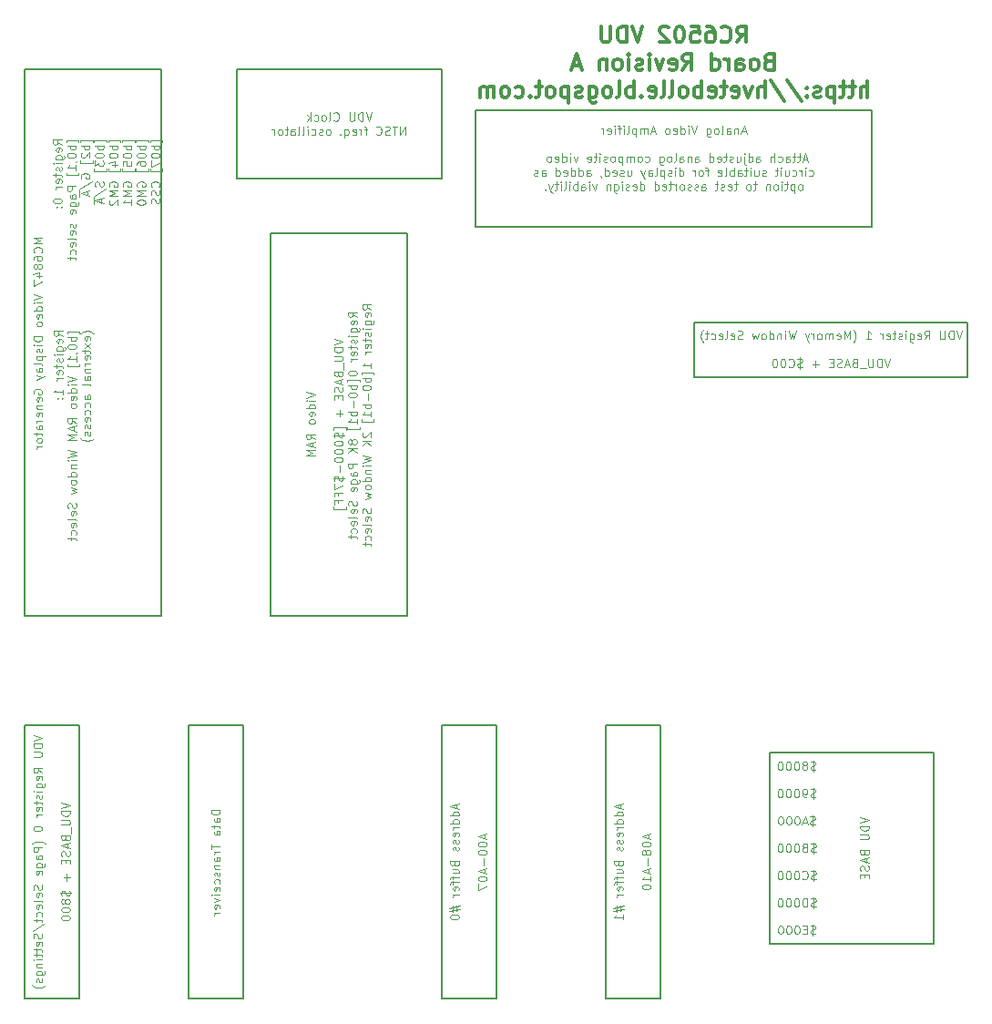
<source format=gbo>
G04 #@! TF.FileFunction,Legend,Bot*
%FSLAX46Y46*%
G04 Gerber Fmt 4.6, Leading zero omitted, Abs format (unit mm)*
G04 Created by KiCad (PCBNEW 4.0.7) date 12/30/18 21:16:11*
%MOMM*%
%LPD*%
G01*
G04 APERTURE LIST*
%ADD10C,0.100000*%
%ADD11C,0.200000*%
%ADD12C,0.300000*%
G04 APERTURE END LIST*
D10*
X130529763Y-54683333D02*
X130148811Y-54683333D01*
X130605954Y-54911905D02*
X130339287Y-54111905D01*
X130072620Y-54911905D01*
X129805954Y-54378571D02*
X129805954Y-54911905D01*
X129805954Y-54454762D02*
X129767859Y-54416667D01*
X129691668Y-54378571D01*
X129577382Y-54378571D01*
X129501192Y-54416667D01*
X129463097Y-54492857D01*
X129463097Y-54911905D01*
X128739287Y-54911905D02*
X128739287Y-54492857D01*
X128777382Y-54416667D01*
X128853572Y-54378571D01*
X129005953Y-54378571D01*
X129082144Y-54416667D01*
X128739287Y-54873810D02*
X128815477Y-54911905D01*
X129005953Y-54911905D01*
X129082144Y-54873810D01*
X129120239Y-54797619D01*
X129120239Y-54721429D01*
X129082144Y-54645238D01*
X129005953Y-54607143D01*
X128815477Y-54607143D01*
X128739287Y-54569048D01*
X128244048Y-54911905D02*
X128320239Y-54873810D01*
X128358334Y-54797619D01*
X128358334Y-54111905D01*
X127825000Y-54911905D02*
X127901191Y-54873810D01*
X127939286Y-54835714D01*
X127977381Y-54759524D01*
X127977381Y-54530952D01*
X127939286Y-54454762D01*
X127901191Y-54416667D01*
X127825000Y-54378571D01*
X127710714Y-54378571D01*
X127634524Y-54416667D01*
X127596429Y-54454762D01*
X127558333Y-54530952D01*
X127558333Y-54759524D01*
X127596429Y-54835714D01*
X127634524Y-54873810D01*
X127710714Y-54911905D01*
X127825000Y-54911905D01*
X126872619Y-54378571D02*
X126872619Y-55026190D01*
X126910714Y-55102381D01*
X126948809Y-55140476D01*
X127025000Y-55178571D01*
X127139285Y-55178571D01*
X127215476Y-55140476D01*
X126872619Y-54873810D02*
X126948809Y-54911905D01*
X127101190Y-54911905D01*
X127177381Y-54873810D01*
X127215476Y-54835714D01*
X127253571Y-54759524D01*
X127253571Y-54530952D01*
X127215476Y-54454762D01*
X127177381Y-54416667D01*
X127101190Y-54378571D01*
X126948809Y-54378571D01*
X126872619Y-54416667D01*
X125996428Y-54111905D02*
X125729761Y-54911905D01*
X125463094Y-54111905D01*
X125196428Y-54911905D02*
X125196428Y-54378571D01*
X125196428Y-54111905D02*
X125234523Y-54150000D01*
X125196428Y-54188095D01*
X125158333Y-54150000D01*
X125196428Y-54111905D01*
X125196428Y-54188095D01*
X124472619Y-54911905D02*
X124472619Y-54111905D01*
X124472619Y-54873810D02*
X124548809Y-54911905D01*
X124701190Y-54911905D01*
X124777381Y-54873810D01*
X124815476Y-54835714D01*
X124853571Y-54759524D01*
X124853571Y-54530952D01*
X124815476Y-54454762D01*
X124777381Y-54416667D01*
X124701190Y-54378571D01*
X124548809Y-54378571D01*
X124472619Y-54416667D01*
X123786904Y-54873810D02*
X123863094Y-54911905D01*
X124015475Y-54911905D01*
X124091666Y-54873810D01*
X124129761Y-54797619D01*
X124129761Y-54492857D01*
X124091666Y-54416667D01*
X124015475Y-54378571D01*
X123863094Y-54378571D01*
X123786904Y-54416667D01*
X123748809Y-54492857D01*
X123748809Y-54569048D01*
X124129761Y-54645238D01*
X123291666Y-54911905D02*
X123367857Y-54873810D01*
X123405952Y-54835714D01*
X123444047Y-54759524D01*
X123444047Y-54530952D01*
X123405952Y-54454762D01*
X123367857Y-54416667D01*
X123291666Y-54378571D01*
X123177380Y-54378571D01*
X123101190Y-54416667D01*
X123063095Y-54454762D01*
X123024999Y-54530952D01*
X123024999Y-54759524D01*
X123063095Y-54835714D01*
X123101190Y-54873810D01*
X123177380Y-54911905D01*
X123291666Y-54911905D01*
X122110713Y-54683333D02*
X121729761Y-54683333D01*
X122186904Y-54911905D02*
X121920237Y-54111905D01*
X121653570Y-54911905D01*
X121386904Y-54911905D02*
X121386904Y-54378571D01*
X121386904Y-54454762D02*
X121348809Y-54416667D01*
X121272618Y-54378571D01*
X121158332Y-54378571D01*
X121082142Y-54416667D01*
X121044047Y-54492857D01*
X121044047Y-54911905D01*
X121044047Y-54492857D02*
X121005951Y-54416667D01*
X120929761Y-54378571D01*
X120815475Y-54378571D01*
X120739285Y-54416667D01*
X120701190Y-54492857D01*
X120701190Y-54911905D01*
X120320237Y-54378571D02*
X120320237Y-55178571D01*
X120320237Y-54416667D02*
X120244046Y-54378571D01*
X120091665Y-54378571D01*
X120015475Y-54416667D01*
X119977380Y-54454762D01*
X119939284Y-54530952D01*
X119939284Y-54759524D01*
X119977380Y-54835714D01*
X120015475Y-54873810D01*
X120091665Y-54911905D01*
X120244046Y-54911905D01*
X120320237Y-54873810D01*
X119482141Y-54911905D02*
X119558332Y-54873810D01*
X119596427Y-54797619D01*
X119596427Y-54111905D01*
X119177379Y-54911905D02*
X119177379Y-54378571D01*
X119177379Y-54111905D02*
X119215474Y-54150000D01*
X119177379Y-54188095D01*
X119139284Y-54150000D01*
X119177379Y-54111905D01*
X119177379Y-54188095D01*
X118910713Y-54378571D02*
X118605951Y-54378571D01*
X118796427Y-54911905D02*
X118796427Y-54226190D01*
X118758332Y-54150000D01*
X118682141Y-54111905D01*
X118605951Y-54111905D01*
X118339284Y-54911905D02*
X118339284Y-54378571D01*
X118339284Y-54111905D02*
X118377379Y-54150000D01*
X118339284Y-54188095D01*
X118301189Y-54150000D01*
X118339284Y-54111905D01*
X118339284Y-54188095D01*
X117653570Y-54873810D02*
X117729760Y-54911905D01*
X117882141Y-54911905D01*
X117958332Y-54873810D01*
X117996427Y-54797619D01*
X117996427Y-54492857D01*
X117958332Y-54416667D01*
X117882141Y-54378571D01*
X117729760Y-54378571D01*
X117653570Y-54416667D01*
X117615475Y-54492857D01*
X117615475Y-54569048D01*
X117996427Y-54645238D01*
X117272618Y-54911905D02*
X117272618Y-54378571D01*
X117272618Y-54530952D02*
X117234523Y-54454762D01*
X117196427Y-54416667D01*
X117120237Y-54378571D01*
X117044046Y-54378571D01*
X136225003Y-57283333D02*
X135844051Y-57283333D01*
X136301194Y-57511905D02*
X136034527Y-56711905D01*
X135767860Y-57511905D01*
X135615480Y-56978571D02*
X135310718Y-56978571D01*
X135501194Y-56711905D02*
X135501194Y-57397619D01*
X135463099Y-57473810D01*
X135386908Y-57511905D01*
X135310718Y-57511905D01*
X135158337Y-56978571D02*
X134853575Y-56978571D01*
X135044051Y-56711905D02*
X135044051Y-57397619D01*
X135005956Y-57473810D01*
X134929765Y-57511905D01*
X134853575Y-57511905D01*
X134244051Y-57511905D02*
X134244051Y-57092857D01*
X134282146Y-57016667D01*
X134358336Y-56978571D01*
X134510717Y-56978571D01*
X134586908Y-57016667D01*
X134244051Y-57473810D02*
X134320241Y-57511905D01*
X134510717Y-57511905D01*
X134586908Y-57473810D01*
X134625003Y-57397619D01*
X134625003Y-57321429D01*
X134586908Y-57245238D01*
X134510717Y-57207143D01*
X134320241Y-57207143D01*
X134244051Y-57169048D01*
X133520241Y-57473810D02*
X133596431Y-57511905D01*
X133748812Y-57511905D01*
X133825003Y-57473810D01*
X133863098Y-57435714D01*
X133901193Y-57359524D01*
X133901193Y-57130952D01*
X133863098Y-57054762D01*
X133825003Y-57016667D01*
X133748812Y-56978571D01*
X133596431Y-56978571D01*
X133520241Y-57016667D01*
X133177384Y-57511905D02*
X133177384Y-56711905D01*
X132834527Y-57511905D02*
X132834527Y-57092857D01*
X132872622Y-57016667D01*
X132948812Y-56978571D01*
X133063098Y-56978571D01*
X133139289Y-57016667D01*
X133177384Y-57054762D01*
X131501193Y-57511905D02*
X131501193Y-57092857D01*
X131539288Y-57016667D01*
X131615478Y-56978571D01*
X131767859Y-56978571D01*
X131844050Y-57016667D01*
X131501193Y-57473810D02*
X131577383Y-57511905D01*
X131767859Y-57511905D01*
X131844050Y-57473810D01*
X131882145Y-57397619D01*
X131882145Y-57321429D01*
X131844050Y-57245238D01*
X131767859Y-57207143D01*
X131577383Y-57207143D01*
X131501193Y-57169048D01*
X130777383Y-57511905D02*
X130777383Y-56711905D01*
X130777383Y-57473810D02*
X130853573Y-57511905D01*
X131005954Y-57511905D01*
X131082145Y-57473810D01*
X131120240Y-57435714D01*
X131158335Y-57359524D01*
X131158335Y-57130952D01*
X131120240Y-57054762D01*
X131082145Y-57016667D01*
X131005954Y-56978571D01*
X130853573Y-56978571D01*
X130777383Y-57016667D01*
X130396430Y-56978571D02*
X130396430Y-57664286D01*
X130434525Y-57740476D01*
X130510716Y-57778571D01*
X130548811Y-57778571D01*
X130396430Y-56711905D02*
X130434525Y-56750000D01*
X130396430Y-56788095D01*
X130358335Y-56750000D01*
X130396430Y-56711905D01*
X130396430Y-56788095D01*
X129672621Y-56978571D02*
X129672621Y-57511905D01*
X130015478Y-56978571D02*
X130015478Y-57397619D01*
X129977383Y-57473810D01*
X129901192Y-57511905D01*
X129786906Y-57511905D01*
X129710716Y-57473810D01*
X129672621Y-57435714D01*
X129329763Y-57473810D02*
X129253573Y-57511905D01*
X129101192Y-57511905D01*
X129025001Y-57473810D01*
X128986906Y-57397619D01*
X128986906Y-57359524D01*
X129025001Y-57283333D01*
X129101192Y-57245238D01*
X129215477Y-57245238D01*
X129291668Y-57207143D01*
X129329763Y-57130952D01*
X129329763Y-57092857D01*
X129291668Y-57016667D01*
X129215477Y-56978571D01*
X129101192Y-56978571D01*
X129025001Y-57016667D01*
X128758335Y-56978571D02*
X128453573Y-56978571D01*
X128644049Y-56711905D02*
X128644049Y-57397619D01*
X128605954Y-57473810D01*
X128529763Y-57511905D01*
X128453573Y-57511905D01*
X127882144Y-57473810D02*
X127958334Y-57511905D01*
X128110715Y-57511905D01*
X128186906Y-57473810D01*
X128225001Y-57397619D01*
X128225001Y-57092857D01*
X128186906Y-57016667D01*
X128110715Y-56978571D01*
X127958334Y-56978571D01*
X127882144Y-57016667D01*
X127844049Y-57092857D01*
X127844049Y-57169048D01*
X128225001Y-57245238D01*
X127158335Y-57511905D02*
X127158335Y-56711905D01*
X127158335Y-57473810D02*
X127234525Y-57511905D01*
X127386906Y-57511905D01*
X127463097Y-57473810D01*
X127501192Y-57435714D01*
X127539287Y-57359524D01*
X127539287Y-57130952D01*
X127501192Y-57054762D01*
X127463097Y-57016667D01*
X127386906Y-56978571D01*
X127234525Y-56978571D01*
X127158335Y-57016667D01*
X125825001Y-57511905D02*
X125825001Y-57092857D01*
X125863096Y-57016667D01*
X125939286Y-56978571D01*
X126091667Y-56978571D01*
X126167858Y-57016667D01*
X125825001Y-57473810D02*
X125901191Y-57511905D01*
X126091667Y-57511905D01*
X126167858Y-57473810D01*
X126205953Y-57397619D01*
X126205953Y-57321429D01*
X126167858Y-57245238D01*
X126091667Y-57207143D01*
X125901191Y-57207143D01*
X125825001Y-57169048D01*
X125444048Y-56978571D02*
X125444048Y-57511905D01*
X125444048Y-57054762D02*
X125405953Y-57016667D01*
X125329762Y-56978571D01*
X125215476Y-56978571D01*
X125139286Y-57016667D01*
X125101191Y-57092857D01*
X125101191Y-57511905D01*
X124377381Y-57511905D02*
X124377381Y-57092857D01*
X124415476Y-57016667D01*
X124491666Y-56978571D01*
X124644047Y-56978571D01*
X124720238Y-57016667D01*
X124377381Y-57473810D02*
X124453571Y-57511905D01*
X124644047Y-57511905D01*
X124720238Y-57473810D01*
X124758333Y-57397619D01*
X124758333Y-57321429D01*
X124720238Y-57245238D01*
X124644047Y-57207143D01*
X124453571Y-57207143D01*
X124377381Y-57169048D01*
X123882142Y-57511905D02*
X123958333Y-57473810D01*
X123996428Y-57397619D01*
X123996428Y-56711905D01*
X123463094Y-57511905D02*
X123539285Y-57473810D01*
X123577380Y-57435714D01*
X123615475Y-57359524D01*
X123615475Y-57130952D01*
X123577380Y-57054762D01*
X123539285Y-57016667D01*
X123463094Y-56978571D01*
X123348808Y-56978571D01*
X123272618Y-57016667D01*
X123234523Y-57054762D01*
X123196427Y-57130952D01*
X123196427Y-57359524D01*
X123234523Y-57435714D01*
X123272618Y-57473810D01*
X123348808Y-57511905D01*
X123463094Y-57511905D01*
X122510713Y-56978571D02*
X122510713Y-57626190D01*
X122548808Y-57702381D01*
X122586903Y-57740476D01*
X122663094Y-57778571D01*
X122777379Y-57778571D01*
X122853570Y-57740476D01*
X122510713Y-57473810D02*
X122586903Y-57511905D01*
X122739284Y-57511905D01*
X122815475Y-57473810D01*
X122853570Y-57435714D01*
X122891665Y-57359524D01*
X122891665Y-57130952D01*
X122853570Y-57054762D01*
X122815475Y-57016667D01*
X122739284Y-56978571D01*
X122586903Y-56978571D01*
X122510713Y-57016667D01*
X121177379Y-57473810D02*
X121253569Y-57511905D01*
X121405950Y-57511905D01*
X121482141Y-57473810D01*
X121520236Y-57435714D01*
X121558331Y-57359524D01*
X121558331Y-57130952D01*
X121520236Y-57054762D01*
X121482141Y-57016667D01*
X121405950Y-56978571D01*
X121253569Y-56978571D01*
X121177379Y-57016667D01*
X120720236Y-57511905D02*
X120796427Y-57473810D01*
X120834522Y-57435714D01*
X120872617Y-57359524D01*
X120872617Y-57130952D01*
X120834522Y-57054762D01*
X120796427Y-57016667D01*
X120720236Y-56978571D01*
X120605950Y-56978571D01*
X120529760Y-57016667D01*
X120491665Y-57054762D01*
X120453569Y-57130952D01*
X120453569Y-57359524D01*
X120491665Y-57435714D01*
X120529760Y-57473810D01*
X120605950Y-57511905D01*
X120720236Y-57511905D01*
X120110712Y-57511905D02*
X120110712Y-56978571D01*
X120110712Y-57054762D02*
X120072617Y-57016667D01*
X119996426Y-56978571D01*
X119882140Y-56978571D01*
X119805950Y-57016667D01*
X119767855Y-57092857D01*
X119767855Y-57511905D01*
X119767855Y-57092857D02*
X119729759Y-57016667D01*
X119653569Y-56978571D01*
X119539283Y-56978571D01*
X119463093Y-57016667D01*
X119424998Y-57092857D01*
X119424998Y-57511905D01*
X119044045Y-56978571D02*
X119044045Y-57778571D01*
X119044045Y-57016667D02*
X118967854Y-56978571D01*
X118815473Y-56978571D01*
X118739283Y-57016667D01*
X118701188Y-57054762D01*
X118663092Y-57130952D01*
X118663092Y-57359524D01*
X118701188Y-57435714D01*
X118739283Y-57473810D01*
X118815473Y-57511905D01*
X118967854Y-57511905D01*
X119044045Y-57473810D01*
X118205949Y-57511905D02*
X118282140Y-57473810D01*
X118320235Y-57435714D01*
X118358330Y-57359524D01*
X118358330Y-57130952D01*
X118320235Y-57054762D01*
X118282140Y-57016667D01*
X118205949Y-56978571D01*
X118091663Y-56978571D01*
X118015473Y-57016667D01*
X117977378Y-57054762D01*
X117939282Y-57130952D01*
X117939282Y-57359524D01*
X117977378Y-57435714D01*
X118015473Y-57473810D01*
X118091663Y-57511905D01*
X118205949Y-57511905D01*
X117634520Y-57473810D02*
X117558330Y-57511905D01*
X117405949Y-57511905D01*
X117329758Y-57473810D01*
X117291663Y-57397619D01*
X117291663Y-57359524D01*
X117329758Y-57283333D01*
X117405949Y-57245238D01*
X117520234Y-57245238D01*
X117596425Y-57207143D01*
X117634520Y-57130952D01*
X117634520Y-57092857D01*
X117596425Y-57016667D01*
X117520234Y-56978571D01*
X117405949Y-56978571D01*
X117329758Y-57016667D01*
X116948806Y-57511905D02*
X116948806Y-56978571D01*
X116948806Y-56711905D02*
X116986901Y-56750000D01*
X116948806Y-56788095D01*
X116910711Y-56750000D01*
X116948806Y-56711905D01*
X116948806Y-56788095D01*
X116682140Y-56978571D02*
X116377378Y-56978571D01*
X116567854Y-56711905D02*
X116567854Y-57397619D01*
X116529759Y-57473810D01*
X116453568Y-57511905D01*
X116377378Y-57511905D01*
X115805949Y-57473810D02*
X115882139Y-57511905D01*
X116034520Y-57511905D01*
X116110711Y-57473810D01*
X116148806Y-57397619D01*
X116148806Y-57092857D01*
X116110711Y-57016667D01*
X116034520Y-56978571D01*
X115882139Y-56978571D01*
X115805949Y-57016667D01*
X115767854Y-57092857D01*
X115767854Y-57169048D01*
X116148806Y-57245238D01*
X114891663Y-56978571D02*
X114701187Y-57511905D01*
X114510711Y-56978571D01*
X114205949Y-57511905D02*
X114205949Y-56978571D01*
X114205949Y-56711905D02*
X114244044Y-56750000D01*
X114205949Y-56788095D01*
X114167854Y-56750000D01*
X114205949Y-56711905D01*
X114205949Y-56788095D01*
X113482140Y-57511905D02*
X113482140Y-56711905D01*
X113482140Y-57473810D02*
X113558330Y-57511905D01*
X113710711Y-57511905D01*
X113786902Y-57473810D01*
X113824997Y-57435714D01*
X113863092Y-57359524D01*
X113863092Y-57130952D01*
X113824997Y-57054762D01*
X113786902Y-57016667D01*
X113710711Y-56978571D01*
X113558330Y-56978571D01*
X113482140Y-57016667D01*
X112796425Y-57473810D02*
X112872615Y-57511905D01*
X113024996Y-57511905D01*
X113101187Y-57473810D01*
X113139282Y-57397619D01*
X113139282Y-57092857D01*
X113101187Y-57016667D01*
X113024996Y-56978571D01*
X112872615Y-56978571D01*
X112796425Y-57016667D01*
X112758330Y-57092857D01*
X112758330Y-57169048D01*
X113139282Y-57245238D01*
X112301187Y-57511905D02*
X112377378Y-57473810D01*
X112415473Y-57435714D01*
X112453568Y-57359524D01*
X112453568Y-57130952D01*
X112415473Y-57054762D01*
X112377378Y-57016667D01*
X112301187Y-56978571D01*
X112186901Y-56978571D01*
X112110711Y-57016667D01*
X112072616Y-57054762D01*
X112034520Y-57130952D01*
X112034520Y-57359524D01*
X112072616Y-57435714D01*
X112110711Y-57473810D01*
X112186901Y-57511905D01*
X112301187Y-57511905D01*
X136415479Y-58773810D02*
X136491669Y-58811905D01*
X136644050Y-58811905D01*
X136720241Y-58773810D01*
X136758336Y-58735714D01*
X136796431Y-58659524D01*
X136796431Y-58430952D01*
X136758336Y-58354762D01*
X136720241Y-58316667D01*
X136644050Y-58278571D01*
X136491669Y-58278571D01*
X136415479Y-58316667D01*
X136072622Y-58811905D02*
X136072622Y-58278571D01*
X136072622Y-58011905D02*
X136110717Y-58050000D01*
X136072622Y-58088095D01*
X136034527Y-58050000D01*
X136072622Y-58011905D01*
X136072622Y-58088095D01*
X135691670Y-58811905D02*
X135691670Y-58278571D01*
X135691670Y-58430952D02*
X135653575Y-58354762D01*
X135615479Y-58316667D01*
X135539289Y-58278571D01*
X135463098Y-58278571D01*
X134853575Y-58773810D02*
X134929765Y-58811905D01*
X135082146Y-58811905D01*
X135158337Y-58773810D01*
X135196432Y-58735714D01*
X135234527Y-58659524D01*
X135234527Y-58430952D01*
X135196432Y-58354762D01*
X135158337Y-58316667D01*
X135082146Y-58278571D01*
X134929765Y-58278571D01*
X134853575Y-58316667D01*
X134167861Y-58278571D02*
X134167861Y-58811905D01*
X134510718Y-58278571D02*
X134510718Y-58697619D01*
X134472623Y-58773810D01*
X134396432Y-58811905D01*
X134282146Y-58811905D01*
X134205956Y-58773810D01*
X134167861Y-58735714D01*
X133786908Y-58811905D02*
X133786908Y-58278571D01*
X133786908Y-58011905D02*
X133825003Y-58050000D01*
X133786908Y-58088095D01*
X133748813Y-58050000D01*
X133786908Y-58011905D01*
X133786908Y-58088095D01*
X133520242Y-58278571D02*
X133215480Y-58278571D01*
X133405956Y-58011905D02*
X133405956Y-58697619D01*
X133367861Y-58773810D01*
X133291670Y-58811905D01*
X133215480Y-58811905D01*
X132377384Y-58773810D02*
X132301194Y-58811905D01*
X132148813Y-58811905D01*
X132072622Y-58773810D01*
X132034527Y-58697619D01*
X132034527Y-58659524D01*
X132072622Y-58583333D01*
X132148813Y-58545238D01*
X132263098Y-58545238D01*
X132339289Y-58507143D01*
X132377384Y-58430952D01*
X132377384Y-58392857D01*
X132339289Y-58316667D01*
X132263098Y-58278571D01*
X132148813Y-58278571D01*
X132072622Y-58316667D01*
X131348813Y-58278571D02*
X131348813Y-58811905D01*
X131691670Y-58278571D02*
X131691670Y-58697619D01*
X131653575Y-58773810D01*
X131577384Y-58811905D01*
X131463098Y-58811905D01*
X131386908Y-58773810D01*
X131348813Y-58735714D01*
X130967860Y-58811905D02*
X130967860Y-58278571D01*
X130967860Y-58011905D02*
X131005955Y-58050000D01*
X130967860Y-58088095D01*
X130929765Y-58050000D01*
X130967860Y-58011905D01*
X130967860Y-58088095D01*
X130701194Y-58278571D02*
X130396432Y-58278571D01*
X130586908Y-58011905D02*
X130586908Y-58697619D01*
X130548813Y-58773810D01*
X130472622Y-58811905D01*
X130396432Y-58811905D01*
X129786908Y-58811905D02*
X129786908Y-58392857D01*
X129825003Y-58316667D01*
X129901193Y-58278571D01*
X130053574Y-58278571D01*
X130129765Y-58316667D01*
X129786908Y-58773810D02*
X129863098Y-58811905D01*
X130053574Y-58811905D01*
X130129765Y-58773810D01*
X130167860Y-58697619D01*
X130167860Y-58621429D01*
X130129765Y-58545238D01*
X130053574Y-58507143D01*
X129863098Y-58507143D01*
X129786908Y-58469048D01*
X129405955Y-58811905D02*
X129405955Y-58011905D01*
X129405955Y-58316667D02*
X129329764Y-58278571D01*
X129177383Y-58278571D01*
X129101193Y-58316667D01*
X129063098Y-58354762D01*
X129025002Y-58430952D01*
X129025002Y-58659524D01*
X129063098Y-58735714D01*
X129101193Y-58773810D01*
X129177383Y-58811905D01*
X129329764Y-58811905D01*
X129405955Y-58773810D01*
X128567859Y-58811905D02*
X128644050Y-58773810D01*
X128682145Y-58697619D01*
X128682145Y-58011905D01*
X127958335Y-58773810D02*
X128034525Y-58811905D01*
X128186906Y-58811905D01*
X128263097Y-58773810D01*
X128301192Y-58697619D01*
X128301192Y-58392857D01*
X128263097Y-58316667D01*
X128186906Y-58278571D01*
X128034525Y-58278571D01*
X127958335Y-58316667D01*
X127920240Y-58392857D01*
X127920240Y-58469048D01*
X128301192Y-58545238D01*
X127082145Y-58278571D02*
X126777383Y-58278571D01*
X126967859Y-58811905D02*
X126967859Y-58126190D01*
X126929764Y-58050000D01*
X126853573Y-58011905D01*
X126777383Y-58011905D01*
X126396430Y-58811905D02*
X126472621Y-58773810D01*
X126510716Y-58735714D01*
X126548811Y-58659524D01*
X126548811Y-58430952D01*
X126510716Y-58354762D01*
X126472621Y-58316667D01*
X126396430Y-58278571D01*
X126282144Y-58278571D01*
X126205954Y-58316667D01*
X126167859Y-58354762D01*
X126129763Y-58430952D01*
X126129763Y-58659524D01*
X126167859Y-58735714D01*
X126205954Y-58773810D01*
X126282144Y-58811905D01*
X126396430Y-58811905D01*
X125786906Y-58811905D02*
X125786906Y-58278571D01*
X125786906Y-58430952D02*
X125748811Y-58354762D01*
X125710715Y-58316667D01*
X125634525Y-58278571D01*
X125558334Y-58278571D01*
X124339287Y-58811905D02*
X124339287Y-58011905D01*
X124339287Y-58773810D02*
X124415477Y-58811905D01*
X124567858Y-58811905D01*
X124644049Y-58773810D01*
X124682144Y-58735714D01*
X124720239Y-58659524D01*
X124720239Y-58430952D01*
X124682144Y-58354762D01*
X124644049Y-58316667D01*
X124567858Y-58278571D01*
X124415477Y-58278571D01*
X124339287Y-58316667D01*
X123958334Y-58811905D02*
X123958334Y-58278571D01*
X123958334Y-58011905D02*
X123996429Y-58050000D01*
X123958334Y-58088095D01*
X123920239Y-58050000D01*
X123958334Y-58011905D01*
X123958334Y-58088095D01*
X123615477Y-58773810D02*
X123539287Y-58811905D01*
X123386906Y-58811905D01*
X123310715Y-58773810D01*
X123272620Y-58697619D01*
X123272620Y-58659524D01*
X123310715Y-58583333D01*
X123386906Y-58545238D01*
X123501191Y-58545238D01*
X123577382Y-58507143D01*
X123615477Y-58430952D01*
X123615477Y-58392857D01*
X123577382Y-58316667D01*
X123501191Y-58278571D01*
X123386906Y-58278571D01*
X123310715Y-58316667D01*
X122929763Y-58278571D02*
X122929763Y-59078571D01*
X122929763Y-58316667D02*
X122853572Y-58278571D01*
X122701191Y-58278571D01*
X122625001Y-58316667D01*
X122586906Y-58354762D01*
X122548810Y-58430952D01*
X122548810Y-58659524D01*
X122586906Y-58735714D01*
X122625001Y-58773810D01*
X122701191Y-58811905D01*
X122853572Y-58811905D01*
X122929763Y-58773810D01*
X122091667Y-58811905D02*
X122167858Y-58773810D01*
X122205953Y-58697619D01*
X122205953Y-58011905D01*
X121444048Y-58811905D02*
X121444048Y-58392857D01*
X121482143Y-58316667D01*
X121558333Y-58278571D01*
X121710714Y-58278571D01*
X121786905Y-58316667D01*
X121444048Y-58773810D02*
X121520238Y-58811905D01*
X121710714Y-58811905D01*
X121786905Y-58773810D01*
X121825000Y-58697619D01*
X121825000Y-58621429D01*
X121786905Y-58545238D01*
X121710714Y-58507143D01*
X121520238Y-58507143D01*
X121444048Y-58469048D01*
X121139285Y-58278571D02*
X120948809Y-58811905D01*
X120758333Y-58278571D02*
X120948809Y-58811905D01*
X121025000Y-59002381D01*
X121063095Y-59040476D01*
X121139285Y-59078571D01*
X119501190Y-58278571D02*
X119501190Y-58811905D01*
X119844047Y-58278571D02*
X119844047Y-58697619D01*
X119805952Y-58773810D01*
X119729761Y-58811905D01*
X119615475Y-58811905D01*
X119539285Y-58773810D01*
X119501190Y-58735714D01*
X119158332Y-58773810D02*
X119082142Y-58811905D01*
X118929761Y-58811905D01*
X118853570Y-58773810D01*
X118815475Y-58697619D01*
X118815475Y-58659524D01*
X118853570Y-58583333D01*
X118929761Y-58545238D01*
X119044046Y-58545238D01*
X119120237Y-58507143D01*
X119158332Y-58430952D01*
X119158332Y-58392857D01*
X119120237Y-58316667D01*
X119044046Y-58278571D01*
X118929761Y-58278571D01*
X118853570Y-58316667D01*
X118167856Y-58773810D02*
X118244046Y-58811905D01*
X118396427Y-58811905D01*
X118472618Y-58773810D01*
X118510713Y-58697619D01*
X118510713Y-58392857D01*
X118472618Y-58316667D01*
X118396427Y-58278571D01*
X118244046Y-58278571D01*
X118167856Y-58316667D01*
X118129761Y-58392857D01*
X118129761Y-58469048D01*
X118510713Y-58545238D01*
X117444047Y-58811905D02*
X117444047Y-58011905D01*
X117444047Y-58773810D02*
X117520237Y-58811905D01*
X117672618Y-58811905D01*
X117748809Y-58773810D01*
X117786904Y-58735714D01*
X117824999Y-58659524D01*
X117824999Y-58430952D01*
X117786904Y-58354762D01*
X117748809Y-58316667D01*
X117672618Y-58278571D01*
X117520237Y-58278571D01*
X117444047Y-58316667D01*
X117024999Y-58773810D02*
X117024999Y-58811905D01*
X117063094Y-58888095D01*
X117101189Y-58926190D01*
X115729761Y-58811905D02*
X115729761Y-58392857D01*
X115767856Y-58316667D01*
X115844046Y-58278571D01*
X115996427Y-58278571D01*
X116072618Y-58316667D01*
X115729761Y-58773810D02*
X115805951Y-58811905D01*
X115996427Y-58811905D01*
X116072618Y-58773810D01*
X116110713Y-58697619D01*
X116110713Y-58621429D01*
X116072618Y-58545238D01*
X115996427Y-58507143D01*
X115805951Y-58507143D01*
X115729761Y-58469048D01*
X115005951Y-58811905D02*
X115005951Y-58011905D01*
X115005951Y-58773810D02*
X115082141Y-58811905D01*
X115234522Y-58811905D01*
X115310713Y-58773810D01*
X115348808Y-58735714D01*
X115386903Y-58659524D01*
X115386903Y-58430952D01*
X115348808Y-58354762D01*
X115310713Y-58316667D01*
X115234522Y-58278571D01*
X115082141Y-58278571D01*
X115005951Y-58316667D01*
X114282141Y-58811905D02*
X114282141Y-58011905D01*
X114282141Y-58773810D02*
X114358331Y-58811905D01*
X114510712Y-58811905D01*
X114586903Y-58773810D01*
X114624998Y-58735714D01*
X114663093Y-58659524D01*
X114663093Y-58430952D01*
X114624998Y-58354762D01*
X114586903Y-58316667D01*
X114510712Y-58278571D01*
X114358331Y-58278571D01*
X114282141Y-58316667D01*
X113596426Y-58773810D02*
X113672616Y-58811905D01*
X113824997Y-58811905D01*
X113901188Y-58773810D01*
X113939283Y-58697619D01*
X113939283Y-58392857D01*
X113901188Y-58316667D01*
X113824997Y-58278571D01*
X113672616Y-58278571D01*
X113596426Y-58316667D01*
X113558331Y-58392857D01*
X113558331Y-58469048D01*
X113939283Y-58545238D01*
X112872617Y-58811905D02*
X112872617Y-58011905D01*
X112872617Y-58773810D02*
X112948807Y-58811905D01*
X113101188Y-58811905D01*
X113177379Y-58773810D01*
X113215474Y-58735714D01*
X113253569Y-58659524D01*
X113253569Y-58430952D01*
X113215474Y-58354762D01*
X113177379Y-58316667D01*
X113101188Y-58278571D01*
X112948807Y-58278571D01*
X112872617Y-58316667D01*
X111539283Y-58811905D02*
X111539283Y-58392857D01*
X111577378Y-58316667D01*
X111653568Y-58278571D01*
X111805949Y-58278571D01*
X111882140Y-58316667D01*
X111539283Y-58773810D02*
X111615473Y-58811905D01*
X111805949Y-58811905D01*
X111882140Y-58773810D01*
X111920235Y-58697619D01*
X111920235Y-58621429D01*
X111882140Y-58545238D01*
X111805949Y-58507143D01*
X111615473Y-58507143D01*
X111539283Y-58469048D01*
X111196425Y-58773810D02*
X111120235Y-58811905D01*
X110967854Y-58811905D01*
X110891663Y-58773810D01*
X110853568Y-58697619D01*
X110853568Y-58659524D01*
X110891663Y-58583333D01*
X110967854Y-58545238D01*
X111082139Y-58545238D01*
X111158330Y-58507143D01*
X111196425Y-58430952D01*
X111196425Y-58392857D01*
X111158330Y-58316667D01*
X111082139Y-58278571D01*
X110967854Y-58278571D01*
X110891663Y-58316667D01*
X135653574Y-60111905D02*
X135729765Y-60073810D01*
X135767860Y-60035714D01*
X135805955Y-59959524D01*
X135805955Y-59730952D01*
X135767860Y-59654762D01*
X135729765Y-59616667D01*
X135653574Y-59578571D01*
X135539288Y-59578571D01*
X135463098Y-59616667D01*
X135425003Y-59654762D01*
X135386907Y-59730952D01*
X135386907Y-59959524D01*
X135425003Y-60035714D01*
X135463098Y-60073810D01*
X135539288Y-60111905D01*
X135653574Y-60111905D01*
X135044050Y-59578571D02*
X135044050Y-60378571D01*
X135044050Y-59616667D02*
X134967859Y-59578571D01*
X134815478Y-59578571D01*
X134739288Y-59616667D01*
X134701193Y-59654762D01*
X134663097Y-59730952D01*
X134663097Y-59959524D01*
X134701193Y-60035714D01*
X134739288Y-60073810D01*
X134815478Y-60111905D01*
X134967859Y-60111905D01*
X135044050Y-60073810D01*
X134434526Y-59578571D02*
X134129764Y-59578571D01*
X134320240Y-59311905D02*
X134320240Y-59997619D01*
X134282145Y-60073810D01*
X134205954Y-60111905D01*
X134129764Y-60111905D01*
X133863097Y-60111905D02*
X133863097Y-59578571D01*
X133863097Y-59311905D02*
X133901192Y-59350000D01*
X133863097Y-59388095D01*
X133825002Y-59350000D01*
X133863097Y-59311905D01*
X133863097Y-59388095D01*
X133367859Y-60111905D02*
X133444050Y-60073810D01*
X133482145Y-60035714D01*
X133520240Y-59959524D01*
X133520240Y-59730952D01*
X133482145Y-59654762D01*
X133444050Y-59616667D01*
X133367859Y-59578571D01*
X133253573Y-59578571D01*
X133177383Y-59616667D01*
X133139288Y-59654762D01*
X133101192Y-59730952D01*
X133101192Y-59959524D01*
X133139288Y-60035714D01*
X133177383Y-60073810D01*
X133253573Y-60111905D01*
X133367859Y-60111905D01*
X132758335Y-59578571D02*
X132758335Y-60111905D01*
X132758335Y-59654762D02*
X132720240Y-59616667D01*
X132644049Y-59578571D01*
X132529763Y-59578571D01*
X132453573Y-59616667D01*
X132415478Y-59692857D01*
X132415478Y-60111905D01*
X131539287Y-59578571D02*
X131234525Y-59578571D01*
X131425001Y-59311905D02*
X131425001Y-59997619D01*
X131386906Y-60073810D01*
X131310715Y-60111905D01*
X131234525Y-60111905D01*
X130853572Y-60111905D02*
X130929763Y-60073810D01*
X130967858Y-60035714D01*
X131005953Y-59959524D01*
X131005953Y-59730952D01*
X130967858Y-59654762D01*
X130929763Y-59616667D01*
X130853572Y-59578571D01*
X130739286Y-59578571D01*
X130663096Y-59616667D01*
X130625001Y-59654762D01*
X130586905Y-59730952D01*
X130586905Y-59959524D01*
X130625001Y-60035714D01*
X130663096Y-60073810D01*
X130739286Y-60111905D01*
X130853572Y-60111905D01*
X129748810Y-59578571D02*
X129444048Y-59578571D01*
X129634524Y-59311905D02*
X129634524Y-59997619D01*
X129596429Y-60073810D01*
X129520238Y-60111905D01*
X129444048Y-60111905D01*
X128872619Y-60073810D02*
X128948809Y-60111905D01*
X129101190Y-60111905D01*
X129177381Y-60073810D01*
X129215476Y-59997619D01*
X129215476Y-59692857D01*
X129177381Y-59616667D01*
X129101190Y-59578571D01*
X128948809Y-59578571D01*
X128872619Y-59616667D01*
X128834524Y-59692857D01*
X128834524Y-59769048D01*
X129215476Y-59845238D01*
X128529762Y-60073810D02*
X128453572Y-60111905D01*
X128301191Y-60111905D01*
X128225000Y-60073810D01*
X128186905Y-59997619D01*
X128186905Y-59959524D01*
X128225000Y-59883333D01*
X128301191Y-59845238D01*
X128415476Y-59845238D01*
X128491667Y-59807143D01*
X128529762Y-59730952D01*
X128529762Y-59692857D01*
X128491667Y-59616667D01*
X128415476Y-59578571D01*
X128301191Y-59578571D01*
X128225000Y-59616667D01*
X127958334Y-59578571D02*
X127653572Y-59578571D01*
X127844048Y-59311905D02*
X127844048Y-59997619D01*
X127805953Y-60073810D01*
X127729762Y-60111905D01*
X127653572Y-60111905D01*
X126434524Y-60111905D02*
X126434524Y-59692857D01*
X126472619Y-59616667D01*
X126548809Y-59578571D01*
X126701190Y-59578571D01*
X126777381Y-59616667D01*
X126434524Y-60073810D02*
X126510714Y-60111905D01*
X126701190Y-60111905D01*
X126777381Y-60073810D01*
X126815476Y-59997619D01*
X126815476Y-59921429D01*
X126777381Y-59845238D01*
X126701190Y-59807143D01*
X126510714Y-59807143D01*
X126434524Y-59769048D01*
X126091666Y-60073810D02*
X126015476Y-60111905D01*
X125863095Y-60111905D01*
X125786904Y-60073810D01*
X125748809Y-59997619D01*
X125748809Y-59959524D01*
X125786904Y-59883333D01*
X125863095Y-59845238D01*
X125977380Y-59845238D01*
X126053571Y-59807143D01*
X126091666Y-59730952D01*
X126091666Y-59692857D01*
X126053571Y-59616667D01*
X125977380Y-59578571D01*
X125863095Y-59578571D01*
X125786904Y-59616667D01*
X125444047Y-60073810D02*
X125367857Y-60111905D01*
X125215476Y-60111905D01*
X125139285Y-60073810D01*
X125101190Y-59997619D01*
X125101190Y-59959524D01*
X125139285Y-59883333D01*
X125215476Y-59845238D01*
X125329761Y-59845238D01*
X125405952Y-59807143D01*
X125444047Y-59730952D01*
X125444047Y-59692857D01*
X125405952Y-59616667D01*
X125329761Y-59578571D01*
X125215476Y-59578571D01*
X125139285Y-59616667D01*
X124644047Y-60111905D02*
X124720238Y-60073810D01*
X124758333Y-60035714D01*
X124796428Y-59959524D01*
X124796428Y-59730952D01*
X124758333Y-59654762D01*
X124720238Y-59616667D01*
X124644047Y-59578571D01*
X124529761Y-59578571D01*
X124453571Y-59616667D01*
X124415476Y-59654762D01*
X124377380Y-59730952D01*
X124377380Y-59959524D01*
X124415476Y-60035714D01*
X124453571Y-60073810D01*
X124529761Y-60111905D01*
X124644047Y-60111905D01*
X124034523Y-60111905D02*
X124034523Y-59578571D01*
X124034523Y-59730952D02*
X123996428Y-59654762D01*
X123958332Y-59616667D01*
X123882142Y-59578571D01*
X123805951Y-59578571D01*
X123653571Y-59578571D02*
X123348809Y-59578571D01*
X123539285Y-59311905D02*
X123539285Y-59997619D01*
X123501190Y-60073810D01*
X123424999Y-60111905D01*
X123348809Y-60111905D01*
X122777380Y-60073810D02*
X122853570Y-60111905D01*
X123005951Y-60111905D01*
X123082142Y-60073810D01*
X123120237Y-59997619D01*
X123120237Y-59692857D01*
X123082142Y-59616667D01*
X123005951Y-59578571D01*
X122853570Y-59578571D01*
X122777380Y-59616667D01*
X122739285Y-59692857D01*
X122739285Y-59769048D01*
X123120237Y-59845238D01*
X122053571Y-60111905D02*
X122053571Y-59311905D01*
X122053571Y-60073810D02*
X122129761Y-60111905D01*
X122282142Y-60111905D01*
X122358333Y-60073810D01*
X122396428Y-60035714D01*
X122434523Y-59959524D01*
X122434523Y-59730952D01*
X122396428Y-59654762D01*
X122358333Y-59616667D01*
X122282142Y-59578571D01*
X122129761Y-59578571D01*
X122053571Y-59616667D01*
X120720237Y-60111905D02*
X120720237Y-59311905D01*
X120720237Y-60073810D02*
X120796427Y-60111905D01*
X120948808Y-60111905D01*
X121024999Y-60073810D01*
X121063094Y-60035714D01*
X121101189Y-59959524D01*
X121101189Y-59730952D01*
X121063094Y-59654762D01*
X121024999Y-59616667D01*
X120948808Y-59578571D01*
X120796427Y-59578571D01*
X120720237Y-59616667D01*
X120034522Y-60073810D02*
X120110712Y-60111905D01*
X120263093Y-60111905D01*
X120339284Y-60073810D01*
X120377379Y-59997619D01*
X120377379Y-59692857D01*
X120339284Y-59616667D01*
X120263093Y-59578571D01*
X120110712Y-59578571D01*
X120034522Y-59616667D01*
X119996427Y-59692857D01*
X119996427Y-59769048D01*
X120377379Y-59845238D01*
X119691665Y-60073810D02*
X119615475Y-60111905D01*
X119463094Y-60111905D01*
X119386903Y-60073810D01*
X119348808Y-59997619D01*
X119348808Y-59959524D01*
X119386903Y-59883333D01*
X119463094Y-59845238D01*
X119577379Y-59845238D01*
X119653570Y-59807143D01*
X119691665Y-59730952D01*
X119691665Y-59692857D01*
X119653570Y-59616667D01*
X119577379Y-59578571D01*
X119463094Y-59578571D01*
X119386903Y-59616667D01*
X119005951Y-60111905D02*
X119005951Y-59578571D01*
X119005951Y-59311905D02*
X119044046Y-59350000D01*
X119005951Y-59388095D01*
X118967856Y-59350000D01*
X119005951Y-59311905D01*
X119005951Y-59388095D01*
X118282142Y-59578571D02*
X118282142Y-60226190D01*
X118320237Y-60302381D01*
X118358332Y-60340476D01*
X118434523Y-60378571D01*
X118548808Y-60378571D01*
X118624999Y-60340476D01*
X118282142Y-60073810D02*
X118358332Y-60111905D01*
X118510713Y-60111905D01*
X118586904Y-60073810D01*
X118624999Y-60035714D01*
X118663094Y-59959524D01*
X118663094Y-59730952D01*
X118624999Y-59654762D01*
X118586904Y-59616667D01*
X118510713Y-59578571D01*
X118358332Y-59578571D01*
X118282142Y-59616667D01*
X117901189Y-59578571D02*
X117901189Y-60111905D01*
X117901189Y-59654762D02*
X117863094Y-59616667D01*
X117786903Y-59578571D01*
X117672617Y-59578571D01*
X117596427Y-59616667D01*
X117558332Y-59692857D01*
X117558332Y-60111905D01*
X116644045Y-59578571D02*
X116453569Y-60111905D01*
X116263093Y-59578571D01*
X115958331Y-60111905D02*
X115958331Y-59578571D01*
X115958331Y-59311905D02*
X115996426Y-59350000D01*
X115958331Y-59388095D01*
X115920236Y-59350000D01*
X115958331Y-59311905D01*
X115958331Y-59388095D01*
X115234522Y-60111905D02*
X115234522Y-59692857D01*
X115272617Y-59616667D01*
X115348807Y-59578571D01*
X115501188Y-59578571D01*
X115577379Y-59616667D01*
X115234522Y-60073810D02*
X115310712Y-60111905D01*
X115501188Y-60111905D01*
X115577379Y-60073810D01*
X115615474Y-59997619D01*
X115615474Y-59921429D01*
X115577379Y-59845238D01*
X115501188Y-59807143D01*
X115310712Y-59807143D01*
X115234522Y-59769048D01*
X114853569Y-60111905D02*
X114853569Y-59311905D01*
X114853569Y-59616667D02*
X114777378Y-59578571D01*
X114624997Y-59578571D01*
X114548807Y-59616667D01*
X114510712Y-59654762D01*
X114472616Y-59730952D01*
X114472616Y-59959524D01*
X114510712Y-60035714D01*
X114548807Y-60073810D01*
X114624997Y-60111905D01*
X114777378Y-60111905D01*
X114853569Y-60073810D01*
X114129759Y-60111905D02*
X114129759Y-59578571D01*
X114129759Y-59311905D02*
X114167854Y-59350000D01*
X114129759Y-59388095D01*
X114091664Y-59350000D01*
X114129759Y-59311905D01*
X114129759Y-59388095D01*
X113634521Y-60111905D02*
X113710712Y-60073810D01*
X113748807Y-59997619D01*
X113748807Y-59311905D01*
X113329759Y-60111905D02*
X113329759Y-59578571D01*
X113329759Y-59311905D02*
X113367854Y-59350000D01*
X113329759Y-59388095D01*
X113291664Y-59350000D01*
X113329759Y-59311905D01*
X113329759Y-59388095D01*
X113063093Y-59578571D02*
X112758331Y-59578571D01*
X112948807Y-59311905D02*
X112948807Y-59997619D01*
X112910712Y-60073810D01*
X112834521Y-60111905D01*
X112758331Y-60111905D01*
X112567854Y-59578571D02*
X112377378Y-60111905D01*
X112186902Y-59578571D02*
X112377378Y-60111905D01*
X112453569Y-60302381D01*
X112491664Y-60340476D01*
X112567854Y-60378571D01*
X111882140Y-60035714D02*
X111844045Y-60073810D01*
X111882140Y-60111905D01*
X111920235Y-60073810D01*
X111882140Y-60035714D01*
X111882140Y-60111905D01*
D11*
X105410000Y-63500000D02*
X105410000Y-52705000D01*
X142240000Y-63500000D02*
X105410000Y-63500000D01*
X142240000Y-52705000D02*
X142240000Y-63500000D01*
X105410000Y-52705000D02*
X142240000Y-52705000D01*
D12*
X129717856Y-46388571D02*
X130217856Y-45674286D01*
X130574999Y-46388571D02*
X130574999Y-44888571D01*
X130003571Y-44888571D01*
X129860713Y-44960000D01*
X129789285Y-45031429D01*
X129717856Y-45174286D01*
X129717856Y-45388571D01*
X129789285Y-45531429D01*
X129860713Y-45602857D01*
X130003571Y-45674286D01*
X130574999Y-45674286D01*
X128217856Y-46245714D02*
X128289285Y-46317143D01*
X128503571Y-46388571D01*
X128646428Y-46388571D01*
X128860713Y-46317143D01*
X129003571Y-46174286D01*
X129074999Y-46031429D01*
X129146428Y-45745714D01*
X129146428Y-45531429D01*
X129074999Y-45245714D01*
X129003571Y-45102857D01*
X128860713Y-44960000D01*
X128646428Y-44888571D01*
X128503571Y-44888571D01*
X128289285Y-44960000D01*
X128217856Y-45031429D01*
X126932142Y-44888571D02*
X127217856Y-44888571D01*
X127360713Y-44960000D01*
X127432142Y-45031429D01*
X127574999Y-45245714D01*
X127646428Y-45531429D01*
X127646428Y-46102857D01*
X127574999Y-46245714D01*
X127503571Y-46317143D01*
X127360713Y-46388571D01*
X127074999Y-46388571D01*
X126932142Y-46317143D01*
X126860713Y-46245714D01*
X126789285Y-46102857D01*
X126789285Y-45745714D01*
X126860713Y-45602857D01*
X126932142Y-45531429D01*
X127074999Y-45460000D01*
X127360713Y-45460000D01*
X127503571Y-45531429D01*
X127574999Y-45602857D01*
X127646428Y-45745714D01*
X125432142Y-44888571D02*
X126146428Y-44888571D01*
X126217857Y-45602857D01*
X126146428Y-45531429D01*
X126003571Y-45460000D01*
X125646428Y-45460000D01*
X125503571Y-45531429D01*
X125432142Y-45602857D01*
X125360714Y-45745714D01*
X125360714Y-46102857D01*
X125432142Y-46245714D01*
X125503571Y-46317143D01*
X125646428Y-46388571D01*
X126003571Y-46388571D01*
X126146428Y-46317143D01*
X126217857Y-46245714D01*
X124432143Y-44888571D02*
X124289286Y-44888571D01*
X124146429Y-44960000D01*
X124075000Y-45031429D01*
X124003571Y-45174286D01*
X123932143Y-45460000D01*
X123932143Y-45817143D01*
X124003571Y-46102857D01*
X124075000Y-46245714D01*
X124146429Y-46317143D01*
X124289286Y-46388571D01*
X124432143Y-46388571D01*
X124575000Y-46317143D01*
X124646429Y-46245714D01*
X124717857Y-46102857D01*
X124789286Y-45817143D01*
X124789286Y-45460000D01*
X124717857Y-45174286D01*
X124646429Y-45031429D01*
X124575000Y-44960000D01*
X124432143Y-44888571D01*
X123360715Y-45031429D02*
X123289286Y-44960000D01*
X123146429Y-44888571D01*
X122789286Y-44888571D01*
X122646429Y-44960000D01*
X122575000Y-45031429D01*
X122503572Y-45174286D01*
X122503572Y-45317143D01*
X122575000Y-45531429D01*
X123432143Y-46388571D01*
X122503572Y-46388571D01*
X120932144Y-44888571D02*
X120432144Y-46388571D01*
X119932144Y-44888571D01*
X119432144Y-46388571D02*
X119432144Y-44888571D01*
X119075001Y-44888571D01*
X118860716Y-44960000D01*
X118717858Y-45102857D01*
X118646430Y-45245714D01*
X118575001Y-45531429D01*
X118575001Y-45745714D01*
X118646430Y-46031429D01*
X118717858Y-46174286D01*
X118860716Y-46317143D01*
X119075001Y-46388571D01*
X119432144Y-46388571D01*
X117932144Y-44888571D02*
X117932144Y-46102857D01*
X117860716Y-46245714D01*
X117789287Y-46317143D01*
X117646430Y-46388571D01*
X117360716Y-46388571D01*
X117217858Y-46317143D01*
X117146430Y-46245714D01*
X117075001Y-46102857D01*
X117075001Y-44888571D01*
X132646428Y-48152857D02*
X132432142Y-48224286D01*
X132360714Y-48295714D01*
X132289285Y-48438571D01*
X132289285Y-48652857D01*
X132360714Y-48795714D01*
X132432142Y-48867143D01*
X132575000Y-48938571D01*
X133146428Y-48938571D01*
X133146428Y-47438571D01*
X132646428Y-47438571D01*
X132503571Y-47510000D01*
X132432142Y-47581429D01*
X132360714Y-47724286D01*
X132360714Y-47867143D01*
X132432142Y-48010000D01*
X132503571Y-48081429D01*
X132646428Y-48152857D01*
X133146428Y-48152857D01*
X131432142Y-48938571D02*
X131575000Y-48867143D01*
X131646428Y-48795714D01*
X131717857Y-48652857D01*
X131717857Y-48224286D01*
X131646428Y-48081429D01*
X131575000Y-48010000D01*
X131432142Y-47938571D01*
X131217857Y-47938571D01*
X131075000Y-48010000D01*
X131003571Y-48081429D01*
X130932142Y-48224286D01*
X130932142Y-48652857D01*
X131003571Y-48795714D01*
X131075000Y-48867143D01*
X131217857Y-48938571D01*
X131432142Y-48938571D01*
X129646428Y-48938571D02*
X129646428Y-48152857D01*
X129717857Y-48010000D01*
X129860714Y-47938571D01*
X130146428Y-47938571D01*
X130289285Y-48010000D01*
X129646428Y-48867143D02*
X129789285Y-48938571D01*
X130146428Y-48938571D01*
X130289285Y-48867143D01*
X130360714Y-48724286D01*
X130360714Y-48581429D01*
X130289285Y-48438571D01*
X130146428Y-48367143D01*
X129789285Y-48367143D01*
X129646428Y-48295714D01*
X128932142Y-48938571D02*
X128932142Y-47938571D01*
X128932142Y-48224286D02*
X128860714Y-48081429D01*
X128789285Y-48010000D01*
X128646428Y-47938571D01*
X128503571Y-47938571D01*
X127360714Y-48938571D02*
X127360714Y-47438571D01*
X127360714Y-48867143D02*
X127503571Y-48938571D01*
X127789285Y-48938571D01*
X127932143Y-48867143D01*
X128003571Y-48795714D01*
X128075000Y-48652857D01*
X128075000Y-48224286D01*
X128003571Y-48081429D01*
X127932143Y-48010000D01*
X127789285Y-47938571D01*
X127503571Y-47938571D01*
X127360714Y-48010000D01*
X124646428Y-48938571D02*
X125146428Y-48224286D01*
X125503571Y-48938571D02*
X125503571Y-47438571D01*
X124932143Y-47438571D01*
X124789285Y-47510000D01*
X124717857Y-47581429D01*
X124646428Y-47724286D01*
X124646428Y-47938571D01*
X124717857Y-48081429D01*
X124789285Y-48152857D01*
X124932143Y-48224286D01*
X125503571Y-48224286D01*
X123432143Y-48867143D02*
X123575000Y-48938571D01*
X123860714Y-48938571D01*
X124003571Y-48867143D01*
X124075000Y-48724286D01*
X124075000Y-48152857D01*
X124003571Y-48010000D01*
X123860714Y-47938571D01*
X123575000Y-47938571D01*
X123432143Y-48010000D01*
X123360714Y-48152857D01*
X123360714Y-48295714D01*
X124075000Y-48438571D01*
X122860714Y-47938571D02*
X122503571Y-48938571D01*
X122146429Y-47938571D01*
X121575000Y-48938571D02*
X121575000Y-47938571D01*
X121575000Y-47438571D02*
X121646429Y-47510000D01*
X121575000Y-47581429D01*
X121503572Y-47510000D01*
X121575000Y-47438571D01*
X121575000Y-47581429D01*
X120932143Y-48867143D02*
X120789286Y-48938571D01*
X120503571Y-48938571D01*
X120360714Y-48867143D01*
X120289286Y-48724286D01*
X120289286Y-48652857D01*
X120360714Y-48510000D01*
X120503571Y-48438571D01*
X120717857Y-48438571D01*
X120860714Y-48367143D01*
X120932143Y-48224286D01*
X120932143Y-48152857D01*
X120860714Y-48010000D01*
X120717857Y-47938571D01*
X120503571Y-47938571D01*
X120360714Y-48010000D01*
X119646428Y-48938571D02*
X119646428Y-47938571D01*
X119646428Y-47438571D02*
X119717857Y-47510000D01*
X119646428Y-47581429D01*
X119575000Y-47510000D01*
X119646428Y-47438571D01*
X119646428Y-47581429D01*
X118717856Y-48938571D02*
X118860714Y-48867143D01*
X118932142Y-48795714D01*
X119003571Y-48652857D01*
X119003571Y-48224286D01*
X118932142Y-48081429D01*
X118860714Y-48010000D01*
X118717856Y-47938571D01*
X118503571Y-47938571D01*
X118360714Y-48010000D01*
X118289285Y-48081429D01*
X118217856Y-48224286D01*
X118217856Y-48652857D01*
X118289285Y-48795714D01*
X118360714Y-48867143D01*
X118503571Y-48938571D01*
X118717856Y-48938571D01*
X117574999Y-47938571D02*
X117574999Y-48938571D01*
X117574999Y-48081429D02*
X117503571Y-48010000D01*
X117360713Y-47938571D01*
X117146428Y-47938571D01*
X117003571Y-48010000D01*
X116932142Y-48152857D01*
X116932142Y-48938571D01*
X115146428Y-48510000D02*
X114432142Y-48510000D01*
X115289285Y-48938571D02*
X114789285Y-47438571D01*
X114289285Y-48938571D01*
X141825001Y-51488571D02*
X141825001Y-49988571D01*
X141182144Y-51488571D02*
X141182144Y-50702857D01*
X141253573Y-50560000D01*
X141396430Y-50488571D01*
X141610715Y-50488571D01*
X141753573Y-50560000D01*
X141825001Y-50631429D01*
X140682144Y-50488571D02*
X140110715Y-50488571D01*
X140467858Y-49988571D02*
X140467858Y-51274286D01*
X140396430Y-51417143D01*
X140253572Y-51488571D01*
X140110715Y-51488571D01*
X139825001Y-50488571D02*
X139253572Y-50488571D01*
X139610715Y-49988571D02*
X139610715Y-51274286D01*
X139539287Y-51417143D01*
X139396429Y-51488571D01*
X139253572Y-51488571D01*
X138753572Y-50488571D02*
X138753572Y-51988571D01*
X138753572Y-50560000D02*
X138610715Y-50488571D01*
X138325001Y-50488571D01*
X138182144Y-50560000D01*
X138110715Y-50631429D01*
X138039286Y-50774286D01*
X138039286Y-51202857D01*
X138110715Y-51345714D01*
X138182144Y-51417143D01*
X138325001Y-51488571D01*
X138610715Y-51488571D01*
X138753572Y-51417143D01*
X137467858Y-51417143D02*
X137325001Y-51488571D01*
X137039286Y-51488571D01*
X136896429Y-51417143D01*
X136825001Y-51274286D01*
X136825001Y-51202857D01*
X136896429Y-51060000D01*
X137039286Y-50988571D01*
X137253572Y-50988571D01*
X137396429Y-50917143D01*
X137467858Y-50774286D01*
X137467858Y-50702857D01*
X137396429Y-50560000D01*
X137253572Y-50488571D01*
X137039286Y-50488571D01*
X136896429Y-50560000D01*
X136182143Y-51345714D02*
X136110715Y-51417143D01*
X136182143Y-51488571D01*
X136253572Y-51417143D01*
X136182143Y-51345714D01*
X136182143Y-51488571D01*
X136182143Y-50560000D02*
X136110715Y-50631429D01*
X136182143Y-50702857D01*
X136253572Y-50631429D01*
X136182143Y-50560000D01*
X136182143Y-50702857D01*
X134396429Y-49917143D02*
X135682143Y-51845714D01*
X132825000Y-49917143D02*
X134110714Y-51845714D01*
X132324999Y-51488571D02*
X132324999Y-49988571D01*
X131682142Y-51488571D02*
X131682142Y-50702857D01*
X131753571Y-50560000D01*
X131896428Y-50488571D01*
X132110713Y-50488571D01*
X132253571Y-50560000D01*
X132324999Y-50631429D01*
X131110713Y-50488571D02*
X130753570Y-51488571D01*
X130396428Y-50488571D01*
X129253571Y-51417143D02*
X129396428Y-51488571D01*
X129682142Y-51488571D01*
X129824999Y-51417143D01*
X129896428Y-51274286D01*
X129896428Y-50702857D01*
X129824999Y-50560000D01*
X129682142Y-50488571D01*
X129396428Y-50488571D01*
X129253571Y-50560000D01*
X129182142Y-50702857D01*
X129182142Y-50845714D01*
X129896428Y-50988571D01*
X128753571Y-50488571D02*
X128182142Y-50488571D01*
X128539285Y-49988571D02*
X128539285Y-51274286D01*
X128467857Y-51417143D01*
X128324999Y-51488571D01*
X128182142Y-51488571D01*
X127110714Y-51417143D02*
X127253571Y-51488571D01*
X127539285Y-51488571D01*
X127682142Y-51417143D01*
X127753571Y-51274286D01*
X127753571Y-50702857D01*
X127682142Y-50560000D01*
X127539285Y-50488571D01*
X127253571Y-50488571D01*
X127110714Y-50560000D01*
X127039285Y-50702857D01*
X127039285Y-50845714D01*
X127753571Y-50988571D01*
X126396428Y-51488571D02*
X126396428Y-49988571D01*
X126396428Y-50560000D02*
X126253571Y-50488571D01*
X125967857Y-50488571D01*
X125825000Y-50560000D01*
X125753571Y-50631429D01*
X125682142Y-50774286D01*
X125682142Y-51202857D01*
X125753571Y-51345714D01*
X125825000Y-51417143D01*
X125967857Y-51488571D01*
X126253571Y-51488571D01*
X126396428Y-51417143D01*
X124824999Y-51488571D02*
X124967857Y-51417143D01*
X125039285Y-51345714D01*
X125110714Y-51202857D01*
X125110714Y-50774286D01*
X125039285Y-50631429D01*
X124967857Y-50560000D01*
X124824999Y-50488571D01*
X124610714Y-50488571D01*
X124467857Y-50560000D01*
X124396428Y-50631429D01*
X124324999Y-50774286D01*
X124324999Y-51202857D01*
X124396428Y-51345714D01*
X124467857Y-51417143D01*
X124610714Y-51488571D01*
X124824999Y-51488571D01*
X123467856Y-51488571D02*
X123610714Y-51417143D01*
X123682142Y-51274286D01*
X123682142Y-49988571D01*
X122682142Y-51488571D02*
X122825000Y-51417143D01*
X122896428Y-51274286D01*
X122896428Y-49988571D01*
X121539286Y-51417143D02*
X121682143Y-51488571D01*
X121967857Y-51488571D01*
X122110714Y-51417143D01*
X122182143Y-51274286D01*
X122182143Y-50702857D01*
X122110714Y-50560000D01*
X121967857Y-50488571D01*
X121682143Y-50488571D01*
X121539286Y-50560000D01*
X121467857Y-50702857D01*
X121467857Y-50845714D01*
X122182143Y-50988571D01*
X120825000Y-51345714D02*
X120753572Y-51417143D01*
X120825000Y-51488571D01*
X120896429Y-51417143D01*
X120825000Y-51345714D01*
X120825000Y-51488571D01*
X120110714Y-51488571D02*
X120110714Y-49988571D01*
X120110714Y-50560000D02*
X119967857Y-50488571D01*
X119682143Y-50488571D01*
X119539286Y-50560000D01*
X119467857Y-50631429D01*
X119396428Y-50774286D01*
X119396428Y-51202857D01*
X119467857Y-51345714D01*
X119539286Y-51417143D01*
X119682143Y-51488571D01*
X119967857Y-51488571D01*
X120110714Y-51417143D01*
X118539285Y-51488571D02*
X118682143Y-51417143D01*
X118753571Y-51274286D01*
X118753571Y-49988571D01*
X117753571Y-51488571D02*
X117896429Y-51417143D01*
X117967857Y-51345714D01*
X118039286Y-51202857D01*
X118039286Y-50774286D01*
X117967857Y-50631429D01*
X117896429Y-50560000D01*
X117753571Y-50488571D01*
X117539286Y-50488571D01*
X117396429Y-50560000D01*
X117325000Y-50631429D01*
X117253571Y-50774286D01*
X117253571Y-51202857D01*
X117325000Y-51345714D01*
X117396429Y-51417143D01*
X117539286Y-51488571D01*
X117753571Y-51488571D01*
X115967857Y-50488571D02*
X115967857Y-51702857D01*
X116039286Y-51845714D01*
X116110714Y-51917143D01*
X116253571Y-51988571D01*
X116467857Y-51988571D01*
X116610714Y-51917143D01*
X115967857Y-51417143D02*
X116110714Y-51488571D01*
X116396428Y-51488571D01*
X116539286Y-51417143D01*
X116610714Y-51345714D01*
X116682143Y-51202857D01*
X116682143Y-50774286D01*
X116610714Y-50631429D01*
X116539286Y-50560000D01*
X116396428Y-50488571D01*
X116110714Y-50488571D01*
X115967857Y-50560000D01*
X115325000Y-51417143D02*
X115182143Y-51488571D01*
X114896428Y-51488571D01*
X114753571Y-51417143D01*
X114682143Y-51274286D01*
X114682143Y-51202857D01*
X114753571Y-51060000D01*
X114896428Y-50988571D01*
X115110714Y-50988571D01*
X115253571Y-50917143D01*
X115325000Y-50774286D01*
X115325000Y-50702857D01*
X115253571Y-50560000D01*
X115110714Y-50488571D01*
X114896428Y-50488571D01*
X114753571Y-50560000D01*
X114039285Y-50488571D02*
X114039285Y-51988571D01*
X114039285Y-50560000D02*
X113896428Y-50488571D01*
X113610714Y-50488571D01*
X113467857Y-50560000D01*
X113396428Y-50631429D01*
X113324999Y-50774286D01*
X113324999Y-51202857D01*
X113396428Y-51345714D01*
X113467857Y-51417143D01*
X113610714Y-51488571D01*
X113896428Y-51488571D01*
X114039285Y-51417143D01*
X112467856Y-51488571D02*
X112610714Y-51417143D01*
X112682142Y-51345714D01*
X112753571Y-51202857D01*
X112753571Y-50774286D01*
X112682142Y-50631429D01*
X112610714Y-50560000D01*
X112467856Y-50488571D01*
X112253571Y-50488571D01*
X112110714Y-50560000D01*
X112039285Y-50631429D01*
X111967856Y-50774286D01*
X111967856Y-51202857D01*
X112039285Y-51345714D01*
X112110714Y-51417143D01*
X112253571Y-51488571D01*
X112467856Y-51488571D01*
X111539285Y-50488571D02*
X110967856Y-50488571D01*
X111324999Y-49988571D02*
X111324999Y-51274286D01*
X111253571Y-51417143D01*
X111110713Y-51488571D01*
X110967856Y-51488571D01*
X110467856Y-51345714D02*
X110396428Y-51417143D01*
X110467856Y-51488571D01*
X110539285Y-51417143D01*
X110467856Y-51345714D01*
X110467856Y-51488571D01*
X109110713Y-51417143D02*
X109253570Y-51488571D01*
X109539284Y-51488571D01*
X109682142Y-51417143D01*
X109753570Y-51345714D01*
X109824999Y-51202857D01*
X109824999Y-50774286D01*
X109753570Y-50631429D01*
X109682142Y-50560000D01*
X109539284Y-50488571D01*
X109253570Y-50488571D01*
X109110713Y-50560000D01*
X108253570Y-51488571D02*
X108396428Y-51417143D01*
X108467856Y-51345714D01*
X108539285Y-51202857D01*
X108539285Y-50774286D01*
X108467856Y-50631429D01*
X108396428Y-50560000D01*
X108253570Y-50488571D01*
X108039285Y-50488571D01*
X107896428Y-50560000D01*
X107824999Y-50631429D01*
X107753570Y-50774286D01*
X107753570Y-51202857D01*
X107824999Y-51345714D01*
X107896428Y-51417143D01*
X108039285Y-51488571D01*
X108253570Y-51488571D01*
X107110713Y-51488571D02*
X107110713Y-50488571D01*
X107110713Y-50631429D02*
X107039285Y-50560000D01*
X106896427Y-50488571D01*
X106682142Y-50488571D01*
X106539285Y-50560000D01*
X106467856Y-50702857D01*
X106467856Y-51488571D01*
X106467856Y-50702857D02*
X106396427Y-50560000D01*
X106253570Y-50488571D01*
X106039285Y-50488571D01*
X105896427Y-50560000D01*
X105824999Y-50702857D01*
X105824999Y-51488571D01*
D10*
X95738572Y-52886905D02*
X95471905Y-53686905D01*
X95205238Y-52886905D01*
X94938572Y-53686905D02*
X94938572Y-52886905D01*
X94748096Y-52886905D01*
X94633810Y-52925000D01*
X94557619Y-53001190D01*
X94519524Y-53077381D01*
X94481429Y-53229762D01*
X94481429Y-53344048D01*
X94519524Y-53496429D01*
X94557619Y-53572619D01*
X94633810Y-53648810D01*
X94748096Y-53686905D01*
X94938572Y-53686905D01*
X94138572Y-52886905D02*
X94138572Y-53534524D01*
X94100477Y-53610714D01*
X94062381Y-53648810D01*
X93986191Y-53686905D01*
X93833810Y-53686905D01*
X93757619Y-53648810D01*
X93719524Y-53610714D01*
X93681429Y-53534524D01*
X93681429Y-52886905D01*
X92233810Y-53610714D02*
X92271905Y-53648810D01*
X92386191Y-53686905D01*
X92462381Y-53686905D01*
X92576667Y-53648810D01*
X92652858Y-53572619D01*
X92690953Y-53496429D01*
X92729048Y-53344048D01*
X92729048Y-53229762D01*
X92690953Y-53077381D01*
X92652858Y-53001190D01*
X92576667Y-52925000D01*
X92462381Y-52886905D01*
X92386191Y-52886905D01*
X92271905Y-52925000D01*
X92233810Y-52963095D01*
X91776667Y-53686905D02*
X91852858Y-53648810D01*
X91890953Y-53572619D01*
X91890953Y-52886905D01*
X91357619Y-53686905D02*
X91433810Y-53648810D01*
X91471905Y-53610714D01*
X91510000Y-53534524D01*
X91510000Y-53305952D01*
X91471905Y-53229762D01*
X91433810Y-53191667D01*
X91357619Y-53153571D01*
X91243333Y-53153571D01*
X91167143Y-53191667D01*
X91129048Y-53229762D01*
X91090952Y-53305952D01*
X91090952Y-53534524D01*
X91129048Y-53610714D01*
X91167143Y-53648810D01*
X91243333Y-53686905D01*
X91357619Y-53686905D01*
X90405238Y-53648810D02*
X90481428Y-53686905D01*
X90633809Y-53686905D01*
X90710000Y-53648810D01*
X90748095Y-53610714D01*
X90786190Y-53534524D01*
X90786190Y-53305952D01*
X90748095Y-53229762D01*
X90710000Y-53191667D01*
X90633809Y-53153571D01*
X90481428Y-53153571D01*
X90405238Y-53191667D01*
X90062381Y-53686905D02*
X90062381Y-52886905D01*
X89986190Y-53382143D02*
X89757619Y-53686905D01*
X89757619Y-53153571D02*
X90062381Y-53458333D01*
X98843334Y-54986905D02*
X98843334Y-54186905D01*
X98386191Y-54986905D01*
X98386191Y-54186905D01*
X98119525Y-54186905D02*
X97662382Y-54186905D01*
X97890953Y-54986905D02*
X97890953Y-54186905D01*
X97433810Y-54948810D02*
X97319524Y-54986905D01*
X97129048Y-54986905D01*
X97052858Y-54948810D01*
X97014762Y-54910714D01*
X96976667Y-54834524D01*
X96976667Y-54758333D01*
X97014762Y-54682143D01*
X97052858Y-54644048D01*
X97129048Y-54605952D01*
X97281429Y-54567857D01*
X97357620Y-54529762D01*
X97395715Y-54491667D01*
X97433810Y-54415476D01*
X97433810Y-54339286D01*
X97395715Y-54263095D01*
X97357620Y-54225000D01*
X97281429Y-54186905D01*
X97090953Y-54186905D01*
X96976667Y-54225000D01*
X96176667Y-54910714D02*
X96214762Y-54948810D01*
X96329048Y-54986905D01*
X96405238Y-54986905D01*
X96519524Y-54948810D01*
X96595715Y-54872619D01*
X96633810Y-54796429D01*
X96671905Y-54644048D01*
X96671905Y-54529762D01*
X96633810Y-54377381D01*
X96595715Y-54301190D01*
X96519524Y-54225000D01*
X96405238Y-54186905D01*
X96329048Y-54186905D01*
X96214762Y-54225000D01*
X96176667Y-54263095D01*
X95338572Y-54453571D02*
X95033810Y-54453571D01*
X95224286Y-54986905D02*
X95224286Y-54301190D01*
X95186191Y-54225000D01*
X95110000Y-54186905D01*
X95033810Y-54186905D01*
X94767143Y-54986905D02*
X94767143Y-54453571D01*
X94767143Y-54605952D02*
X94729048Y-54529762D01*
X94690952Y-54491667D01*
X94614762Y-54453571D01*
X94538571Y-54453571D01*
X93967143Y-54948810D02*
X94043333Y-54986905D01*
X94195714Y-54986905D01*
X94271905Y-54948810D01*
X94310000Y-54872619D01*
X94310000Y-54567857D01*
X94271905Y-54491667D01*
X94195714Y-54453571D01*
X94043333Y-54453571D01*
X93967143Y-54491667D01*
X93929048Y-54567857D01*
X93929048Y-54644048D01*
X94310000Y-54720238D01*
X93243334Y-54453571D02*
X93243334Y-55253571D01*
X93243334Y-54948810D02*
X93319524Y-54986905D01*
X93471905Y-54986905D01*
X93548096Y-54948810D01*
X93586191Y-54910714D01*
X93624286Y-54834524D01*
X93624286Y-54605952D01*
X93586191Y-54529762D01*
X93548096Y-54491667D01*
X93471905Y-54453571D01*
X93319524Y-54453571D01*
X93243334Y-54491667D01*
X92862381Y-54910714D02*
X92824286Y-54948810D01*
X92862381Y-54986905D01*
X92900476Y-54948810D01*
X92862381Y-54910714D01*
X92862381Y-54986905D01*
X91757619Y-54986905D02*
X91833810Y-54948810D01*
X91871905Y-54910714D01*
X91910000Y-54834524D01*
X91910000Y-54605952D01*
X91871905Y-54529762D01*
X91833810Y-54491667D01*
X91757619Y-54453571D01*
X91643333Y-54453571D01*
X91567143Y-54491667D01*
X91529048Y-54529762D01*
X91490952Y-54605952D01*
X91490952Y-54834524D01*
X91529048Y-54910714D01*
X91567143Y-54948810D01*
X91643333Y-54986905D01*
X91757619Y-54986905D01*
X91186190Y-54948810D02*
X91110000Y-54986905D01*
X90957619Y-54986905D01*
X90881428Y-54948810D01*
X90843333Y-54872619D01*
X90843333Y-54834524D01*
X90881428Y-54758333D01*
X90957619Y-54720238D01*
X91071904Y-54720238D01*
X91148095Y-54682143D01*
X91186190Y-54605952D01*
X91186190Y-54567857D01*
X91148095Y-54491667D01*
X91071904Y-54453571D01*
X90957619Y-54453571D01*
X90881428Y-54491667D01*
X90157619Y-54948810D02*
X90233809Y-54986905D01*
X90386190Y-54986905D01*
X90462381Y-54948810D01*
X90500476Y-54910714D01*
X90538571Y-54834524D01*
X90538571Y-54605952D01*
X90500476Y-54529762D01*
X90462381Y-54491667D01*
X90386190Y-54453571D01*
X90233809Y-54453571D01*
X90157619Y-54491667D01*
X89814762Y-54986905D02*
X89814762Y-54453571D01*
X89814762Y-54186905D02*
X89852857Y-54225000D01*
X89814762Y-54263095D01*
X89776667Y-54225000D01*
X89814762Y-54186905D01*
X89814762Y-54263095D01*
X89319524Y-54986905D02*
X89395715Y-54948810D01*
X89433810Y-54872619D01*
X89433810Y-54186905D01*
X88900476Y-54986905D02*
X88976667Y-54948810D01*
X89014762Y-54872619D01*
X89014762Y-54186905D01*
X88252857Y-54986905D02*
X88252857Y-54567857D01*
X88290952Y-54491667D01*
X88367142Y-54453571D01*
X88519523Y-54453571D01*
X88595714Y-54491667D01*
X88252857Y-54948810D02*
X88329047Y-54986905D01*
X88519523Y-54986905D01*
X88595714Y-54948810D01*
X88633809Y-54872619D01*
X88633809Y-54796429D01*
X88595714Y-54720238D01*
X88519523Y-54682143D01*
X88329047Y-54682143D01*
X88252857Y-54644048D01*
X87986190Y-54453571D02*
X87681428Y-54453571D01*
X87871904Y-54186905D02*
X87871904Y-54872619D01*
X87833809Y-54948810D01*
X87757618Y-54986905D01*
X87681428Y-54986905D01*
X87300475Y-54986905D02*
X87376666Y-54948810D01*
X87414761Y-54910714D01*
X87452856Y-54834524D01*
X87452856Y-54605952D01*
X87414761Y-54529762D01*
X87376666Y-54491667D01*
X87300475Y-54453571D01*
X87186189Y-54453571D01*
X87109999Y-54491667D01*
X87071904Y-54529762D01*
X87033808Y-54605952D01*
X87033808Y-54834524D01*
X87071904Y-54910714D01*
X87109999Y-54948810D01*
X87186189Y-54986905D01*
X87300475Y-54986905D01*
X86690951Y-54986905D02*
X86690951Y-54453571D01*
X86690951Y-54605952D02*
X86652856Y-54529762D01*
X86614760Y-54491667D01*
X86538570Y-54453571D01*
X86462379Y-54453571D01*
D11*
X83185000Y-59055000D02*
X83185000Y-48895000D01*
X102235000Y-59055000D02*
X83185000Y-59055000D01*
X102235000Y-48895000D02*
X102235000Y-59055000D01*
X83185000Y-48895000D02*
X102235000Y-48895000D01*
D10*
X81641905Y-117716904D02*
X80841905Y-117716904D01*
X80841905Y-117907380D01*
X80880000Y-118021666D01*
X80956190Y-118097857D01*
X81032381Y-118135952D01*
X81184762Y-118174047D01*
X81299048Y-118174047D01*
X81451429Y-118135952D01*
X81527619Y-118097857D01*
X81603810Y-118021666D01*
X81641905Y-117907380D01*
X81641905Y-117716904D01*
X81641905Y-118859761D02*
X81222857Y-118859761D01*
X81146667Y-118821666D01*
X81108571Y-118745476D01*
X81108571Y-118593095D01*
X81146667Y-118516904D01*
X81603810Y-118859761D02*
X81641905Y-118783571D01*
X81641905Y-118593095D01*
X81603810Y-118516904D01*
X81527619Y-118478809D01*
X81451429Y-118478809D01*
X81375238Y-118516904D01*
X81337143Y-118593095D01*
X81337143Y-118783571D01*
X81299048Y-118859761D01*
X81108571Y-119126428D02*
X81108571Y-119431190D01*
X80841905Y-119240714D02*
X81527619Y-119240714D01*
X81603810Y-119278809D01*
X81641905Y-119355000D01*
X81641905Y-119431190D01*
X81641905Y-120040714D02*
X81222857Y-120040714D01*
X81146667Y-120002619D01*
X81108571Y-119926429D01*
X81108571Y-119774048D01*
X81146667Y-119697857D01*
X81603810Y-120040714D02*
X81641905Y-119964524D01*
X81641905Y-119774048D01*
X81603810Y-119697857D01*
X81527619Y-119659762D01*
X81451429Y-119659762D01*
X81375238Y-119697857D01*
X81337143Y-119774048D01*
X81337143Y-119964524D01*
X81299048Y-120040714D01*
X80841905Y-120916905D02*
X80841905Y-121374048D01*
X81641905Y-121145477D02*
X80841905Y-121145477D01*
X81641905Y-121640715D02*
X81108571Y-121640715D01*
X81260952Y-121640715D02*
X81184762Y-121678810D01*
X81146667Y-121716906D01*
X81108571Y-121793096D01*
X81108571Y-121869287D01*
X81641905Y-122478810D02*
X81222857Y-122478810D01*
X81146667Y-122440715D01*
X81108571Y-122364525D01*
X81108571Y-122212144D01*
X81146667Y-122135953D01*
X81603810Y-122478810D02*
X81641905Y-122402620D01*
X81641905Y-122212144D01*
X81603810Y-122135953D01*
X81527619Y-122097858D01*
X81451429Y-122097858D01*
X81375238Y-122135953D01*
X81337143Y-122212144D01*
X81337143Y-122402620D01*
X81299048Y-122478810D01*
X81108571Y-122859763D02*
X81641905Y-122859763D01*
X81184762Y-122859763D02*
X81146667Y-122897858D01*
X81108571Y-122974049D01*
X81108571Y-123088335D01*
X81146667Y-123164525D01*
X81222857Y-123202620D01*
X81641905Y-123202620D01*
X81603810Y-123545478D02*
X81641905Y-123621668D01*
X81641905Y-123774049D01*
X81603810Y-123850240D01*
X81527619Y-123888335D01*
X81489524Y-123888335D01*
X81413333Y-123850240D01*
X81375238Y-123774049D01*
X81375238Y-123659764D01*
X81337143Y-123583573D01*
X81260952Y-123545478D01*
X81222857Y-123545478D01*
X81146667Y-123583573D01*
X81108571Y-123659764D01*
X81108571Y-123774049D01*
X81146667Y-123850240D01*
X81603810Y-124574049D02*
X81641905Y-124497859D01*
X81641905Y-124345478D01*
X81603810Y-124269287D01*
X81565714Y-124231192D01*
X81489524Y-124193097D01*
X81260952Y-124193097D01*
X81184762Y-124231192D01*
X81146667Y-124269287D01*
X81108571Y-124345478D01*
X81108571Y-124497859D01*
X81146667Y-124574049D01*
X81603810Y-125221668D02*
X81641905Y-125145478D01*
X81641905Y-124993097D01*
X81603810Y-124916906D01*
X81527619Y-124878811D01*
X81222857Y-124878811D01*
X81146667Y-124916906D01*
X81108571Y-124993097D01*
X81108571Y-125145478D01*
X81146667Y-125221668D01*
X81222857Y-125259763D01*
X81299048Y-125259763D01*
X81375238Y-124878811D01*
X81641905Y-125602620D02*
X81108571Y-125602620D01*
X80841905Y-125602620D02*
X80880000Y-125564525D01*
X80918095Y-125602620D01*
X80880000Y-125640715D01*
X80841905Y-125602620D01*
X80918095Y-125602620D01*
X81108571Y-125907382D02*
X81641905Y-126097858D01*
X81108571Y-126288334D01*
X81603810Y-126897858D02*
X81641905Y-126821668D01*
X81641905Y-126669287D01*
X81603810Y-126593096D01*
X81527619Y-126555001D01*
X81222857Y-126555001D01*
X81146667Y-126593096D01*
X81108571Y-126669287D01*
X81108571Y-126821668D01*
X81146667Y-126897858D01*
X81222857Y-126935953D01*
X81299048Y-126935953D01*
X81375238Y-126555001D01*
X81641905Y-127278810D02*
X81108571Y-127278810D01*
X81260952Y-127278810D02*
X81184762Y-127316905D01*
X81146667Y-127355001D01*
X81108571Y-127431191D01*
X81108571Y-127507382D01*
D11*
X78740000Y-135255000D02*
X78740000Y-109855000D01*
X83820000Y-135255000D02*
X78740000Y-135255000D01*
X83820000Y-109855000D02*
X83820000Y-135255000D01*
X78740000Y-109855000D02*
X83820000Y-109855000D01*
D10*
X103608333Y-117202619D02*
X103608333Y-117583571D01*
X103836905Y-117126428D02*
X103036905Y-117393095D01*
X103836905Y-117659762D01*
X103836905Y-118269285D02*
X103036905Y-118269285D01*
X103798810Y-118269285D02*
X103836905Y-118193095D01*
X103836905Y-118040714D01*
X103798810Y-117964523D01*
X103760714Y-117926428D01*
X103684524Y-117888333D01*
X103455952Y-117888333D01*
X103379762Y-117926428D01*
X103341667Y-117964523D01*
X103303571Y-118040714D01*
X103303571Y-118193095D01*
X103341667Y-118269285D01*
X103836905Y-118993095D02*
X103036905Y-118993095D01*
X103798810Y-118993095D02*
X103836905Y-118916905D01*
X103836905Y-118764524D01*
X103798810Y-118688333D01*
X103760714Y-118650238D01*
X103684524Y-118612143D01*
X103455952Y-118612143D01*
X103379762Y-118650238D01*
X103341667Y-118688333D01*
X103303571Y-118764524D01*
X103303571Y-118916905D01*
X103341667Y-118993095D01*
X103836905Y-119374048D02*
X103303571Y-119374048D01*
X103455952Y-119374048D02*
X103379762Y-119412143D01*
X103341667Y-119450239D01*
X103303571Y-119526429D01*
X103303571Y-119602620D01*
X103798810Y-120174048D02*
X103836905Y-120097858D01*
X103836905Y-119945477D01*
X103798810Y-119869286D01*
X103722619Y-119831191D01*
X103417857Y-119831191D01*
X103341667Y-119869286D01*
X103303571Y-119945477D01*
X103303571Y-120097858D01*
X103341667Y-120174048D01*
X103417857Y-120212143D01*
X103494048Y-120212143D01*
X103570238Y-119831191D01*
X103798810Y-120516905D02*
X103836905Y-120593095D01*
X103836905Y-120745476D01*
X103798810Y-120821667D01*
X103722619Y-120859762D01*
X103684524Y-120859762D01*
X103608333Y-120821667D01*
X103570238Y-120745476D01*
X103570238Y-120631191D01*
X103532143Y-120555000D01*
X103455952Y-120516905D01*
X103417857Y-120516905D01*
X103341667Y-120555000D01*
X103303571Y-120631191D01*
X103303571Y-120745476D01*
X103341667Y-120821667D01*
X103798810Y-121164524D02*
X103836905Y-121240714D01*
X103836905Y-121393095D01*
X103798810Y-121469286D01*
X103722619Y-121507381D01*
X103684524Y-121507381D01*
X103608333Y-121469286D01*
X103570238Y-121393095D01*
X103570238Y-121278810D01*
X103532143Y-121202619D01*
X103455952Y-121164524D01*
X103417857Y-121164524D01*
X103341667Y-121202619D01*
X103303571Y-121278810D01*
X103303571Y-121393095D01*
X103341667Y-121469286D01*
X103417857Y-122726429D02*
X103455952Y-122840715D01*
X103494048Y-122878810D01*
X103570238Y-122916905D01*
X103684524Y-122916905D01*
X103760714Y-122878810D01*
X103798810Y-122840715D01*
X103836905Y-122764524D01*
X103836905Y-122459762D01*
X103036905Y-122459762D01*
X103036905Y-122726429D01*
X103075000Y-122802619D01*
X103113095Y-122840715D01*
X103189286Y-122878810D01*
X103265476Y-122878810D01*
X103341667Y-122840715D01*
X103379762Y-122802619D01*
X103417857Y-122726429D01*
X103417857Y-122459762D01*
X103303571Y-123602619D02*
X103836905Y-123602619D01*
X103303571Y-123259762D02*
X103722619Y-123259762D01*
X103798810Y-123297857D01*
X103836905Y-123374048D01*
X103836905Y-123488334D01*
X103798810Y-123564524D01*
X103760714Y-123602619D01*
X103303571Y-123869286D02*
X103303571Y-124174048D01*
X103836905Y-123983572D02*
X103151190Y-123983572D01*
X103075000Y-124021667D01*
X103036905Y-124097858D01*
X103036905Y-124174048D01*
X103303571Y-124326429D02*
X103303571Y-124631191D01*
X103836905Y-124440715D02*
X103151190Y-124440715D01*
X103075000Y-124478810D01*
X103036905Y-124555001D01*
X103036905Y-124631191D01*
X103798810Y-125202620D02*
X103836905Y-125126430D01*
X103836905Y-124974049D01*
X103798810Y-124897858D01*
X103722619Y-124859763D01*
X103417857Y-124859763D01*
X103341667Y-124897858D01*
X103303571Y-124974049D01*
X103303571Y-125126430D01*
X103341667Y-125202620D01*
X103417857Y-125240715D01*
X103494048Y-125240715D01*
X103570238Y-124859763D01*
X103836905Y-125583572D02*
X103303571Y-125583572D01*
X103455952Y-125583572D02*
X103379762Y-125621667D01*
X103341667Y-125659763D01*
X103303571Y-125735953D01*
X103303571Y-125812144D01*
X103303571Y-126650239D02*
X103303571Y-127221668D01*
X102960714Y-126878810D02*
X103989286Y-126650239D01*
X103646429Y-127145477D02*
X103646429Y-126574048D01*
X103989286Y-126916906D02*
X102960714Y-127145477D01*
X103036905Y-127640715D02*
X103036905Y-127716906D01*
X103075000Y-127793096D01*
X103113095Y-127831191D01*
X103189286Y-127869287D01*
X103341667Y-127907382D01*
X103532143Y-127907382D01*
X103684524Y-127869287D01*
X103760714Y-127831191D01*
X103798810Y-127793096D01*
X103836905Y-127716906D01*
X103836905Y-127640715D01*
X103798810Y-127564525D01*
X103760714Y-127526429D01*
X103684524Y-127488334D01*
X103532143Y-127450239D01*
X103341667Y-127450239D01*
X103189286Y-127488334D01*
X103113095Y-127526429D01*
X103075000Y-127564525D01*
X103036905Y-127640715D01*
X106208333Y-120002619D02*
X106208333Y-120383571D01*
X106436905Y-119926428D02*
X105636905Y-120193095D01*
X106436905Y-120459762D01*
X105636905Y-120878809D02*
X105636905Y-120955000D01*
X105675000Y-121031190D01*
X105713095Y-121069285D01*
X105789286Y-121107381D01*
X105941667Y-121145476D01*
X106132143Y-121145476D01*
X106284524Y-121107381D01*
X106360714Y-121069285D01*
X106398810Y-121031190D01*
X106436905Y-120955000D01*
X106436905Y-120878809D01*
X106398810Y-120802619D01*
X106360714Y-120764523D01*
X106284524Y-120726428D01*
X106132143Y-120688333D01*
X105941667Y-120688333D01*
X105789286Y-120726428D01*
X105713095Y-120764523D01*
X105675000Y-120802619D01*
X105636905Y-120878809D01*
X105636905Y-121640714D02*
X105636905Y-121716905D01*
X105675000Y-121793095D01*
X105713095Y-121831190D01*
X105789286Y-121869286D01*
X105941667Y-121907381D01*
X106132143Y-121907381D01*
X106284524Y-121869286D01*
X106360714Y-121831190D01*
X106398810Y-121793095D01*
X106436905Y-121716905D01*
X106436905Y-121640714D01*
X106398810Y-121564524D01*
X106360714Y-121526428D01*
X106284524Y-121488333D01*
X106132143Y-121450238D01*
X105941667Y-121450238D01*
X105789286Y-121488333D01*
X105713095Y-121526428D01*
X105675000Y-121564524D01*
X105636905Y-121640714D01*
X106132143Y-122250238D02*
X106132143Y-122859762D01*
X106208333Y-123202619D02*
X106208333Y-123583571D01*
X106436905Y-123126428D02*
X105636905Y-123393095D01*
X106436905Y-123659762D01*
X105636905Y-124078809D02*
X105636905Y-124155000D01*
X105675000Y-124231190D01*
X105713095Y-124269285D01*
X105789286Y-124307381D01*
X105941667Y-124345476D01*
X106132143Y-124345476D01*
X106284524Y-124307381D01*
X106360714Y-124269285D01*
X106398810Y-124231190D01*
X106436905Y-124155000D01*
X106436905Y-124078809D01*
X106398810Y-124002619D01*
X106360714Y-123964523D01*
X106284524Y-123926428D01*
X106132143Y-123888333D01*
X105941667Y-123888333D01*
X105789286Y-123926428D01*
X105713095Y-123964523D01*
X105675000Y-124002619D01*
X105636905Y-124078809D01*
X105636905Y-124612143D02*
X105636905Y-125145476D01*
X106436905Y-124802619D01*
X118848333Y-117202619D02*
X118848333Y-117583571D01*
X119076905Y-117126428D02*
X118276905Y-117393095D01*
X119076905Y-117659762D01*
X119076905Y-118269285D02*
X118276905Y-118269285D01*
X119038810Y-118269285D02*
X119076905Y-118193095D01*
X119076905Y-118040714D01*
X119038810Y-117964523D01*
X119000714Y-117926428D01*
X118924524Y-117888333D01*
X118695952Y-117888333D01*
X118619762Y-117926428D01*
X118581667Y-117964523D01*
X118543571Y-118040714D01*
X118543571Y-118193095D01*
X118581667Y-118269285D01*
X119076905Y-118993095D02*
X118276905Y-118993095D01*
X119038810Y-118993095D02*
X119076905Y-118916905D01*
X119076905Y-118764524D01*
X119038810Y-118688333D01*
X119000714Y-118650238D01*
X118924524Y-118612143D01*
X118695952Y-118612143D01*
X118619762Y-118650238D01*
X118581667Y-118688333D01*
X118543571Y-118764524D01*
X118543571Y-118916905D01*
X118581667Y-118993095D01*
X119076905Y-119374048D02*
X118543571Y-119374048D01*
X118695952Y-119374048D02*
X118619762Y-119412143D01*
X118581667Y-119450239D01*
X118543571Y-119526429D01*
X118543571Y-119602620D01*
X119038810Y-120174048D02*
X119076905Y-120097858D01*
X119076905Y-119945477D01*
X119038810Y-119869286D01*
X118962619Y-119831191D01*
X118657857Y-119831191D01*
X118581667Y-119869286D01*
X118543571Y-119945477D01*
X118543571Y-120097858D01*
X118581667Y-120174048D01*
X118657857Y-120212143D01*
X118734048Y-120212143D01*
X118810238Y-119831191D01*
X119038810Y-120516905D02*
X119076905Y-120593095D01*
X119076905Y-120745476D01*
X119038810Y-120821667D01*
X118962619Y-120859762D01*
X118924524Y-120859762D01*
X118848333Y-120821667D01*
X118810238Y-120745476D01*
X118810238Y-120631191D01*
X118772143Y-120555000D01*
X118695952Y-120516905D01*
X118657857Y-120516905D01*
X118581667Y-120555000D01*
X118543571Y-120631191D01*
X118543571Y-120745476D01*
X118581667Y-120821667D01*
X119038810Y-121164524D02*
X119076905Y-121240714D01*
X119076905Y-121393095D01*
X119038810Y-121469286D01*
X118962619Y-121507381D01*
X118924524Y-121507381D01*
X118848333Y-121469286D01*
X118810238Y-121393095D01*
X118810238Y-121278810D01*
X118772143Y-121202619D01*
X118695952Y-121164524D01*
X118657857Y-121164524D01*
X118581667Y-121202619D01*
X118543571Y-121278810D01*
X118543571Y-121393095D01*
X118581667Y-121469286D01*
X118657857Y-122726429D02*
X118695952Y-122840715D01*
X118734048Y-122878810D01*
X118810238Y-122916905D01*
X118924524Y-122916905D01*
X119000714Y-122878810D01*
X119038810Y-122840715D01*
X119076905Y-122764524D01*
X119076905Y-122459762D01*
X118276905Y-122459762D01*
X118276905Y-122726429D01*
X118315000Y-122802619D01*
X118353095Y-122840715D01*
X118429286Y-122878810D01*
X118505476Y-122878810D01*
X118581667Y-122840715D01*
X118619762Y-122802619D01*
X118657857Y-122726429D01*
X118657857Y-122459762D01*
X118543571Y-123602619D02*
X119076905Y-123602619D01*
X118543571Y-123259762D02*
X118962619Y-123259762D01*
X119038810Y-123297857D01*
X119076905Y-123374048D01*
X119076905Y-123488334D01*
X119038810Y-123564524D01*
X119000714Y-123602619D01*
X118543571Y-123869286D02*
X118543571Y-124174048D01*
X119076905Y-123983572D02*
X118391190Y-123983572D01*
X118315000Y-124021667D01*
X118276905Y-124097858D01*
X118276905Y-124174048D01*
X118543571Y-124326429D02*
X118543571Y-124631191D01*
X119076905Y-124440715D02*
X118391190Y-124440715D01*
X118315000Y-124478810D01*
X118276905Y-124555001D01*
X118276905Y-124631191D01*
X119038810Y-125202620D02*
X119076905Y-125126430D01*
X119076905Y-124974049D01*
X119038810Y-124897858D01*
X118962619Y-124859763D01*
X118657857Y-124859763D01*
X118581667Y-124897858D01*
X118543571Y-124974049D01*
X118543571Y-125126430D01*
X118581667Y-125202620D01*
X118657857Y-125240715D01*
X118734048Y-125240715D01*
X118810238Y-124859763D01*
X119076905Y-125583572D02*
X118543571Y-125583572D01*
X118695952Y-125583572D02*
X118619762Y-125621667D01*
X118581667Y-125659763D01*
X118543571Y-125735953D01*
X118543571Y-125812144D01*
X118543571Y-126650239D02*
X118543571Y-127221668D01*
X118200714Y-126878810D02*
X119229286Y-126650239D01*
X118886429Y-127145477D02*
X118886429Y-126574048D01*
X119229286Y-126916906D02*
X118200714Y-127145477D01*
X119076905Y-127907382D02*
X119076905Y-127450239D01*
X119076905Y-127678810D02*
X118276905Y-127678810D01*
X118391190Y-127602620D01*
X118467381Y-127526429D01*
X118505476Y-127450239D01*
X121448333Y-120002619D02*
X121448333Y-120383571D01*
X121676905Y-119926428D02*
X120876905Y-120193095D01*
X121676905Y-120459762D01*
X120876905Y-120878809D02*
X120876905Y-120955000D01*
X120915000Y-121031190D01*
X120953095Y-121069285D01*
X121029286Y-121107381D01*
X121181667Y-121145476D01*
X121372143Y-121145476D01*
X121524524Y-121107381D01*
X121600714Y-121069285D01*
X121638810Y-121031190D01*
X121676905Y-120955000D01*
X121676905Y-120878809D01*
X121638810Y-120802619D01*
X121600714Y-120764523D01*
X121524524Y-120726428D01*
X121372143Y-120688333D01*
X121181667Y-120688333D01*
X121029286Y-120726428D01*
X120953095Y-120764523D01*
X120915000Y-120802619D01*
X120876905Y-120878809D01*
X121219762Y-121602619D02*
X121181667Y-121526428D01*
X121143571Y-121488333D01*
X121067381Y-121450238D01*
X121029286Y-121450238D01*
X120953095Y-121488333D01*
X120915000Y-121526428D01*
X120876905Y-121602619D01*
X120876905Y-121755000D01*
X120915000Y-121831190D01*
X120953095Y-121869286D01*
X121029286Y-121907381D01*
X121067381Y-121907381D01*
X121143571Y-121869286D01*
X121181667Y-121831190D01*
X121219762Y-121755000D01*
X121219762Y-121602619D01*
X121257857Y-121526428D01*
X121295952Y-121488333D01*
X121372143Y-121450238D01*
X121524524Y-121450238D01*
X121600714Y-121488333D01*
X121638810Y-121526428D01*
X121676905Y-121602619D01*
X121676905Y-121755000D01*
X121638810Y-121831190D01*
X121600714Y-121869286D01*
X121524524Y-121907381D01*
X121372143Y-121907381D01*
X121295952Y-121869286D01*
X121257857Y-121831190D01*
X121219762Y-121755000D01*
X121372143Y-122250238D02*
X121372143Y-122859762D01*
X121448333Y-123202619D02*
X121448333Y-123583571D01*
X121676905Y-123126428D02*
X120876905Y-123393095D01*
X121676905Y-123659762D01*
X121676905Y-124345476D02*
X121676905Y-123888333D01*
X121676905Y-124116904D02*
X120876905Y-124116904D01*
X120991190Y-124040714D01*
X121067381Y-123964523D01*
X121105476Y-123888333D01*
X120876905Y-124840714D02*
X120876905Y-124916905D01*
X120915000Y-124993095D01*
X120953095Y-125031190D01*
X121029286Y-125069286D01*
X121181667Y-125107381D01*
X121372143Y-125107381D01*
X121524524Y-125069286D01*
X121600714Y-125031190D01*
X121638810Y-124993095D01*
X121676905Y-124916905D01*
X121676905Y-124840714D01*
X121638810Y-124764524D01*
X121600714Y-124726428D01*
X121524524Y-124688333D01*
X121372143Y-124650238D01*
X121181667Y-124650238D01*
X121029286Y-124688333D01*
X120953095Y-124726428D01*
X120915000Y-124764524D01*
X120876905Y-124840714D01*
D11*
X107315000Y-135255000D02*
X107315000Y-109855000D01*
X102235000Y-135255000D02*
X107315000Y-135255000D01*
X102235000Y-109855000D02*
X102235000Y-135255000D01*
X107315000Y-109855000D02*
X102235000Y-109855000D01*
X117475000Y-135255000D02*
X117475000Y-109855000D01*
X122555000Y-135255000D02*
X117475000Y-135255000D01*
X122555000Y-109855000D02*
X122555000Y-135255000D01*
X117475000Y-109855000D02*
X122555000Y-109855000D01*
D10*
X67006905Y-73672619D02*
X66625952Y-73405952D01*
X67006905Y-73215476D02*
X66206905Y-73215476D01*
X66206905Y-73520238D01*
X66245000Y-73596429D01*
X66283095Y-73634524D01*
X66359286Y-73672619D01*
X66473571Y-73672619D01*
X66549762Y-73634524D01*
X66587857Y-73596429D01*
X66625952Y-73520238D01*
X66625952Y-73215476D01*
X66968810Y-74320238D02*
X67006905Y-74244048D01*
X67006905Y-74091667D01*
X66968810Y-74015476D01*
X66892619Y-73977381D01*
X66587857Y-73977381D01*
X66511667Y-74015476D01*
X66473571Y-74091667D01*
X66473571Y-74244048D01*
X66511667Y-74320238D01*
X66587857Y-74358333D01*
X66664048Y-74358333D01*
X66740238Y-73977381D01*
X66473571Y-75044047D02*
X67121190Y-75044047D01*
X67197381Y-75005952D01*
X67235476Y-74967857D01*
X67273571Y-74891666D01*
X67273571Y-74777381D01*
X67235476Y-74701190D01*
X66968810Y-75044047D02*
X67006905Y-74967857D01*
X67006905Y-74815476D01*
X66968810Y-74739285D01*
X66930714Y-74701190D01*
X66854524Y-74663095D01*
X66625952Y-74663095D01*
X66549762Y-74701190D01*
X66511667Y-74739285D01*
X66473571Y-74815476D01*
X66473571Y-74967857D01*
X66511667Y-75044047D01*
X67006905Y-75425000D02*
X66473571Y-75425000D01*
X66206905Y-75425000D02*
X66245000Y-75386905D01*
X66283095Y-75425000D01*
X66245000Y-75463095D01*
X66206905Y-75425000D01*
X66283095Y-75425000D01*
X66968810Y-75767857D02*
X67006905Y-75844047D01*
X67006905Y-75996428D01*
X66968810Y-76072619D01*
X66892619Y-76110714D01*
X66854524Y-76110714D01*
X66778333Y-76072619D01*
X66740238Y-75996428D01*
X66740238Y-75882143D01*
X66702143Y-75805952D01*
X66625952Y-75767857D01*
X66587857Y-75767857D01*
X66511667Y-75805952D01*
X66473571Y-75882143D01*
X66473571Y-75996428D01*
X66511667Y-76072619D01*
X66473571Y-76339285D02*
X66473571Y-76644047D01*
X66206905Y-76453571D02*
X66892619Y-76453571D01*
X66968810Y-76491666D01*
X67006905Y-76567857D01*
X67006905Y-76644047D01*
X66968810Y-77215476D02*
X67006905Y-77139286D01*
X67006905Y-76986905D01*
X66968810Y-76910714D01*
X66892619Y-76872619D01*
X66587857Y-76872619D01*
X66511667Y-76910714D01*
X66473571Y-76986905D01*
X66473571Y-77139286D01*
X66511667Y-77215476D01*
X66587857Y-77253571D01*
X66664048Y-77253571D01*
X66740238Y-76872619D01*
X67006905Y-77596428D02*
X66473571Y-77596428D01*
X66625952Y-77596428D02*
X66549762Y-77634523D01*
X66511667Y-77672619D01*
X66473571Y-77748809D01*
X66473571Y-77825000D01*
X67006905Y-79120238D02*
X67006905Y-78663095D01*
X67006905Y-78891666D02*
X66206905Y-78891666D01*
X66321190Y-78815476D01*
X66397381Y-78739285D01*
X66435476Y-78663095D01*
X66930714Y-79463095D02*
X66968810Y-79501190D01*
X67006905Y-79463095D01*
X66968810Y-79425000D01*
X66930714Y-79463095D01*
X67006905Y-79463095D01*
X66511667Y-79463095D02*
X66549762Y-79501190D01*
X66587857Y-79463095D01*
X66549762Y-79425000D01*
X66511667Y-79463095D01*
X66587857Y-79463095D01*
X68573571Y-73444048D02*
X68573571Y-73253571D01*
X67430714Y-73253571D01*
X67430714Y-73444048D01*
X68306905Y-73748809D02*
X67506905Y-73748809D01*
X67811667Y-73748809D02*
X67773571Y-73825000D01*
X67773571Y-73977381D01*
X67811667Y-74053571D01*
X67849762Y-74091666D01*
X67925952Y-74129762D01*
X68154524Y-74129762D01*
X68230714Y-74091666D01*
X68268810Y-74053571D01*
X68306905Y-73977381D01*
X68306905Y-73825000D01*
X68268810Y-73748809D01*
X67506905Y-74625000D02*
X67506905Y-74701191D01*
X67545000Y-74777381D01*
X67583095Y-74815476D01*
X67659286Y-74853572D01*
X67811667Y-74891667D01*
X68002143Y-74891667D01*
X68154524Y-74853572D01*
X68230714Y-74815476D01*
X68268810Y-74777381D01*
X68306905Y-74701191D01*
X68306905Y-74625000D01*
X68268810Y-74548810D01*
X68230714Y-74510714D01*
X68154524Y-74472619D01*
X68002143Y-74434524D01*
X67811667Y-74434524D01*
X67659286Y-74472619D01*
X67583095Y-74510714D01*
X67545000Y-74548810D01*
X67506905Y-74625000D01*
X68268810Y-75272619D02*
X68306905Y-75272619D01*
X68383095Y-75234524D01*
X68421190Y-75196429D01*
X68306905Y-76034524D02*
X68306905Y-75577381D01*
X68306905Y-75805952D02*
X67506905Y-75805952D01*
X67621190Y-75729762D01*
X67697381Y-75653571D01*
X67735476Y-75577381D01*
X68573571Y-76301191D02*
X68573571Y-76491667D01*
X67430714Y-76491667D01*
X67430714Y-76301191D01*
X67506905Y-77405952D02*
X68306905Y-77672619D01*
X67506905Y-77939286D01*
X68306905Y-78205952D02*
X67773571Y-78205952D01*
X67506905Y-78205952D02*
X67545000Y-78167857D01*
X67583095Y-78205952D01*
X67545000Y-78244047D01*
X67506905Y-78205952D01*
X67583095Y-78205952D01*
X68306905Y-78929761D02*
X67506905Y-78929761D01*
X68268810Y-78929761D02*
X68306905Y-78853571D01*
X68306905Y-78701190D01*
X68268810Y-78624999D01*
X68230714Y-78586904D01*
X68154524Y-78548809D01*
X67925952Y-78548809D01*
X67849762Y-78586904D01*
X67811667Y-78624999D01*
X67773571Y-78701190D01*
X67773571Y-78853571D01*
X67811667Y-78929761D01*
X68268810Y-79615476D02*
X68306905Y-79539286D01*
X68306905Y-79386905D01*
X68268810Y-79310714D01*
X68192619Y-79272619D01*
X67887857Y-79272619D01*
X67811667Y-79310714D01*
X67773571Y-79386905D01*
X67773571Y-79539286D01*
X67811667Y-79615476D01*
X67887857Y-79653571D01*
X67964048Y-79653571D01*
X68040238Y-79272619D01*
X68306905Y-80110714D02*
X68268810Y-80034523D01*
X68230714Y-79996428D01*
X68154524Y-79958333D01*
X67925952Y-79958333D01*
X67849762Y-79996428D01*
X67811667Y-80034523D01*
X67773571Y-80110714D01*
X67773571Y-80225000D01*
X67811667Y-80301190D01*
X67849762Y-80339285D01*
X67925952Y-80377381D01*
X68154524Y-80377381D01*
X68230714Y-80339285D01*
X68268810Y-80301190D01*
X68306905Y-80225000D01*
X68306905Y-80110714D01*
X68306905Y-81786905D02*
X67925952Y-81520238D01*
X68306905Y-81329762D02*
X67506905Y-81329762D01*
X67506905Y-81634524D01*
X67545000Y-81710715D01*
X67583095Y-81748810D01*
X67659286Y-81786905D01*
X67773571Y-81786905D01*
X67849762Y-81748810D01*
X67887857Y-81710715D01*
X67925952Y-81634524D01*
X67925952Y-81329762D01*
X68078333Y-82091667D02*
X68078333Y-82472619D01*
X68306905Y-82015476D02*
X67506905Y-82282143D01*
X68306905Y-82548810D01*
X68306905Y-82815476D02*
X67506905Y-82815476D01*
X68078333Y-83082143D01*
X67506905Y-83348810D01*
X68306905Y-83348810D01*
X67506905Y-84263096D02*
X68306905Y-84453572D01*
X67735476Y-84605953D01*
X68306905Y-84758334D01*
X67506905Y-84948810D01*
X68306905Y-85253572D02*
X67773571Y-85253572D01*
X67506905Y-85253572D02*
X67545000Y-85215477D01*
X67583095Y-85253572D01*
X67545000Y-85291667D01*
X67506905Y-85253572D01*
X67583095Y-85253572D01*
X67773571Y-85634524D02*
X68306905Y-85634524D01*
X67849762Y-85634524D02*
X67811667Y-85672619D01*
X67773571Y-85748810D01*
X67773571Y-85863096D01*
X67811667Y-85939286D01*
X67887857Y-85977381D01*
X68306905Y-85977381D01*
X68306905Y-86701191D02*
X67506905Y-86701191D01*
X68268810Y-86701191D02*
X68306905Y-86625001D01*
X68306905Y-86472620D01*
X68268810Y-86396429D01*
X68230714Y-86358334D01*
X68154524Y-86320239D01*
X67925952Y-86320239D01*
X67849762Y-86358334D01*
X67811667Y-86396429D01*
X67773571Y-86472620D01*
X67773571Y-86625001D01*
X67811667Y-86701191D01*
X68306905Y-87196430D02*
X68268810Y-87120239D01*
X68230714Y-87082144D01*
X68154524Y-87044049D01*
X67925952Y-87044049D01*
X67849762Y-87082144D01*
X67811667Y-87120239D01*
X67773571Y-87196430D01*
X67773571Y-87310716D01*
X67811667Y-87386906D01*
X67849762Y-87425001D01*
X67925952Y-87463097D01*
X68154524Y-87463097D01*
X68230714Y-87425001D01*
X68268810Y-87386906D01*
X68306905Y-87310716D01*
X68306905Y-87196430D01*
X67773571Y-87729764D02*
X68306905Y-87882145D01*
X67925952Y-88034526D01*
X68306905Y-88186907D01*
X67773571Y-88339288D01*
X68268810Y-89215478D02*
X68306905Y-89329764D01*
X68306905Y-89520240D01*
X68268810Y-89596430D01*
X68230714Y-89634526D01*
X68154524Y-89672621D01*
X68078333Y-89672621D01*
X68002143Y-89634526D01*
X67964048Y-89596430D01*
X67925952Y-89520240D01*
X67887857Y-89367859D01*
X67849762Y-89291668D01*
X67811667Y-89253573D01*
X67735476Y-89215478D01*
X67659286Y-89215478D01*
X67583095Y-89253573D01*
X67545000Y-89291668D01*
X67506905Y-89367859D01*
X67506905Y-89558335D01*
X67545000Y-89672621D01*
X68268810Y-90320240D02*
X68306905Y-90244050D01*
X68306905Y-90091669D01*
X68268810Y-90015478D01*
X68192619Y-89977383D01*
X67887857Y-89977383D01*
X67811667Y-90015478D01*
X67773571Y-90091669D01*
X67773571Y-90244050D01*
X67811667Y-90320240D01*
X67887857Y-90358335D01*
X67964048Y-90358335D01*
X68040238Y-89977383D01*
X68306905Y-90815478D02*
X68268810Y-90739287D01*
X68192619Y-90701192D01*
X67506905Y-90701192D01*
X68268810Y-91425002D02*
X68306905Y-91348812D01*
X68306905Y-91196431D01*
X68268810Y-91120240D01*
X68192619Y-91082145D01*
X67887857Y-91082145D01*
X67811667Y-91120240D01*
X67773571Y-91196431D01*
X67773571Y-91348812D01*
X67811667Y-91425002D01*
X67887857Y-91463097D01*
X67964048Y-91463097D01*
X68040238Y-91082145D01*
X68268810Y-92148811D02*
X68306905Y-92072621D01*
X68306905Y-91920240D01*
X68268810Y-91844049D01*
X68230714Y-91805954D01*
X68154524Y-91767859D01*
X67925952Y-91767859D01*
X67849762Y-91805954D01*
X67811667Y-91844049D01*
X67773571Y-91920240D01*
X67773571Y-92072621D01*
X67811667Y-92148811D01*
X67773571Y-92377382D02*
X67773571Y-92682144D01*
X67506905Y-92491668D02*
X68192619Y-92491668D01*
X68268810Y-92529763D01*
X68306905Y-92605954D01*
X68306905Y-92682144D01*
X69911667Y-73444048D02*
X69873571Y-73405952D01*
X69759286Y-73329762D01*
X69683095Y-73291667D01*
X69568810Y-73253571D01*
X69378333Y-73215476D01*
X69225952Y-73215476D01*
X69035476Y-73253571D01*
X68921190Y-73291667D01*
X68845000Y-73329762D01*
X68730714Y-73405952D01*
X68692619Y-73444048D01*
X69568810Y-74053571D02*
X69606905Y-73977381D01*
X69606905Y-73825000D01*
X69568810Y-73748809D01*
X69492619Y-73710714D01*
X69187857Y-73710714D01*
X69111667Y-73748809D01*
X69073571Y-73825000D01*
X69073571Y-73977381D01*
X69111667Y-74053571D01*
X69187857Y-74091666D01*
X69264048Y-74091666D01*
X69340238Y-73710714D01*
X69606905Y-74358333D02*
X69073571Y-74777380D01*
X69073571Y-74358333D02*
X69606905Y-74777380D01*
X69073571Y-74967856D02*
X69073571Y-75272618D01*
X68806905Y-75082142D02*
X69492619Y-75082142D01*
X69568810Y-75120237D01*
X69606905Y-75196428D01*
X69606905Y-75272618D01*
X69568810Y-75844047D02*
X69606905Y-75767857D01*
X69606905Y-75615476D01*
X69568810Y-75539285D01*
X69492619Y-75501190D01*
X69187857Y-75501190D01*
X69111667Y-75539285D01*
X69073571Y-75615476D01*
X69073571Y-75767857D01*
X69111667Y-75844047D01*
X69187857Y-75882142D01*
X69264048Y-75882142D01*
X69340238Y-75501190D01*
X69606905Y-76224999D02*
X69073571Y-76224999D01*
X69225952Y-76224999D02*
X69149762Y-76263094D01*
X69111667Y-76301190D01*
X69073571Y-76377380D01*
X69073571Y-76453571D01*
X69073571Y-76720237D02*
X69606905Y-76720237D01*
X69149762Y-76720237D02*
X69111667Y-76758332D01*
X69073571Y-76834523D01*
X69073571Y-76948809D01*
X69111667Y-77024999D01*
X69187857Y-77063094D01*
X69606905Y-77063094D01*
X69606905Y-77786904D02*
X69187857Y-77786904D01*
X69111667Y-77748809D01*
X69073571Y-77672619D01*
X69073571Y-77520238D01*
X69111667Y-77444047D01*
X69568810Y-77786904D02*
X69606905Y-77710714D01*
X69606905Y-77520238D01*
X69568810Y-77444047D01*
X69492619Y-77405952D01*
X69416429Y-77405952D01*
X69340238Y-77444047D01*
X69302143Y-77520238D01*
X69302143Y-77710714D01*
X69264048Y-77786904D01*
X69606905Y-78282143D02*
X69568810Y-78205952D01*
X69492619Y-78167857D01*
X68806905Y-78167857D01*
X69606905Y-79539286D02*
X69187857Y-79539286D01*
X69111667Y-79501191D01*
X69073571Y-79425001D01*
X69073571Y-79272620D01*
X69111667Y-79196429D01*
X69568810Y-79539286D02*
X69606905Y-79463096D01*
X69606905Y-79272620D01*
X69568810Y-79196429D01*
X69492619Y-79158334D01*
X69416429Y-79158334D01*
X69340238Y-79196429D01*
X69302143Y-79272620D01*
X69302143Y-79463096D01*
X69264048Y-79539286D01*
X69568810Y-80263096D02*
X69606905Y-80186906D01*
X69606905Y-80034525D01*
X69568810Y-79958334D01*
X69530714Y-79920239D01*
X69454524Y-79882144D01*
X69225952Y-79882144D01*
X69149762Y-79920239D01*
X69111667Y-79958334D01*
X69073571Y-80034525D01*
X69073571Y-80186906D01*
X69111667Y-80263096D01*
X69568810Y-80948810D02*
X69606905Y-80872620D01*
X69606905Y-80720239D01*
X69568810Y-80644048D01*
X69530714Y-80605953D01*
X69454524Y-80567858D01*
X69225952Y-80567858D01*
X69149762Y-80605953D01*
X69111667Y-80644048D01*
X69073571Y-80720239D01*
X69073571Y-80872620D01*
X69111667Y-80948810D01*
X69568810Y-81596429D02*
X69606905Y-81520239D01*
X69606905Y-81367858D01*
X69568810Y-81291667D01*
X69492619Y-81253572D01*
X69187857Y-81253572D01*
X69111667Y-81291667D01*
X69073571Y-81367858D01*
X69073571Y-81520239D01*
X69111667Y-81596429D01*
X69187857Y-81634524D01*
X69264048Y-81634524D01*
X69340238Y-81253572D01*
X69568810Y-81939286D02*
X69606905Y-82015476D01*
X69606905Y-82167857D01*
X69568810Y-82244048D01*
X69492619Y-82282143D01*
X69454524Y-82282143D01*
X69378333Y-82244048D01*
X69340238Y-82167857D01*
X69340238Y-82053572D01*
X69302143Y-81977381D01*
X69225952Y-81939286D01*
X69187857Y-81939286D01*
X69111667Y-81977381D01*
X69073571Y-82053572D01*
X69073571Y-82167857D01*
X69111667Y-82244048D01*
X69568810Y-82586905D02*
X69606905Y-82663095D01*
X69606905Y-82815476D01*
X69568810Y-82891667D01*
X69492619Y-82929762D01*
X69454524Y-82929762D01*
X69378333Y-82891667D01*
X69340238Y-82815476D01*
X69340238Y-82701191D01*
X69302143Y-82625000D01*
X69225952Y-82586905D01*
X69187857Y-82586905D01*
X69111667Y-82625000D01*
X69073571Y-82701191D01*
X69073571Y-82815476D01*
X69111667Y-82891667D01*
X69911667Y-83196429D02*
X69873571Y-83234524D01*
X69759286Y-83310714D01*
X69683095Y-83348810D01*
X69568810Y-83386905D01*
X69378333Y-83425000D01*
X69225952Y-83425000D01*
X69035476Y-83386905D01*
X68921190Y-83348810D01*
X68845000Y-83310714D01*
X68730714Y-83234524D01*
X68692619Y-83196429D01*
X66931905Y-55892619D02*
X66550952Y-55625952D01*
X66931905Y-55435476D02*
X66131905Y-55435476D01*
X66131905Y-55740238D01*
X66170000Y-55816429D01*
X66208095Y-55854524D01*
X66284286Y-55892619D01*
X66398571Y-55892619D01*
X66474762Y-55854524D01*
X66512857Y-55816429D01*
X66550952Y-55740238D01*
X66550952Y-55435476D01*
X66893810Y-56540238D02*
X66931905Y-56464048D01*
X66931905Y-56311667D01*
X66893810Y-56235476D01*
X66817619Y-56197381D01*
X66512857Y-56197381D01*
X66436667Y-56235476D01*
X66398571Y-56311667D01*
X66398571Y-56464048D01*
X66436667Y-56540238D01*
X66512857Y-56578333D01*
X66589048Y-56578333D01*
X66665238Y-56197381D01*
X66398571Y-57264047D02*
X67046190Y-57264047D01*
X67122381Y-57225952D01*
X67160476Y-57187857D01*
X67198571Y-57111666D01*
X67198571Y-56997381D01*
X67160476Y-56921190D01*
X66893810Y-57264047D02*
X66931905Y-57187857D01*
X66931905Y-57035476D01*
X66893810Y-56959285D01*
X66855714Y-56921190D01*
X66779524Y-56883095D01*
X66550952Y-56883095D01*
X66474762Y-56921190D01*
X66436667Y-56959285D01*
X66398571Y-57035476D01*
X66398571Y-57187857D01*
X66436667Y-57264047D01*
X66931905Y-57645000D02*
X66398571Y-57645000D01*
X66131905Y-57645000D02*
X66170000Y-57606905D01*
X66208095Y-57645000D01*
X66170000Y-57683095D01*
X66131905Y-57645000D01*
X66208095Y-57645000D01*
X66893810Y-57987857D02*
X66931905Y-58064047D01*
X66931905Y-58216428D01*
X66893810Y-58292619D01*
X66817619Y-58330714D01*
X66779524Y-58330714D01*
X66703333Y-58292619D01*
X66665238Y-58216428D01*
X66665238Y-58102143D01*
X66627143Y-58025952D01*
X66550952Y-57987857D01*
X66512857Y-57987857D01*
X66436667Y-58025952D01*
X66398571Y-58102143D01*
X66398571Y-58216428D01*
X66436667Y-58292619D01*
X66398571Y-58559285D02*
X66398571Y-58864047D01*
X66131905Y-58673571D02*
X66817619Y-58673571D01*
X66893810Y-58711666D01*
X66931905Y-58787857D01*
X66931905Y-58864047D01*
X66893810Y-59435476D02*
X66931905Y-59359286D01*
X66931905Y-59206905D01*
X66893810Y-59130714D01*
X66817619Y-59092619D01*
X66512857Y-59092619D01*
X66436667Y-59130714D01*
X66398571Y-59206905D01*
X66398571Y-59359286D01*
X66436667Y-59435476D01*
X66512857Y-59473571D01*
X66589048Y-59473571D01*
X66665238Y-59092619D01*
X66931905Y-59816428D02*
X66398571Y-59816428D01*
X66550952Y-59816428D02*
X66474762Y-59854523D01*
X66436667Y-59892619D01*
X66398571Y-59968809D01*
X66398571Y-60045000D01*
X66131905Y-61073571D02*
X66131905Y-61149762D01*
X66170000Y-61225952D01*
X66208095Y-61264047D01*
X66284286Y-61302143D01*
X66436667Y-61340238D01*
X66627143Y-61340238D01*
X66779524Y-61302143D01*
X66855714Y-61264047D01*
X66893810Y-61225952D01*
X66931905Y-61149762D01*
X66931905Y-61073571D01*
X66893810Y-60997381D01*
X66855714Y-60959285D01*
X66779524Y-60921190D01*
X66627143Y-60883095D01*
X66436667Y-60883095D01*
X66284286Y-60921190D01*
X66208095Y-60959285D01*
X66170000Y-60997381D01*
X66131905Y-61073571D01*
X66855714Y-61683095D02*
X66893810Y-61721190D01*
X66931905Y-61683095D01*
X66893810Y-61645000D01*
X66855714Y-61683095D01*
X66931905Y-61683095D01*
X66436667Y-61683095D02*
X66474762Y-61721190D01*
X66512857Y-61683095D01*
X66474762Y-61645000D01*
X66436667Y-61683095D01*
X66512857Y-61683095D01*
X68498571Y-55664048D02*
X68498571Y-55473571D01*
X67355714Y-55473571D01*
X67355714Y-55664048D01*
X68231905Y-55968809D02*
X67431905Y-55968809D01*
X67736667Y-55968809D02*
X67698571Y-56045000D01*
X67698571Y-56197381D01*
X67736667Y-56273571D01*
X67774762Y-56311666D01*
X67850952Y-56349762D01*
X68079524Y-56349762D01*
X68155714Y-56311666D01*
X68193810Y-56273571D01*
X68231905Y-56197381D01*
X68231905Y-56045000D01*
X68193810Y-55968809D01*
X67431905Y-56845000D02*
X67431905Y-56921191D01*
X67470000Y-56997381D01*
X67508095Y-57035476D01*
X67584286Y-57073572D01*
X67736667Y-57111667D01*
X67927143Y-57111667D01*
X68079524Y-57073572D01*
X68155714Y-57035476D01*
X68193810Y-56997381D01*
X68231905Y-56921191D01*
X68231905Y-56845000D01*
X68193810Y-56768810D01*
X68155714Y-56730714D01*
X68079524Y-56692619D01*
X67927143Y-56654524D01*
X67736667Y-56654524D01*
X67584286Y-56692619D01*
X67508095Y-56730714D01*
X67470000Y-56768810D01*
X67431905Y-56845000D01*
X68193810Y-57492619D02*
X68231905Y-57492619D01*
X68308095Y-57454524D01*
X68346190Y-57416429D01*
X68231905Y-58254524D02*
X68231905Y-57797381D01*
X68231905Y-58025952D02*
X67431905Y-58025952D01*
X67546190Y-57949762D01*
X67622381Y-57873571D01*
X67660476Y-57797381D01*
X68498571Y-58521191D02*
X68498571Y-58711667D01*
X67355714Y-58711667D01*
X67355714Y-58521191D01*
X68231905Y-59740238D02*
X67431905Y-59740238D01*
X67431905Y-60045000D01*
X67470000Y-60121191D01*
X67508095Y-60159286D01*
X67584286Y-60197381D01*
X67698571Y-60197381D01*
X67774762Y-60159286D01*
X67812857Y-60121191D01*
X67850952Y-60045000D01*
X67850952Y-59740238D01*
X68231905Y-60883095D02*
X67812857Y-60883095D01*
X67736667Y-60845000D01*
X67698571Y-60768810D01*
X67698571Y-60616429D01*
X67736667Y-60540238D01*
X68193810Y-60883095D02*
X68231905Y-60806905D01*
X68231905Y-60616429D01*
X68193810Y-60540238D01*
X68117619Y-60502143D01*
X68041429Y-60502143D01*
X67965238Y-60540238D01*
X67927143Y-60616429D01*
X67927143Y-60806905D01*
X67889048Y-60883095D01*
X67698571Y-61606905D02*
X68346190Y-61606905D01*
X68422381Y-61568810D01*
X68460476Y-61530715D01*
X68498571Y-61454524D01*
X68498571Y-61340239D01*
X68460476Y-61264048D01*
X68193810Y-61606905D02*
X68231905Y-61530715D01*
X68231905Y-61378334D01*
X68193810Y-61302143D01*
X68155714Y-61264048D01*
X68079524Y-61225953D01*
X67850952Y-61225953D01*
X67774762Y-61264048D01*
X67736667Y-61302143D01*
X67698571Y-61378334D01*
X67698571Y-61530715D01*
X67736667Y-61606905D01*
X68193810Y-62292620D02*
X68231905Y-62216430D01*
X68231905Y-62064049D01*
X68193810Y-61987858D01*
X68117619Y-61949763D01*
X67812857Y-61949763D01*
X67736667Y-61987858D01*
X67698571Y-62064049D01*
X67698571Y-62216430D01*
X67736667Y-62292620D01*
X67812857Y-62330715D01*
X67889048Y-62330715D01*
X67965238Y-61949763D01*
X68193810Y-63245001D02*
X68231905Y-63321191D01*
X68231905Y-63473572D01*
X68193810Y-63549763D01*
X68117619Y-63587858D01*
X68079524Y-63587858D01*
X68003333Y-63549763D01*
X67965238Y-63473572D01*
X67965238Y-63359287D01*
X67927143Y-63283096D01*
X67850952Y-63245001D01*
X67812857Y-63245001D01*
X67736667Y-63283096D01*
X67698571Y-63359287D01*
X67698571Y-63473572D01*
X67736667Y-63549763D01*
X68193810Y-64235477D02*
X68231905Y-64159287D01*
X68231905Y-64006906D01*
X68193810Y-63930715D01*
X68117619Y-63892620D01*
X67812857Y-63892620D01*
X67736667Y-63930715D01*
X67698571Y-64006906D01*
X67698571Y-64159287D01*
X67736667Y-64235477D01*
X67812857Y-64273572D01*
X67889048Y-64273572D01*
X67965238Y-63892620D01*
X68231905Y-64730715D02*
X68193810Y-64654524D01*
X68117619Y-64616429D01*
X67431905Y-64616429D01*
X68193810Y-65340239D02*
X68231905Y-65264049D01*
X68231905Y-65111668D01*
X68193810Y-65035477D01*
X68117619Y-64997382D01*
X67812857Y-64997382D01*
X67736667Y-65035477D01*
X67698571Y-65111668D01*
X67698571Y-65264049D01*
X67736667Y-65340239D01*
X67812857Y-65378334D01*
X67889048Y-65378334D01*
X67965238Y-64997382D01*
X68193810Y-66064048D02*
X68231905Y-65987858D01*
X68231905Y-65835477D01*
X68193810Y-65759286D01*
X68155714Y-65721191D01*
X68079524Y-65683096D01*
X67850952Y-65683096D01*
X67774762Y-65721191D01*
X67736667Y-65759286D01*
X67698571Y-65835477D01*
X67698571Y-65987858D01*
X67736667Y-66064048D01*
X67698571Y-66292619D02*
X67698571Y-66597381D01*
X67431905Y-66406905D02*
X68117619Y-66406905D01*
X68193810Y-66445000D01*
X68231905Y-66521191D01*
X68231905Y-66597381D01*
X69798571Y-55664048D02*
X69798571Y-55473571D01*
X68655714Y-55473571D01*
X68655714Y-55664048D01*
X69531905Y-55968809D02*
X68731905Y-55968809D01*
X69036667Y-55968809D02*
X68998571Y-56045000D01*
X68998571Y-56197381D01*
X69036667Y-56273571D01*
X69074762Y-56311666D01*
X69150952Y-56349762D01*
X69379524Y-56349762D01*
X69455714Y-56311666D01*
X69493810Y-56273571D01*
X69531905Y-56197381D01*
X69531905Y-56045000D01*
X69493810Y-55968809D01*
X68808095Y-56654524D02*
X68770000Y-56692619D01*
X68731905Y-56768810D01*
X68731905Y-56959286D01*
X68770000Y-57035476D01*
X68808095Y-57073572D01*
X68884286Y-57111667D01*
X68960476Y-57111667D01*
X69074762Y-57073572D01*
X69531905Y-56616429D01*
X69531905Y-57111667D01*
X69798571Y-57378334D02*
X69798571Y-57568810D01*
X68655714Y-57568810D01*
X68655714Y-57378334D01*
X68770000Y-59016429D02*
X68731905Y-58940238D01*
X68731905Y-58825953D01*
X68770000Y-58711667D01*
X68846190Y-58635476D01*
X68922381Y-58597381D01*
X69074762Y-58559286D01*
X69189048Y-58559286D01*
X69341429Y-58597381D01*
X69417619Y-58635476D01*
X69493810Y-58711667D01*
X69531905Y-58825953D01*
X69531905Y-58902143D01*
X69493810Y-59016429D01*
X69455714Y-59054524D01*
X69189048Y-59054524D01*
X69189048Y-58902143D01*
X68693810Y-59968810D02*
X69722381Y-59283095D01*
X69303333Y-60197381D02*
X69303333Y-60578333D01*
X69531905Y-60121190D02*
X68731905Y-60387857D01*
X69531905Y-60654524D01*
X68594000Y-60045000D02*
X68594000Y-60730714D01*
X71098571Y-55664048D02*
X71098571Y-55473571D01*
X69955714Y-55473571D01*
X69955714Y-55664048D01*
X70831905Y-55968809D02*
X70031905Y-55968809D01*
X70336667Y-55968809D02*
X70298571Y-56045000D01*
X70298571Y-56197381D01*
X70336667Y-56273571D01*
X70374762Y-56311666D01*
X70450952Y-56349762D01*
X70679524Y-56349762D01*
X70755714Y-56311666D01*
X70793810Y-56273571D01*
X70831905Y-56197381D01*
X70831905Y-56045000D01*
X70793810Y-55968809D01*
X70031905Y-56845000D02*
X70031905Y-56921191D01*
X70070000Y-56997381D01*
X70108095Y-57035476D01*
X70184286Y-57073572D01*
X70336667Y-57111667D01*
X70527143Y-57111667D01*
X70679524Y-57073572D01*
X70755714Y-57035476D01*
X70793810Y-56997381D01*
X70831905Y-56921191D01*
X70831905Y-56845000D01*
X70793810Y-56768810D01*
X70755714Y-56730714D01*
X70679524Y-56692619D01*
X70527143Y-56654524D01*
X70336667Y-56654524D01*
X70184286Y-56692619D01*
X70108095Y-56730714D01*
X70070000Y-56768810D01*
X70031905Y-56845000D01*
X70031905Y-57378334D02*
X70031905Y-57873572D01*
X70336667Y-57606905D01*
X70336667Y-57721191D01*
X70374762Y-57797381D01*
X70412857Y-57835477D01*
X70489048Y-57873572D01*
X70679524Y-57873572D01*
X70755714Y-57835477D01*
X70793810Y-57797381D01*
X70831905Y-57721191D01*
X70831905Y-57492619D01*
X70793810Y-57416429D01*
X70755714Y-57378334D01*
X71098571Y-58140239D02*
X71098571Y-58330715D01*
X69955714Y-58330715D01*
X69955714Y-58140239D01*
X70793810Y-59321191D02*
X70831905Y-59435477D01*
X70831905Y-59625953D01*
X70793810Y-59702143D01*
X70755714Y-59740239D01*
X70679524Y-59778334D01*
X70603333Y-59778334D01*
X70527143Y-59740239D01*
X70489048Y-59702143D01*
X70450952Y-59625953D01*
X70412857Y-59473572D01*
X70374762Y-59397381D01*
X70336667Y-59359286D01*
X70260476Y-59321191D01*
X70184286Y-59321191D01*
X70108095Y-59359286D01*
X70070000Y-59397381D01*
X70031905Y-59473572D01*
X70031905Y-59664048D01*
X70070000Y-59778334D01*
X69993810Y-60692620D02*
X71022381Y-60006905D01*
X70603333Y-60921191D02*
X70603333Y-61302143D01*
X70831905Y-60845000D02*
X70031905Y-61111667D01*
X70831905Y-61378334D01*
X69894000Y-60768810D02*
X69894000Y-61454524D01*
X72398571Y-55664048D02*
X72398571Y-55473571D01*
X71255714Y-55473571D01*
X71255714Y-55664048D01*
X72131905Y-55968809D02*
X71331905Y-55968809D01*
X71636667Y-55968809D02*
X71598571Y-56045000D01*
X71598571Y-56197381D01*
X71636667Y-56273571D01*
X71674762Y-56311666D01*
X71750952Y-56349762D01*
X71979524Y-56349762D01*
X72055714Y-56311666D01*
X72093810Y-56273571D01*
X72131905Y-56197381D01*
X72131905Y-56045000D01*
X72093810Y-55968809D01*
X71331905Y-56845000D02*
X71331905Y-56921191D01*
X71370000Y-56997381D01*
X71408095Y-57035476D01*
X71484286Y-57073572D01*
X71636667Y-57111667D01*
X71827143Y-57111667D01*
X71979524Y-57073572D01*
X72055714Y-57035476D01*
X72093810Y-56997381D01*
X72131905Y-56921191D01*
X72131905Y-56845000D01*
X72093810Y-56768810D01*
X72055714Y-56730714D01*
X71979524Y-56692619D01*
X71827143Y-56654524D01*
X71636667Y-56654524D01*
X71484286Y-56692619D01*
X71408095Y-56730714D01*
X71370000Y-56768810D01*
X71331905Y-56845000D01*
X71598571Y-57797381D02*
X72131905Y-57797381D01*
X71293810Y-57606905D02*
X71865238Y-57416429D01*
X71865238Y-57911667D01*
X72398571Y-58140239D02*
X72398571Y-58330715D01*
X71255714Y-58330715D01*
X71255714Y-58140239D01*
X71370000Y-59778334D02*
X71331905Y-59702143D01*
X71331905Y-59587858D01*
X71370000Y-59473572D01*
X71446190Y-59397381D01*
X71522381Y-59359286D01*
X71674762Y-59321191D01*
X71789048Y-59321191D01*
X71941429Y-59359286D01*
X72017619Y-59397381D01*
X72093810Y-59473572D01*
X72131905Y-59587858D01*
X72131905Y-59664048D01*
X72093810Y-59778334D01*
X72055714Y-59816429D01*
X71789048Y-59816429D01*
X71789048Y-59664048D01*
X72131905Y-60159286D02*
X71331905Y-60159286D01*
X71903333Y-60425953D01*
X71331905Y-60692620D01*
X72131905Y-60692620D01*
X71408095Y-61035477D02*
X71370000Y-61073572D01*
X71331905Y-61149763D01*
X71331905Y-61340239D01*
X71370000Y-61416429D01*
X71408095Y-61454525D01*
X71484286Y-61492620D01*
X71560476Y-61492620D01*
X71674762Y-61454525D01*
X72131905Y-60997382D01*
X72131905Y-61492620D01*
X73698571Y-55664048D02*
X73698571Y-55473571D01*
X72555714Y-55473571D01*
X72555714Y-55664048D01*
X73431905Y-55968809D02*
X72631905Y-55968809D01*
X72936667Y-55968809D02*
X72898571Y-56045000D01*
X72898571Y-56197381D01*
X72936667Y-56273571D01*
X72974762Y-56311666D01*
X73050952Y-56349762D01*
X73279524Y-56349762D01*
X73355714Y-56311666D01*
X73393810Y-56273571D01*
X73431905Y-56197381D01*
X73431905Y-56045000D01*
X73393810Y-55968809D01*
X72631905Y-56845000D02*
X72631905Y-56921191D01*
X72670000Y-56997381D01*
X72708095Y-57035476D01*
X72784286Y-57073572D01*
X72936667Y-57111667D01*
X73127143Y-57111667D01*
X73279524Y-57073572D01*
X73355714Y-57035476D01*
X73393810Y-56997381D01*
X73431905Y-56921191D01*
X73431905Y-56845000D01*
X73393810Y-56768810D01*
X73355714Y-56730714D01*
X73279524Y-56692619D01*
X73127143Y-56654524D01*
X72936667Y-56654524D01*
X72784286Y-56692619D01*
X72708095Y-56730714D01*
X72670000Y-56768810D01*
X72631905Y-56845000D01*
X72631905Y-57835477D02*
X72631905Y-57454524D01*
X73012857Y-57416429D01*
X72974762Y-57454524D01*
X72936667Y-57530715D01*
X72936667Y-57721191D01*
X72974762Y-57797381D01*
X73012857Y-57835477D01*
X73089048Y-57873572D01*
X73279524Y-57873572D01*
X73355714Y-57835477D01*
X73393810Y-57797381D01*
X73431905Y-57721191D01*
X73431905Y-57530715D01*
X73393810Y-57454524D01*
X73355714Y-57416429D01*
X73698571Y-58140239D02*
X73698571Y-58330715D01*
X72555714Y-58330715D01*
X72555714Y-58140239D01*
X72670000Y-59778334D02*
X72631905Y-59702143D01*
X72631905Y-59587858D01*
X72670000Y-59473572D01*
X72746190Y-59397381D01*
X72822381Y-59359286D01*
X72974762Y-59321191D01*
X73089048Y-59321191D01*
X73241429Y-59359286D01*
X73317619Y-59397381D01*
X73393810Y-59473572D01*
X73431905Y-59587858D01*
X73431905Y-59664048D01*
X73393810Y-59778334D01*
X73355714Y-59816429D01*
X73089048Y-59816429D01*
X73089048Y-59664048D01*
X73431905Y-60159286D02*
X72631905Y-60159286D01*
X73203333Y-60425953D01*
X72631905Y-60692620D01*
X73431905Y-60692620D01*
X73431905Y-61492620D02*
X73431905Y-61035477D01*
X73431905Y-61264048D02*
X72631905Y-61264048D01*
X72746190Y-61187858D01*
X72822381Y-61111667D01*
X72860476Y-61035477D01*
X74998571Y-55664048D02*
X74998571Y-55473571D01*
X73855714Y-55473571D01*
X73855714Y-55664048D01*
X74731905Y-55968809D02*
X73931905Y-55968809D01*
X74236667Y-55968809D02*
X74198571Y-56045000D01*
X74198571Y-56197381D01*
X74236667Y-56273571D01*
X74274762Y-56311666D01*
X74350952Y-56349762D01*
X74579524Y-56349762D01*
X74655714Y-56311666D01*
X74693810Y-56273571D01*
X74731905Y-56197381D01*
X74731905Y-56045000D01*
X74693810Y-55968809D01*
X73931905Y-56845000D02*
X73931905Y-56921191D01*
X73970000Y-56997381D01*
X74008095Y-57035476D01*
X74084286Y-57073572D01*
X74236667Y-57111667D01*
X74427143Y-57111667D01*
X74579524Y-57073572D01*
X74655714Y-57035476D01*
X74693810Y-56997381D01*
X74731905Y-56921191D01*
X74731905Y-56845000D01*
X74693810Y-56768810D01*
X74655714Y-56730714D01*
X74579524Y-56692619D01*
X74427143Y-56654524D01*
X74236667Y-56654524D01*
X74084286Y-56692619D01*
X74008095Y-56730714D01*
X73970000Y-56768810D01*
X73931905Y-56845000D01*
X73931905Y-57797381D02*
X73931905Y-57645000D01*
X73970000Y-57568810D01*
X74008095Y-57530715D01*
X74122381Y-57454524D01*
X74274762Y-57416429D01*
X74579524Y-57416429D01*
X74655714Y-57454524D01*
X74693810Y-57492619D01*
X74731905Y-57568810D01*
X74731905Y-57721191D01*
X74693810Y-57797381D01*
X74655714Y-57835477D01*
X74579524Y-57873572D01*
X74389048Y-57873572D01*
X74312857Y-57835477D01*
X74274762Y-57797381D01*
X74236667Y-57721191D01*
X74236667Y-57568810D01*
X74274762Y-57492619D01*
X74312857Y-57454524D01*
X74389048Y-57416429D01*
X74998571Y-58140239D02*
X74998571Y-58330715D01*
X73855714Y-58330715D01*
X73855714Y-58140239D01*
X73970000Y-59778334D02*
X73931905Y-59702143D01*
X73931905Y-59587858D01*
X73970000Y-59473572D01*
X74046190Y-59397381D01*
X74122381Y-59359286D01*
X74274762Y-59321191D01*
X74389048Y-59321191D01*
X74541429Y-59359286D01*
X74617619Y-59397381D01*
X74693810Y-59473572D01*
X74731905Y-59587858D01*
X74731905Y-59664048D01*
X74693810Y-59778334D01*
X74655714Y-59816429D01*
X74389048Y-59816429D01*
X74389048Y-59664048D01*
X74731905Y-60159286D02*
X73931905Y-60159286D01*
X74503333Y-60425953D01*
X73931905Y-60692620D01*
X74731905Y-60692620D01*
X73931905Y-61225953D02*
X73931905Y-61302144D01*
X73970000Y-61378334D01*
X74008095Y-61416429D01*
X74084286Y-61454525D01*
X74236667Y-61492620D01*
X74427143Y-61492620D01*
X74579524Y-61454525D01*
X74655714Y-61416429D01*
X74693810Y-61378334D01*
X74731905Y-61302144D01*
X74731905Y-61225953D01*
X74693810Y-61149763D01*
X74655714Y-61111667D01*
X74579524Y-61073572D01*
X74427143Y-61035477D01*
X74236667Y-61035477D01*
X74084286Y-61073572D01*
X74008095Y-61111667D01*
X73970000Y-61149763D01*
X73931905Y-61225953D01*
X76298571Y-55664048D02*
X76298571Y-55473571D01*
X75155714Y-55473571D01*
X75155714Y-55664048D01*
X76031905Y-55968809D02*
X75231905Y-55968809D01*
X75536667Y-55968809D02*
X75498571Y-56045000D01*
X75498571Y-56197381D01*
X75536667Y-56273571D01*
X75574762Y-56311666D01*
X75650952Y-56349762D01*
X75879524Y-56349762D01*
X75955714Y-56311666D01*
X75993810Y-56273571D01*
X76031905Y-56197381D01*
X76031905Y-56045000D01*
X75993810Y-55968809D01*
X75231905Y-56845000D02*
X75231905Y-56921191D01*
X75270000Y-56997381D01*
X75308095Y-57035476D01*
X75384286Y-57073572D01*
X75536667Y-57111667D01*
X75727143Y-57111667D01*
X75879524Y-57073572D01*
X75955714Y-57035476D01*
X75993810Y-56997381D01*
X76031905Y-56921191D01*
X76031905Y-56845000D01*
X75993810Y-56768810D01*
X75955714Y-56730714D01*
X75879524Y-56692619D01*
X75727143Y-56654524D01*
X75536667Y-56654524D01*
X75384286Y-56692619D01*
X75308095Y-56730714D01*
X75270000Y-56768810D01*
X75231905Y-56845000D01*
X75231905Y-57378334D02*
X75231905Y-57911667D01*
X76031905Y-57568810D01*
X76298571Y-58140239D02*
X76298571Y-58330715D01*
X75155714Y-58330715D01*
X75155714Y-58140239D01*
X75955714Y-59816429D02*
X75993810Y-59778334D01*
X76031905Y-59664048D01*
X76031905Y-59587858D01*
X75993810Y-59473572D01*
X75917619Y-59397381D01*
X75841429Y-59359286D01*
X75689048Y-59321191D01*
X75574762Y-59321191D01*
X75422381Y-59359286D01*
X75346190Y-59397381D01*
X75270000Y-59473572D01*
X75231905Y-59587858D01*
X75231905Y-59664048D01*
X75270000Y-59778334D01*
X75308095Y-59816429D01*
X75993810Y-60121191D02*
X76031905Y-60235477D01*
X76031905Y-60425953D01*
X75993810Y-60502143D01*
X75955714Y-60540239D01*
X75879524Y-60578334D01*
X75803333Y-60578334D01*
X75727143Y-60540239D01*
X75689048Y-60502143D01*
X75650952Y-60425953D01*
X75612857Y-60273572D01*
X75574762Y-60197381D01*
X75536667Y-60159286D01*
X75460476Y-60121191D01*
X75384286Y-60121191D01*
X75308095Y-60159286D01*
X75270000Y-60197381D01*
X75231905Y-60273572D01*
X75231905Y-60464048D01*
X75270000Y-60578334D01*
X75993810Y-60883096D02*
X76031905Y-60997382D01*
X76031905Y-61187858D01*
X75993810Y-61264048D01*
X75955714Y-61302144D01*
X75879524Y-61340239D01*
X75803333Y-61340239D01*
X75727143Y-61302144D01*
X75689048Y-61264048D01*
X75650952Y-61187858D01*
X75612857Y-61035477D01*
X75574762Y-60959286D01*
X75536667Y-60921191D01*
X75460476Y-60883096D01*
X75384286Y-60883096D01*
X75308095Y-60921191D01*
X75270000Y-60959286D01*
X75231905Y-61035477D01*
X75231905Y-61225953D01*
X75270000Y-61340239D01*
X65131905Y-64542617D02*
X64331905Y-64542617D01*
X64903333Y-64809284D01*
X64331905Y-65075951D01*
X65131905Y-65075951D01*
X65055714Y-65914046D02*
X65093810Y-65875951D01*
X65131905Y-65761665D01*
X65131905Y-65685475D01*
X65093810Y-65571189D01*
X65017619Y-65494998D01*
X64941429Y-65456903D01*
X64789048Y-65418808D01*
X64674762Y-65418808D01*
X64522381Y-65456903D01*
X64446190Y-65494998D01*
X64370000Y-65571189D01*
X64331905Y-65685475D01*
X64331905Y-65761665D01*
X64370000Y-65875951D01*
X64408095Y-65914046D01*
X64331905Y-66599760D02*
X64331905Y-66447379D01*
X64370000Y-66371189D01*
X64408095Y-66333094D01*
X64522381Y-66256903D01*
X64674762Y-66218808D01*
X64979524Y-66218808D01*
X65055714Y-66256903D01*
X65093810Y-66294998D01*
X65131905Y-66371189D01*
X65131905Y-66523570D01*
X65093810Y-66599760D01*
X65055714Y-66637856D01*
X64979524Y-66675951D01*
X64789048Y-66675951D01*
X64712857Y-66637856D01*
X64674762Y-66599760D01*
X64636667Y-66523570D01*
X64636667Y-66371189D01*
X64674762Y-66294998D01*
X64712857Y-66256903D01*
X64789048Y-66218808D01*
X64674762Y-67133094D02*
X64636667Y-67056903D01*
X64598571Y-67018808D01*
X64522381Y-66980713D01*
X64484286Y-66980713D01*
X64408095Y-67018808D01*
X64370000Y-67056903D01*
X64331905Y-67133094D01*
X64331905Y-67285475D01*
X64370000Y-67361665D01*
X64408095Y-67399761D01*
X64484286Y-67437856D01*
X64522381Y-67437856D01*
X64598571Y-67399761D01*
X64636667Y-67361665D01*
X64674762Y-67285475D01*
X64674762Y-67133094D01*
X64712857Y-67056903D01*
X64750952Y-67018808D01*
X64827143Y-66980713D01*
X64979524Y-66980713D01*
X65055714Y-67018808D01*
X65093810Y-67056903D01*
X65131905Y-67133094D01*
X65131905Y-67285475D01*
X65093810Y-67361665D01*
X65055714Y-67399761D01*
X64979524Y-67437856D01*
X64827143Y-67437856D01*
X64750952Y-67399761D01*
X64712857Y-67361665D01*
X64674762Y-67285475D01*
X64598571Y-68123570D02*
X65131905Y-68123570D01*
X64293810Y-67933094D02*
X64865238Y-67742618D01*
X64865238Y-68237856D01*
X64331905Y-68466428D02*
X64331905Y-68999761D01*
X65131905Y-68656904D01*
X64331905Y-69799761D02*
X65131905Y-70066428D01*
X64331905Y-70333095D01*
X65131905Y-70599761D02*
X64598571Y-70599761D01*
X64331905Y-70599761D02*
X64370000Y-70561666D01*
X64408095Y-70599761D01*
X64370000Y-70637856D01*
X64331905Y-70599761D01*
X64408095Y-70599761D01*
X65131905Y-71323570D02*
X64331905Y-71323570D01*
X65093810Y-71323570D02*
X65131905Y-71247380D01*
X65131905Y-71094999D01*
X65093810Y-71018808D01*
X65055714Y-70980713D01*
X64979524Y-70942618D01*
X64750952Y-70942618D01*
X64674762Y-70980713D01*
X64636667Y-71018808D01*
X64598571Y-71094999D01*
X64598571Y-71247380D01*
X64636667Y-71323570D01*
X65093810Y-72009285D02*
X65131905Y-71933095D01*
X65131905Y-71780714D01*
X65093810Y-71704523D01*
X65017619Y-71666428D01*
X64712857Y-71666428D01*
X64636667Y-71704523D01*
X64598571Y-71780714D01*
X64598571Y-71933095D01*
X64636667Y-72009285D01*
X64712857Y-72047380D01*
X64789048Y-72047380D01*
X64865238Y-71666428D01*
X65131905Y-72504523D02*
X65093810Y-72428332D01*
X65055714Y-72390237D01*
X64979524Y-72352142D01*
X64750952Y-72352142D01*
X64674762Y-72390237D01*
X64636667Y-72428332D01*
X64598571Y-72504523D01*
X64598571Y-72618809D01*
X64636667Y-72694999D01*
X64674762Y-72733094D01*
X64750952Y-72771190D01*
X64979524Y-72771190D01*
X65055714Y-72733094D01*
X65093810Y-72694999D01*
X65131905Y-72618809D01*
X65131905Y-72504523D01*
X65131905Y-73723571D02*
X64331905Y-73723571D01*
X64331905Y-73914047D01*
X64370000Y-74028333D01*
X64446190Y-74104524D01*
X64522381Y-74142619D01*
X64674762Y-74180714D01*
X64789048Y-74180714D01*
X64941429Y-74142619D01*
X65017619Y-74104524D01*
X65093810Y-74028333D01*
X65131905Y-73914047D01*
X65131905Y-73723571D01*
X65131905Y-74523571D02*
X64598571Y-74523571D01*
X64331905Y-74523571D02*
X64370000Y-74485476D01*
X64408095Y-74523571D01*
X64370000Y-74561666D01*
X64331905Y-74523571D01*
X64408095Y-74523571D01*
X65093810Y-74866428D02*
X65131905Y-74942618D01*
X65131905Y-75094999D01*
X65093810Y-75171190D01*
X65017619Y-75209285D01*
X64979524Y-75209285D01*
X64903333Y-75171190D01*
X64865238Y-75094999D01*
X64865238Y-74980714D01*
X64827143Y-74904523D01*
X64750952Y-74866428D01*
X64712857Y-74866428D01*
X64636667Y-74904523D01*
X64598571Y-74980714D01*
X64598571Y-75094999D01*
X64636667Y-75171190D01*
X64598571Y-75552142D02*
X65398571Y-75552142D01*
X64636667Y-75552142D02*
X64598571Y-75628333D01*
X64598571Y-75780714D01*
X64636667Y-75856904D01*
X64674762Y-75894999D01*
X64750952Y-75933095D01*
X64979524Y-75933095D01*
X65055714Y-75894999D01*
X65093810Y-75856904D01*
X65131905Y-75780714D01*
X65131905Y-75628333D01*
X65093810Y-75552142D01*
X65131905Y-76390238D02*
X65093810Y-76314047D01*
X65017619Y-76275952D01*
X64331905Y-76275952D01*
X65131905Y-77037857D02*
X64712857Y-77037857D01*
X64636667Y-76999762D01*
X64598571Y-76923572D01*
X64598571Y-76771191D01*
X64636667Y-76695000D01*
X65093810Y-77037857D02*
X65131905Y-76961667D01*
X65131905Y-76771191D01*
X65093810Y-76695000D01*
X65017619Y-76656905D01*
X64941429Y-76656905D01*
X64865238Y-76695000D01*
X64827143Y-76771191D01*
X64827143Y-76961667D01*
X64789048Y-77037857D01*
X64598571Y-77342620D02*
X65131905Y-77533096D01*
X64598571Y-77723572D02*
X65131905Y-77533096D01*
X65322381Y-77456905D01*
X65360476Y-77418810D01*
X65398571Y-77342620D01*
X64370000Y-79056906D02*
X64331905Y-78980715D01*
X64331905Y-78866430D01*
X64370000Y-78752144D01*
X64446190Y-78675953D01*
X64522381Y-78637858D01*
X64674762Y-78599763D01*
X64789048Y-78599763D01*
X64941429Y-78637858D01*
X65017619Y-78675953D01*
X65093810Y-78752144D01*
X65131905Y-78866430D01*
X65131905Y-78942620D01*
X65093810Y-79056906D01*
X65055714Y-79095001D01*
X64789048Y-79095001D01*
X64789048Y-78942620D01*
X65093810Y-79742620D02*
X65131905Y-79666430D01*
X65131905Y-79514049D01*
X65093810Y-79437858D01*
X65017619Y-79399763D01*
X64712857Y-79399763D01*
X64636667Y-79437858D01*
X64598571Y-79514049D01*
X64598571Y-79666430D01*
X64636667Y-79742620D01*
X64712857Y-79780715D01*
X64789048Y-79780715D01*
X64865238Y-79399763D01*
X64598571Y-80123572D02*
X65131905Y-80123572D01*
X64674762Y-80123572D02*
X64636667Y-80161667D01*
X64598571Y-80237858D01*
X64598571Y-80352144D01*
X64636667Y-80428334D01*
X64712857Y-80466429D01*
X65131905Y-80466429D01*
X65093810Y-81152144D02*
X65131905Y-81075954D01*
X65131905Y-80923573D01*
X65093810Y-80847382D01*
X65017619Y-80809287D01*
X64712857Y-80809287D01*
X64636667Y-80847382D01*
X64598571Y-80923573D01*
X64598571Y-81075954D01*
X64636667Y-81152144D01*
X64712857Y-81190239D01*
X64789048Y-81190239D01*
X64865238Y-80809287D01*
X65131905Y-81533096D02*
X64598571Y-81533096D01*
X64750952Y-81533096D02*
X64674762Y-81571191D01*
X64636667Y-81609287D01*
X64598571Y-81685477D01*
X64598571Y-81761668D01*
X65131905Y-82371191D02*
X64712857Y-82371191D01*
X64636667Y-82333096D01*
X64598571Y-82256906D01*
X64598571Y-82104525D01*
X64636667Y-82028334D01*
X65093810Y-82371191D02*
X65131905Y-82295001D01*
X65131905Y-82104525D01*
X65093810Y-82028334D01*
X65017619Y-81990239D01*
X64941429Y-81990239D01*
X64865238Y-82028334D01*
X64827143Y-82104525D01*
X64827143Y-82295001D01*
X64789048Y-82371191D01*
X64598571Y-82637858D02*
X64598571Y-82942620D01*
X64331905Y-82752144D02*
X65017619Y-82752144D01*
X65093810Y-82790239D01*
X65131905Y-82866430D01*
X65131905Y-82942620D01*
X65131905Y-83323573D02*
X65093810Y-83247382D01*
X65055714Y-83209287D01*
X64979524Y-83171192D01*
X64750952Y-83171192D01*
X64674762Y-83209287D01*
X64636667Y-83247382D01*
X64598571Y-83323573D01*
X64598571Y-83437859D01*
X64636667Y-83514049D01*
X64674762Y-83552144D01*
X64750952Y-83590240D01*
X64979524Y-83590240D01*
X65055714Y-83552144D01*
X65093810Y-83514049D01*
X65131905Y-83437859D01*
X65131905Y-83323573D01*
X65131905Y-83933097D02*
X64598571Y-83933097D01*
X64750952Y-83933097D02*
X64674762Y-83971192D01*
X64636667Y-84009288D01*
X64598571Y-84085478D01*
X64598571Y-84161669D01*
D11*
X63500000Y-48895000D02*
X63500000Y-99695000D01*
X76200000Y-48895000D02*
X63500000Y-48895000D01*
X76200000Y-99695000D02*
X76200000Y-48895000D01*
X63500000Y-99695000D02*
X76200000Y-99695000D01*
X86360000Y-99695000D02*
X86360000Y-64135000D01*
X99060000Y-99695000D02*
X86360000Y-99695000D01*
X99060000Y-64135000D02*
X99060000Y-99695000D01*
X86360000Y-64135000D02*
X99060000Y-64135000D01*
X147955000Y-130175000D02*
X132715000Y-130175000D01*
X147955000Y-112395000D02*
X132715000Y-112395000D01*
X147955000Y-130175000D02*
X147955000Y-112395000D01*
X132715000Y-112395000D02*
X132715000Y-130175000D01*
D10*
X141166905Y-118408809D02*
X141966905Y-118675476D01*
X141166905Y-118942143D01*
X141966905Y-119208809D02*
X141166905Y-119208809D01*
X141166905Y-119399285D01*
X141205000Y-119513571D01*
X141281190Y-119589762D01*
X141357381Y-119627857D01*
X141509762Y-119665952D01*
X141624048Y-119665952D01*
X141776429Y-119627857D01*
X141852619Y-119589762D01*
X141928810Y-119513571D01*
X141966905Y-119399285D01*
X141966905Y-119208809D01*
X141166905Y-120008809D02*
X141814524Y-120008809D01*
X141890714Y-120046904D01*
X141928810Y-120085000D01*
X141966905Y-120161190D01*
X141966905Y-120313571D01*
X141928810Y-120389762D01*
X141890714Y-120427857D01*
X141814524Y-120465952D01*
X141166905Y-120465952D01*
X141547857Y-121723095D02*
X141585952Y-121837381D01*
X141624048Y-121875476D01*
X141700238Y-121913571D01*
X141814524Y-121913571D01*
X141890714Y-121875476D01*
X141928810Y-121837381D01*
X141966905Y-121761190D01*
X141966905Y-121456428D01*
X141166905Y-121456428D01*
X141166905Y-121723095D01*
X141205000Y-121799285D01*
X141243095Y-121837381D01*
X141319286Y-121875476D01*
X141395476Y-121875476D01*
X141471667Y-121837381D01*
X141509762Y-121799285D01*
X141547857Y-121723095D01*
X141547857Y-121456428D01*
X141738333Y-122218333D02*
X141738333Y-122599285D01*
X141966905Y-122142142D02*
X141166905Y-122408809D01*
X141966905Y-122675476D01*
X141928810Y-122904047D02*
X141966905Y-123018333D01*
X141966905Y-123208809D01*
X141928810Y-123284999D01*
X141890714Y-123323095D01*
X141814524Y-123361190D01*
X141738333Y-123361190D01*
X141662143Y-123323095D01*
X141624048Y-123284999D01*
X141585952Y-123208809D01*
X141547857Y-123056428D01*
X141509762Y-122980237D01*
X141471667Y-122942142D01*
X141395476Y-122904047D01*
X141319286Y-122904047D01*
X141243095Y-122942142D01*
X141205000Y-122980237D01*
X141166905Y-123056428D01*
X141166905Y-123246904D01*
X141205000Y-123361190D01*
X141547857Y-123704047D02*
X141547857Y-123970714D01*
X141966905Y-124085000D02*
X141966905Y-123704047D01*
X141166905Y-123704047D01*
X141166905Y-124085000D01*
X89671905Y-78886428D02*
X90471905Y-79153095D01*
X89671905Y-79419762D01*
X90471905Y-79686428D02*
X89938571Y-79686428D01*
X89671905Y-79686428D02*
X89710000Y-79648333D01*
X89748095Y-79686428D01*
X89710000Y-79724523D01*
X89671905Y-79686428D01*
X89748095Y-79686428D01*
X90471905Y-80410237D02*
X89671905Y-80410237D01*
X90433810Y-80410237D02*
X90471905Y-80334047D01*
X90471905Y-80181666D01*
X90433810Y-80105475D01*
X90395714Y-80067380D01*
X90319524Y-80029285D01*
X90090952Y-80029285D01*
X90014762Y-80067380D01*
X89976667Y-80105475D01*
X89938571Y-80181666D01*
X89938571Y-80334047D01*
X89976667Y-80410237D01*
X90433810Y-81095952D02*
X90471905Y-81019762D01*
X90471905Y-80867381D01*
X90433810Y-80791190D01*
X90357619Y-80753095D01*
X90052857Y-80753095D01*
X89976667Y-80791190D01*
X89938571Y-80867381D01*
X89938571Y-81019762D01*
X89976667Y-81095952D01*
X90052857Y-81134047D01*
X90129048Y-81134047D01*
X90205238Y-80753095D01*
X90471905Y-81591190D02*
X90433810Y-81514999D01*
X90395714Y-81476904D01*
X90319524Y-81438809D01*
X90090952Y-81438809D01*
X90014762Y-81476904D01*
X89976667Y-81514999D01*
X89938571Y-81591190D01*
X89938571Y-81705476D01*
X89976667Y-81781666D01*
X90014762Y-81819761D01*
X90090952Y-81857857D01*
X90319524Y-81857857D01*
X90395714Y-81819761D01*
X90433810Y-81781666D01*
X90471905Y-81705476D01*
X90471905Y-81591190D01*
X90471905Y-83267381D02*
X90090952Y-83000714D01*
X90471905Y-82810238D02*
X89671905Y-82810238D01*
X89671905Y-83115000D01*
X89710000Y-83191191D01*
X89748095Y-83229286D01*
X89824286Y-83267381D01*
X89938571Y-83267381D01*
X90014762Y-83229286D01*
X90052857Y-83191191D01*
X90090952Y-83115000D01*
X90090952Y-82810238D01*
X90243333Y-83572143D02*
X90243333Y-83953095D01*
X90471905Y-83495952D02*
X89671905Y-83762619D01*
X90471905Y-84029286D01*
X90471905Y-84295952D02*
X89671905Y-84295952D01*
X90243333Y-84562619D01*
X89671905Y-84829286D01*
X90471905Y-84829286D01*
X92271905Y-73934047D02*
X93071905Y-74200714D01*
X92271905Y-74467381D01*
X93071905Y-74734047D02*
X92271905Y-74734047D01*
X92271905Y-74924523D01*
X92310000Y-75038809D01*
X92386190Y-75115000D01*
X92462381Y-75153095D01*
X92614762Y-75191190D01*
X92729048Y-75191190D01*
X92881429Y-75153095D01*
X92957619Y-75115000D01*
X93033810Y-75038809D01*
X93071905Y-74924523D01*
X93071905Y-74734047D01*
X92271905Y-75534047D02*
X92919524Y-75534047D01*
X92995714Y-75572142D01*
X93033810Y-75610238D01*
X93071905Y-75686428D01*
X93071905Y-75838809D01*
X93033810Y-75915000D01*
X92995714Y-75953095D01*
X92919524Y-75991190D01*
X92271905Y-75991190D01*
X93148095Y-76181666D02*
X93148095Y-76791190D01*
X92652857Y-77248333D02*
X92690952Y-77362619D01*
X92729048Y-77400714D01*
X92805238Y-77438809D01*
X92919524Y-77438809D01*
X92995714Y-77400714D01*
X93033810Y-77362619D01*
X93071905Y-77286428D01*
X93071905Y-76981666D01*
X92271905Y-76981666D01*
X92271905Y-77248333D01*
X92310000Y-77324523D01*
X92348095Y-77362619D01*
X92424286Y-77400714D01*
X92500476Y-77400714D01*
X92576667Y-77362619D01*
X92614762Y-77324523D01*
X92652857Y-77248333D01*
X92652857Y-76981666D01*
X92843333Y-77743571D02*
X92843333Y-78124523D01*
X93071905Y-77667380D02*
X92271905Y-77934047D01*
X93071905Y-78200714D01*
X93033810Y-78429285D02*
X93071905Y-78543571D01*
X93071905Y-78734047D01*
X93033810Y-78810237D01*
X92995714Y-78848333D01*
X92919524Y-78886428D01*
X92843333Y-78886428D01*
X92767143Y-78848333D01*
X92729048Y-78810237D01*
X92690952Y-78734047D01*
X92652857Y-78581666D01*
X92614762Y-78505475D01*
X92576667Y-78467380D01*
X92500476Y-78429285D01*
X92424286Y-78429285D01*
X92348095Y-78467380D01*
X92310000Y-78505475D01*
X92271905Y-78581666D01*
X92271905Y-78772142D01*
X92310000Y-78886428D01*
X92652857Y-79229285D02*
X92652857Y-79495952D01*
X93071905Y-79610238D02*
X93071905Y-79229285D01*
X92271905Y-79229285D01*
X92271905Y-79610238D01*
X92767143Y-80562619D02*
X92767143Y-81172143D01*
X93071905Y-80867381D02*
X92462381Y-80867381D01*
X93338571Y-82391191D02*
X93338571Y-82200714D01*
X92195714Y-82200714D01*
X92195714Y-82391191D01*
X93033810Y-82657857D02*
X93071905Y-82772143D01*
X93071905Y-82962619D01*
X93033810Y-83038809D01*
X92995714Y-83076905D01*
X92919524Y-83115000D01*
X92843333Y-83115000D01*
X92767143Y-83076905D01*
X92729048Y-83038809D01*
X92690952Y-82962619D01*
X92652857Y-82810238D01*
X92614762Y-82734047D01*
X92576667Y-82695952D01*
X92500476Y-82657857D01*
X92424286Y-82657857D01*
X92348095Y-82695952D01*
X92310000Y-82734047D01*
X92271905Y-82810238D01*
X92271905Y-83000714D01*
X92310000Y-83115000D01*
X92157619Y-82886428D02*
X93186190Y-82886428D01*
X92271905Y-83610238D02*
X92271905Y-83686429D01*
X92310000Y-83762619D01*
X92348095Y-83800714D01*
X92424286Y-83838810D01*
X92576667Y-83876905D01*
X92767143Y-83876905D01*
X92919524Y-83838810D01*
X92995714Y-83800714D01*
X93033810Y-83762619D01*
X93071905Y-83686429D01*
X93071905Y-83610238D01*
X93033810Y-83534048D01*
X92995714Y-83495952D01*
X92919524Y-83457857D01*
X92767143Y-83419762D01*
X92576667Y-83419762D01*
X92424286Y-83457857D01*
X92348095Y-83495952D01*
X92310000Y-83534048D01*
X92271905Y-83610238D01*
X92271905Y-84372143D02*
X92271905Y-84448334D01*
X92310000Y-84524524D01*
X92348095Y-84562619D01*
X92424286Y-84600715D01*
X92576667Y-84638810D01*
X92767143Y-84638810D01*
X92919524Y-84600715D01*
X92995714Y-84562619D01*
X93033810Y-84524524D01*
X93071905Y-84448334D01*
X93071905Y-84372143D01*
X93033810Y-84295953D01*
X92995714Y-84257857D01*
X92919524Y-84219762D01*
X92767143Y-84181667D01*
X92576667Y-84181667D01*
X92424286Y-84219762D01*
X92348095Y-84257857D01*
X92310000Y-84295953D01*
X92271905Y-84372143D01*
X92271905Y-85134048D02*
X92271905Y-85210239D01*
X92310000Y-85286429D01*
X92348095Y-85324524D01*
X92424286Y-85362620D01*
X92576667Y-85400715D01*
X92767143Y-85400715D01*
X92919524Y-85362620D01*
X92995714Y-85324524D01*
X93033810Y-85286429D01*
X93071905Y-85210239D01*
X93071905Y-85134048D01*
X93033810Y-85057858D01*
X92995714Y-85019762D01*
X92919524Y-84981667D01*
X92767143Y-84943572D01*
X92576667Y-84943572D01*
X92424286Y-84981667D01*
X92348095Y-85019762D01*
X92310000Y-85057858D01*
X92271905Y-85134048D01*
X92767143Y-85743572D02*
X92767143Y-86353096D01*
X93033810Y-86695953D02*
X93071905Y-86810239D01*
X93071905Y-87000715D01*
X93033810Y-87076905D01*
X92995714Y-87115001D01*
X92919524Y-87153096D01*
X92843333Y-87153096D01*
X92767143Y-87115001D01*
X92729048Y-87076905D01*
X92690952Y-87000715D01*
X92652857Y-86848334D01*
X92614762Y-86772143D01*
X92576667Y-86734048D01*
X92500476Y-86695953D01*
X92424286Y-86695953D01*
X92348095Y-86734048D01*
X92310000Y-86772143D01*
X92271905Y-86848334D01*
X92271905Y-87038810D01*
X92310000Y-87153096D01*
X92157619Y-86924524D02*
X93186190Y-86924524D01*
X92271905Y-87419763D02*
X92271905Y-87953096D01*
X93071905Y-87610239D01*
X92652857Y-88524525D02*
X92652857Y-88257858D01*
X93071905Y-88257858D02*
X92271905Y-88257858D01*
X92271905Y-88638811D01*
X92652857Y-89210239D02*
X92652857Y-88943572D01*
X93071905Y-88943572D02*
X92271905Y-88943572D01*
X92271905Y-89324525D01*
X93338571Y-89553096D02*
X93338571Y-89743572D01*
X92195714Y-89743572D01*
X92195714Y-89553096D01*
X94371905Y-71914999D02*
X93990952Y-71648332D01*
X94371905Y-71457856D02*
X93571905Y-71457856D01*
X93571905Y-71762618D01*
X93610000Y-71838809D01*
X93648095Y-71876904D01*
X93724286Y-71914999D01*
X93838571Y-71914999D01*
X93914762Y-71876904D01*
X93952857Y-71838809D01*
X93990952Y-71762618D01*
X93990952Y-71457856D01*
X94333810Y-72562618D02*
X94371905Y-72486428D01*
X94371905Y-72334047D01*
X94333810Y-72257856D01*
X94257619Y-72219761D01*
X93952857Y-72219761D01*
X93876667Y-72257856D01*
X93838571Y-72334047D01*
X93838571Y-72486428D01*
X93876667Y-72562618D01*
X93952857Y-72600713D01*
X94029048Y-72600713D01*
X94105238Y-72219761D01*
X93838571Y-73286427D02*
X94486190Y-73286427D01*
X94562381Y-73248332D01*
X94600476Y-73210237D01*
X94638571Y-73134046D01*
X94638571Y-73019761D01*
X94600476Y-72943570D01*
X94333810Y-73286427D02*
X94371905Y-73210237D01*
X94371905Y-73057856D01*
X94333810Y-72981665D01*
X94295714Y-72943570D01*
X94219524Y-72905475D01*
X93990952Y-72905475D01*
X93914762Y-72943570D01*
X93876667Y-72981665D01*
X93838571Y-73057856D01*
X93838571Y-73210237D01*
X93876667Y-73286427D01*
X94371905Y-73667380D02*
X93838571Y-73667380D01*
X93571905Y-73667380D02*
X93610000Y-73629285D01*
X93648095Y-73667380D01*
X93610000Y-73705475D01*
X93571905Y-73667380D01*
X93648095Y-73667380D01*
X94333810Y-74010237D02*
X94371905Y-74086427D01*
X94371905Y-74238808D01*
X94333810Y-74314999D01*
X94257619Y-74353094D01*
X94219524Y-74353094D01*
X94143333Y-74314999D01*
X94105238Y-74238808D01*
X94105238Y-74124523D01*
X94067143Y-74048332D01*
X93990952Y-74010237D01*
X93952857Y-74010237D01*
X93876667Y-74048332D01*
X93838571Y-74124523D01*
X93838571Y-74238808D01*
X93876667Y-74314999D01*
X93838571Y-74581665D02*
X93838571Y-74886427D01*
X93571905Y-74695951D02*
X94257619Y-74695951D01*
X94333810Y-74734046D01*
X94371905Y-74810237D01*
X94371905Y-74886427D01*
X94333810Y-75457856D02*
X94371905Y-75381666D01*
X94371905Y-75229285D01*
X94333810Y-75153094D01*
X94257619Y-75114999D01*
X93952857Y-75114999D01*
X93876667Y-75153094D01*
X93838571Y-75229285D01*
X93838571Y-75381666D01*
X93876667Y-75457856D01*
X93952857Y-75495951D01*
X94029048Y-75495951D01*
X94105238Y-75114999D01*
X94371905Y-75838808D02*
X93838571Y-75838808D01*
X93990952Y-75838808D02*
X93914762Y-75876903D01*
X93876667Y-75914999D01*
X93838571Y-75991189D01*
X93838571Y-76067380D01*
X93571905Y-77095951D02*
X93571905Y-77172142D01*
X93610000Y-77248332D01*
X93648095Y-77286427D01*
X93724286Y-77324523D01*
X93876667Y-77362618D01*
X94067143Y-77362618D01*
X94219524Y-77324523D01*
X94295714Y-77286427D01*
X94333810Y-77248332D01*
X94371905Y-77172142D01*
X94371905Y-77095951D01*
X94333810Y-77019761D01*
X94295714Y-76981665D01*
X94219524Y-76943570D01*
X94067143Y-76905475D01*
X93876667Y-76905475D01*
X93724286Y-76943570D01*
X93648095Y-76981665D01*
X93610000Y-77019761D01*
X93571905Y-77095951D01*
X94638571Y-77934047D02*
X94638571Y-77743570D01*
X93495714Y-77743570D01*
X93495714Y-77934047D01*
X94371905Y-78238808D02*
X93571905Y-78238808D01*
X93876667Y-78238808D02*
X93838571Y-78314999D01*
X93838571Y-78467380D01*
X93876667Y-78543570D01*
X93914762Y-78581665D01*
X93990952Y-78619761D01*
X94219524Y-78619761D01*
X94295714Y-78581665D01*
X94333810Y-78543570D01*
X94371905Y-78467380D01*
X94371905Y-78314999D01*
X94333810Y-78238808D01*
X93571905Y-79114999D02*
X93571905Y-79191190D01*
X93610000Y-79267380D01*
X93648095Y-79305475D01*
X93724286Y-79343571D01*
X93876667Y-79381666D01*
X94067143Y-79381666D01*
X94219524Y-79343571D01*
X94295714Y-79305475D01*
X94333810Y-79267380D01*
X94371905Y-79191190D01*
X94371905Y-79114999D01*
X94333810Y-79038809D01*
X94295714Y-79000713D01*
X94219524Y-78962618D01*
X94067143Y-78924523D01*
X93876667Y-78924523D01*
X93724286Y-78962618D01*
X93648095Y-79000713D01*
X93610000Y-79038809D01*
X93571905Y-79114999D01*
X94067143Y-79724523D02*
X94067143Y-80334047D01*
X94371905Y-80714999D02*
X93571905Y-80714999D01*
X93876667Y-80714999D02*
X93838571Y-80791190D01*
X93838571Y-80943571D01*
X93876667Y-81019761D01*
X93914762Y-81057856D01*
X93990952Y-81095952D01*
X94219524Y-81095952D01*
X94295714Y-81057856D01*
X94333810Y-81019761D01*
X94371905Y-80943571D01*
X94371905Y-80791190D01*
X94333810Y-80714999D01*
X94371905Y-81857857D02*
X94371905Y-81400714D01*
X94371905Y-81629285D02*
X93571905Y-81629285D01*
X93686190Y-81553095D01*
X93762381Y-81476904D01*
X93800476Y-81400714D01*
X94638571Y-82124524D02*
X94638571Y-82315000D01*
X93495714Y-82315000D01*
X93495714Y-82124524D01*
X93914762Y-83457857D02*
X93876667Y-83381666D01*
X93838571Y-83343571D01*
X93762381Y-83305476D01*
X93724286Y-83305476D01*
X93648095Y-83343571D01*
X93610000Y-83381666D01*
X93571905Y-83457857D01*
X93571905Y-83610238D01*
X93610000Y-83686428D01*
X93648095Y-83724524D01*
X93724286Y-83762619D01*
X93762381Y-83762619D01*
X93838571Y-83724524D01*
X93876667Y-83686428D01*
X93914762Y-83610238D01*
X93914762Y-83457857D01*
X93952857Y-83381666D01*
X93990952Y-83343571D01*
X94067143Y-83305476D01*
X94219524Y-83305476D01*
X94295714Y-83343571D01*
X94333810Y-83381666D01*
X94371905Y-83457857D01*
X94371905Y-83610238D01*
X94333810Y-83686428D01*
X94295714Y-83724524D01*
X94219524Y-83762619D01*
X94067143Y-83762619D01*
X93990952Y-83724524D01*
X93952857Y-83686428D01*
X93914762Y-83610238D01*
X94371905Y-84105476D02*
X93571905Y-84105476D01*
X94371905Y-84562619D02*
X93914762Y-84219762D01*
X93571905Y-84562619D02*
X94029048Y-84105476D01*
X94371905Y-85515000D02*
X93571905Y-85515000D01*
X93571905Y-85819762D01*
X93610000Y-85895953D01*
X93648095Y-85934048D01*
X93724286Y-85972143D01*
X93838571Y-85972143D01*
X93914762Y-85934048D01*
X93952857Y-85895953D01*
X93990952Y-85819762D01*
X93990952Y-85515000D01*
X94371905Y-86657857D02*
X93952857Y-86657857D01*
X93876667Y-86619762D01*
X93838571Y-86543572D01*
X93838571Y-86391191D01*
X93876667Y-86315000D01*
X94333810Y-86657857D02*
X94371905Y-86581667D01*
X94371905Y-86391191D01*
X94333810Y-86315000D01*
X94257619Y-86276905D01*
X94181429Y-86276905D01*
X94105238Y-86315000D01*
X94067143Y-86391191D01*
X94067143Y-86581667D01*
X94029048Y-86657857D01*
X93838571Y-87381667D02*
X94486190Y-87381667D01*
X94562381Y-87343572D01*
X94600476Y-87305477D01*
X94638571Y-87229286D01*
X94638571Y-87115001D01*
X94600476Y-87038810D01*
X94333810Y-87381667D02*
X94371905Y-87305477D01*
X94371905Y-87153096D01*
X94333810Y-87076905D01*
X94295714Y-87038810D01*
X94219524Y-87000715D01*
X93990952Y-87000715D01*
X93914762Y-87038810D01*
X93876667Y-87076905D01*
X93838571Y-87153096D01*
X93838571Y-87305477D01*
X93876667Y-87381667D01*
X94333810Y-88067382D02*
X94371905Y-87991192D01*
X94371905Y-87838811D01*
X94333810Y-87762620D01*
X94257619Y-87724525D01*
X93952857Y-87724525D01*
X93876667Y-87762620D01*
X93838571Y-87838811D01*
X93838571Y-87991192D01*
X93876667Y-88067382D01*
X93952857Y-88105477D01*
X94029048Y-88105477D01*
X94105238Y-87724525D01*
X94333810Y-89019763D02*
X94371905Y-89134049D01*
X94371905Y-89324525D01*
X94333810Y-89400715D01*
X94295714Y-89438811D01*
X94219524Y-89476906D01*
X94143333Y-89476906D01*
X94067143Y-89438811D01*
X94029048Y-89400715D01*
X93990952Y-89324525D01*
X93952857Y-89172144D01*
X93914762Y-89095953D01*
X93876667Y-89057858D01*
X93800476Y-89019763D01*
X93724286Y-89019763D01*
X93648095Y-89057858D01*
X93610000Y-89095953D01*
X93571905Y-89172144D01*
X93571905Y-89362620D01*
X93610000Y-89476906D01*
X94333810Y-90124525D02*
X94371905Y-90048335D01*
X94371905Y-89895954D01*
X94333810Y-89819763D01*
X94257619Y-89781668D01*
X93952857Y-89781668D01*
X93876667Y-89819763D01*
X93838571Y-89895954D01*
X93838571Y-90048335D01*
X93876667Y-90124525D01*
X93952857Y-90162620D01*
X94029048Y-90162620D01*
X94105238Y-89781668D01*
X94371905Y-90619763D02*
X94333810Y-90543572D01*
X94257619Y-90505477D01*
X93571905Y-90505477D01*
X94333810Y-91229287D02*
X94371905Y-91153097D01*
X94371905Y-91000716D01*
X94333810Y-90924525D01*
X94257619Y-90886430D01*
X93952857Y-90886430D01*
X93876667Y-90924525D01*
X93838571Y-91000716D01*
X93838571Y-91153097D01*
X93876667Y-91229287D01*
X93952857Y-91267382D01*
X94029048Y-91267382D01*
X94105238Y-90886430D01*
X94333810Y-91953096D02*
X94371905Y-91876906D01*
X94371905Y-91724525D01*
X94333810Y-91648334D01*
X94295714Y-91610239D01*
X94219524Y-91572144D01*
X93990952Y-91572144D01*
X93914762Y-91610239D01*
X93876667Y-91648334D01*
X93838571Y-91724525D01*
X93838571Y-91876906D01*
X93876667Y-91953096D01*
X93838571Y-92181667D02*
X93838571Y-92486429D01*
X93571905Y-92295953D02*
X94257619Y-92295953D01*
X94333810Y-92334048D01*
X94371905Y-92410239D01*
X94371905Y-92486429D01*
X95671905Y-71229285D02*
X95290952Y-70962618D01*
X95671905Y-70772142D02*
X94871905Y-70772142D01*
X94871905Y-71076904D01*
X94910000Y-71153095D01*
X94948095Y-71191190D01*
X95024286Y-71229285D01*
X95138571Y-71229285D01*
X95214762Y-71191190D01*
X95252857Y-71153095D01*
X95290952Y-71076904D01*
X95290952Y-70772142D01*
X95633810Y-71876904D02*
X95671905Y-71800714D01*
X95671905Y-71648333D01*
X95633810Y-71572142D01*
X95557619Y-71534047D01*
X95252857Y-71534047D01*
X95176667Y-71572142D01*
X95138571Y-71648333D01*
X95138571Y-71800714D01*
X95176667Y-71876904D01*
X95252857Y-71914999D01*
X95329048Y-71914999D01*
X95405238Y-71534047D01*
X95138571Y-72600713D02*
X95786190Y-72600713D01*
X95862381Y-72562618D01*
X95900476Y-72524523D01*
X95938571Y-72448332D01*
X95938571Y-72334047D01*
X95900476Y-72257856D01*
X95633810Y-72600713D02*
X95671905Y-72524523D01*
X95671905Y-72372142D01*
X95633810Y-72295951D01*
X95595714Y-72257856D01*
X95519524Y-72219761D01*
X95290952Y-72219761D01*
X95214762Y-72257856D01*
X95176667Y-72295951D01*
X95138571Y-72372142D01*
X95138571Y-72524523D01*
X95176667Y-72600713D01*
X95671905Y-72981666D02*
X95138571Y-72981666D01*
X94871905Y-72981666D02*
X94910000Y-72943571D01*
X94948095Y-72981666D01*
X94910000Y-73019761D01*
X94871905Y-72981666D01*
X94948095Y-72981666D01*
X95633810Y-73324523D02*
X95671905Y-73400713D01*
X95671905Y-73553094D01*
X95633810Y-73629285D01*
X95557619Y-73667380D01*
X95519524Y-73667380D01*
X95443333Y-73629285D01*
X95405238Y-73553094D01*
X95405238Y-73438809D01*
X95367143Y-73362618D01*
X95290952Y-73324523D01*
X95252857Y-73324523D01*
X95176667Y-73362618D01*
X95138571Y-73438809D01*
X95138571Y-73553094D01*
X95176667Y-73629285D01*
X95138571Y-73895951D02*
X95138571Y-74200713D01*
X94871905Y-74010237D02*
X95557619Y-74010237D01*
X95633810Y-74048332D01*
X95671905Y-74124523D01*
X95671905Y-74200713D01*
X95633810Y-74772142D02*
X95671905Y-74695952D01*
X95671905Y-74543571D01*
X95633810Y-74467380D01*
X95557619Y-74429285D01*
X95252857Y-74429285D01*
X95176667Y-74467380D01*
X95138571Y-74543571D01*
X95138571Y-74695952D01*
X95176667Y-74772142D01*
X95252857Y-74810237D01*
X95329048Y-74810237D01*
X95405238Y-74429285D01*
X95671905Y-75153094D02*
X95138571Y-75153094D01*
X95290952Y-75153094D02*
X95214762Y-75191189D01*
X95176667Y-75229285D01*
X95138571Y-75305475D01*
X95138571Y-75381666D01*
X95671905Y-76676904D02*
X95671905Y-76219761D01*
X95671905Y-76448332D02*
X94871905Y-76448332D01*
X94986190Y-76372142D01*
X95062381Y-76295951D01*
X95100476Y-76219761D01*
X95938571Y-77248333D02*
X95938571Y-77057856D01*
X94795714Y-77057856D01*
X94795714Y-77248333D01*
X95671905Y-77553094D02*
X94871905Y-77553094D01*
X95176667Y-77553094D02*
X95138571Y-77629285D01*
X95138571Y-77781666D01*
X95176667Y-77857856D01*
X95214762Y-77895951D01*
X95290952Y-77934047D01*
X95519524Y-77934047D01*
X95595714Y-77895951D01*
X95633810Y-77857856D01*
X95671905Y-77781666D01*
X95671905Y-77629285D01*
X95633810Y-77553094D01*
X94871905Y-78429285D02*
X94871905Y-78505476D01*
X94910000Y-78581666D01*
X94948095Y-78619761D01*
X95024286Y-78657857D01*
X95176667Y-78695952D01*
X95367143Y-78695952D01*
X95519524Y-78657857D01*
X95595714Y-78619761D01*
X95633810Y-78581666D01*
X95671905Y-78505476D01*
X95671905Y-78429285D01*
X95633810Y-78353095D01*
X95595714Y-78314999D01*
X95519524Y-78276904D01*
X95367143Y-78238809D01*
X95176667Y-78238809D01*
X95024286Y-78276904D01*
X94948095Y-78314999D01*
X94910000Y-78353095D01*
X94871905Y-78429285D01*
X95367143Y-79038809D02*
X95367143Y-79648333D01*
X95671905Y-80029285D02*
X94871905Y-80029285D01*
X95176667Y-80029285D02*
X95138571Y-80105476D01*
X95138571Y-80257857D01*
X95176667Y-80334047D01*
X95214762Y-80372142D01*
X95290952Y-80410238D01*
X95519524Y-80410238D01*
X95595714Y-80372142D01*
X95633810Y-80334047D01*
X95671905Y-80257857D01*
X95671905Y-80105476D01*
X95633810Y-80029285D01*
X95671905Y-81172143D02*
X95671905Y-80715000D01*
X95671905Y-80943571D02*
X94871905Y-80943571D01*
X94986190Y-80867381D01*
X95062381Y-80791190D01*
X95100476Y-80715000D01*
X95938571Y-81438810D02*
X95938571Y-81629286D01*
X94795714Y-81629286D01*
X94795714Y-81438810D01*
X94948095Y-82619762D02*
X94910000Y-82657857D01*
X94871905Y-82734048D01*
X94871905Y-82924524D01*
X94910000Y-83000714D01*
X94948095Y-83038810D01*
X95024286Y-83076905D01*
X95100476Y-83076905D01*
X95214762Y-83038810D01*
X95671905Y-82581667D01*
X95671905Y-83076905D01*
X95671905Y-83419762D02*
X94871905Y-83419762D01*
X95671905Y-83876905D02*
X95214762Y-83534048D01*
X94871905Y-83876905D02*
X95329048Y-83419762D01*
X94871905Y-84753096D02*
X95671905Y-84943572D01*
X95100476Y-85095953D01*
X95671905Y-85248334D01*
X94871905Y-85438810D01*
X95671905Y-85743572D02*
X95138571Y-85743572D01*
X94871905Y-85743572D02*
X94910000Y-85705477D01*
X94948095Y-85743572D01*
X94910000Y-85781667D01*
X94871905Y-85743572D01*
X94948095Y-85743572D01*
X95138571Y-86124524D02*
X95671905Y-86124524D01*
X95214762Y-86124524D02*
X95176667Y-86162619D01*
X95138571Y-86238810D01*
X95138571Y-86353096D01*
X95176667Y-86429286D01*
X95252857Y-86467381D01*
X95671905Y-86467381D01*
X95671905Y-87191191D02*
X94871905Y-87191191D01*
X95633810Y-87191191D02*
X95671905Y-87115001D01*
X95671905Y-86962620D01*
X95633810Y-86886429D01*
X95595714Y-86848334D01*
X95519524Y-86810239D01*
X95290952Y-86810239D01*
X95214762Y-86848334D01*
X95176667Y-86886429D01*
X95138571Y-86962620D01*
X95138571Y-87115001D01*
X95176667Y-87191191D01*
X95671905Y-87686430D02*
X95633810Y-87610239D01*
X95595714Y-87572144D01*
X95519524Y-87534049D01*
X95290952Y-87534049D01*
X95214762Y-87572144D01*
X95176667Y-87610239D01*
X95138571Y-87686430D01*
X95138571Y-87800716D01*
X95176667Y-87876906D01*
X95214762Y-87915001D01*
X95290952Y-87953097D01*
X95519524Y-87953097D01*
X95595714Y-87915001D01*
X95633810Y-87876906D01*
X95671905Y-87800716D01*
X95671905Y-87686430D01*
X95138571Y-88219764D02*
X95671905Y-88372145D01*
X95290952Y-88524526D01*
X95671905Y-88676907D01*
X95138571Y-88829288D01*
X95633810Y-89705478D02*
X95671905Y-89819764D01*
X95671905Y-90010240D01*
X95633810Y-90086430D01*
X95595714Y-90124526D01*
X95519524Y-90162621D01*
X95443333Y-90162621D01*
X95367143Y-90124526D01*
X95329048Y-90086430D01*
X95290952Y-90010240D01*
X95252857Y-89857859D01*
X95214762Y-89781668D01*
X95176667Y-89743573D01*
X95100476Y-89705478D01*
X95024286Y-89705478D01*
X94948095Y-89743573D01*
X94910000Y-89781668D01*
X94871905Y-89857859D01*
X94871905Y-90048335D01*
X94910000Y-90162621D01*
X95633810Y-90810240D02*
X95671905Y-90734050D01*
X95671905Y-90581669D01*
X95633810Y-90505478D01*
X95557619Y-90467383D01*
X95252857Y-90467383D01*
X95176667Y-90505478D01*
X95138571Y-90581669D01*
X95138571Y-90734050D01*
X95176667Y-90810240D01*
X95252857Y-90848335D01*
X95329048Y-90848335D01*
X95405238Y-90467383D01*
X95671905Y-91305478D02*
X95633810Y-91229287D01*
X95557619Y-91191192D01*
X94871905Y-91191192D01*
X95633810Y-91915002D02*
X95671905Y-91838812D01*
X95671905Y-91686431D01*
X95633810Y-91610240D01*
X95557619Y-91572145D01*
X95252857Y-91572145D01*
X95176667Y-91610240D01*
X95138571Y-91686431D01*
X95138571Y-91838812D01*
X95176667Y-91915002D01*
X95252857Y-91953097D01*
X95329048Y-91953097D01*
X95405238Y-91572145D01*
X95633810Y-92638811D02*
X95671905Y-92562621D01*
X95671905Y-92410240D01*
X95633810Y-92334049D01*
X95595714Y-92295954D01*
X95519524Y-92257859D01*
X95290952Y-92257859D01*
X95214762Y-92295954D01*
X95176667Y-92334049D01*
X95138571Y-92410240D01*
X95138571Y-92562621D01*
X95176667Y-92638811D01*
X95138571Y-92867382D02*
X95138571Y-93172144D01*
X94871905Y-92981668D02*
X95557619Y-92981668D01*
X95633810Y-93019763D01*
X95671905Y-93095954D01*
X95671905Y-93172144D01*
X64301905Y-110745476D02*
X65101905Y-111012143D01*
X64301905Y-111278810D01*
X65101905Y-111545476D02*
X64301905Y-111545476D01*
X64301905Y-111735952D01*
X64340000Y-111850238D01*
X64416190Y-111926429D01*
X64492381Y-111964524D01*
X64644762Y-112002619D01*
X64759048Y-112002619D01*
X64911429Y-111964524D01*
X64987619Y-111926429D01*
X65063810Y-111850238D01*
X65101905Y-111735952D01*
X65101905Y-111545476D01*
X64301905Y-112345476D02*
X64949524Y-112345476D01*
X65025714Y-112383571D01*
X65063810Y-112421667D01*
X65101905Y-112497857D01*
X65101905Y-112650238D01*
X65063810Y-112726429D01*
X65025714Y-112764524D01*
X64949524Y-112802619D01*
X64301905Y-112802619D01*
X65101905Y-114250238D02*
X64720952Y-113983571D01*
X65101905Y-113793095D02*
X64301905Y-113793095D01*
X64301905Y-114097857D01*
X64340000Y-114174048D01*
X64378095Y-114212143D01*
X64454286Y-114250238D01*
X64568571Y-114250238D01*
X64644762Y-114212143D01*
X64682857Y-114174048D01*
X64720952Y-114097857D01*
X64720952Y-113793095D01*
X65063810Y-114897857D02*
X65101905Y-114821667D01*
X65101905Y-114669286D01*
X65063810Y-114593095D01*
X64987619Y-114555000D01*
X64682857Y-114555000D01*
X64606667Y-114593095D01*
X64568571Y-114669286D01*
X64568571Y-114821667D01*
X64606667Y-114897857D01*
X64682857Y-114935952D01*
X64759048Y-114935952D01*
X64835238Y-114555000D01*
X64568571Y-115621666D02*
X65216190Y-115621666D01*
X65292381Y-115583571D01*
X65330476Y-115545476D01*
X65368571Y-115469285D01*
X65368571Y-115355000D01*
X65330476Y-115278809D01*
X65063810Y-115621666D02*
X65101905Y-115545476D01*
X65101905Y-115393095D01*
X65063810Y-115316904D01*
X65025714Y-115278809D01*
X64949524Y-115240714D01*
X64720952Y-115240714D01*
X64644762Y-115278809D01*
X64606667Y-115316904D01*
X64568571Y-115393095D01*
X64568571Y-115545476D01*
X64606667Y-115621666D01*
X65101905Y-116002619D02*
X64568571Y-116002619D01*
X64301905Y-116002619D02*
X64340000Y-115964524D01*
X64378095Y-116002619D01*
X64340000Y-116040714D01*
X64301905Y-116002619D01*
X64378095Y-116002619D01*
X65063810Y-116345476D02*
X65101905Y-116421666D01*
X65101905Y-116574047D01*
X65063810Y-116650238D01*
X64987619Y-116688333D01*
X64949524Y-116688333D01*
X64873333Y-116650238D01*
X64835238Y-116574047D01*
X64835238Y-116459762D01*
X64797143Y-116383571D01*
X64720952Y-116345476D01*
X64682857Y-116345476D01*
X64606667Y-116383571D01*
X64568571Y-116459762D01*
X64568571Y-116574047D01*
X64606667Y-116650238D01*
X64568571Y-116916904D02*
X64568571Y-117221666D01*
X64301905Y-117031190D02*
X64987619Y-117031190D01*
X65063810Y-117069285D01*
X65101905Y-117145476D01*
X65101905Y-117221666D01*
X65063810Y-117793095D02*
X65101905Y-117716905D01*
X65101905Y-117564524D01*
X65063810Y-117488333D01*
X64987619Y-117450238D01*
X64682857Y-117450238D01*
X64606667Y-117488333D01*
X64568571Y-117564524D01*
X64568571Y-117716905D01*
X64606667Y-117793095D01*
X64682857Y-117831190D01*
X64759048Y-117831190D01*
X64835238Y-117450238D01*
X65101905Y-118174047D02*
X64568571Y-118174047D01*
X64720952Y-118174047D02*
X64644762Y-118212142D01*
X64606667Y-118250238D01*
X64568571Y-118326428D01*
X64568571Y-118402619D01*
X64301905Y-119431190D02*
X64301905Y-119507381D01*
X64340000Y-119583571D01*
X64378095Y-119621666D01*
X64454286Y-119659762D01*
X64606667Y-119697857D01*
X64797143Y-119697857D01*
X64949524Y-119659762D01*
X65025714Y-119621666D01*
X65063810Y-119583571D01*
X65101905Y-119507381D01*
X65101905Y-119431190D01*
X65063810Y-119355000D01*
X65025714Y-119316904D01*
X64949524Y-119278809D01*
X64797143Y-119240714D01*
X64606667Y-119240714D01*
X64454286Y-119278809D01*
X64378095Y-119316904D01*
X64340000Y-119355000D01*
X64301905Y-119431190D01*
X65406667Y-120878810D02*
X65368571Y-120840714D01*
X65254286Y-120764524D01*
X65178095Y-120726429D01*
X65063810Y-120688333D01*
X64873333Y-120650238D01*
X64720952Y-120650238D01*
X64530476Y-120688333D01*
X64416190Y-120726429D01*
X64340000Y-120764524D01*
X64225714Y-120840714D01*
X64187619Y-120878810D01*
X65101905Y-121183571D02*
X64301905Y-121183571D01*
X64301905Y-121488333D01*
X64340000Y-121564524D01*
X64378095Y-121602619D01*
X64454286Y-121640714D01*
X64568571Y-121640714D01*
X64644762Y-121602619D01*
X64682857Y-121564524D01*
X64720952Y-121488333D01*
X64720952Y-121183571D01*
X65101905Y-122326428D02*
X64682857Y-122326428D01*
X64606667Y-122288333D01*
X64568571Y-122212143D01*
X64568571Y-122059762D01*
X64606667Y-121983571D01*
X65063810Y-122326428D02*
X65101905Y-122250238D01*
X65101905Y-122059762D01*
X65063810Y-121983571D01*
X64987619Y-121945476D01*
X64911429Y-121945476D01*
X64835238Y-121983571D01*
X64797143Y-122059762D01*
X64797143Y-122250238D01*
X64759048Y-122326428D01*
X64568571Y-123050238D02*
X65216190Y-123050238D01*
X65292381Y-123012143D01*
X65330476Y-122974048D01*
X65368571Y-122897857D01*
X65368571Y-122783572D01*
X65330476Y-122707381D01*
X65063810Y-123050238D02*
X65101905Y-122974048D01*
X65101905Y-122821667D01*
X65063810Y-122745476D01*
X65025714Y-122707381D01*
X64949524Y-122669286D01*
X64720952Y-122669286D01*
X64644762Y-122707381D01*
X64606667Y-122745476D01*
X64568571Y-122821667D01*
X64568571Y-122974048D01*
X64606667Y-123050238D01*
X65063810Y-123735953D02*
X65101905Y-123659763D01*
X65101905Y-123507382D01*
X65063810Y-123431191D01*
X64987619Y-123393096D01*
X64682857Y-123393096D01*
X64606667Y-123431191D01*
X64568571Y-123507382D01*
X64568571Y-123659763D01*
X64606667Y-123735953D01*
X64682857Y-123774048D01*
X64759048Y-123774048D01*
X64835238Y-123393096D01*
X65063810Y-124688334D02*
X65101905Y-124802620D01*
X65101905Y-124993096D01*
X65063810Y-125069286D01*
X65025714Y-125107382D01*
X64949524Y-125145477D01*
X64873333Y-125145477D01*
X64797143Y-125107382D01*
X64759048Y-125069286D01*
X64720952Y-124993096D01*
X64682857Y-124840715D01*
X64644762Y-124764524D01*
X64606667Y-124726429D01*
X64530476Y-124688334D01*
X64454286Y-124688334D01*
X64378095Y-124726429D01*
X64340000Y-124764524D01*
X64301905Y-124840715D01*
X64301905Y-125031191D01*
X64340000Y-125145477D01*
X65063810Y-125793096D02*
X65101905Y-125716906D01*
X65101905Y-125564525D01*
X65063810Y-125488334D01*
X64987619Y-125450239D01*
X64682857Y-125450239D01*
X64606667Y-125488334D01*
X64568571Y-125564525D01*
X64568571Y-125716906D01*
X64606667Y-125793096D01*
X64682857Y-125831191D01*
X64759048Y-125831191D01*
X64835238Y-125450239D01*
X65101905Y-126288334D02*
X65063810Y-126212143D01*
X64987619Y-126174048D01*
X64301905Y-126174048D01*
X65063810Y-126897858D02*
X65101905Y-126821668D01*
X65101905Y-126669287D01*
X65063810Y-126593096D01*
X64987619Y-126555001D01*
X64682857Y-126555001D01*
X64606667Y-126593096D01*
X64568571Y-126669287D01*
X64568571Y-126821668D01*
X64606667Y-126897858D01*
X64682857Y-126935953D01*
X64759048Y-126935953D01*
X64835238Y-126555001D01*
X65063810Y-127621667D02*
X65101905Y-127545477D01*
X65101905Y-127393096D01*
X65063810Y-127316905D01*
X65025714Y-127278810D01*
X64949524Y-127240715D01*
X64720952Y-127240715D01*
X64644762Y-127278810D01*
X64606667Y-127316905D01*
X64568571Y-127393096D01*
X64568571Y-127545477D01*
X64606667Y-127621667D01*
X64568571Y-127850238D02*
X64568571Y-128155000D01*
X64301905Y-127964524D02*
X64987619Y-127964524D01*
X65063810Y-128002619D01*
X65101905Y-128078810D01*
X65101905Y-128155000D01*
X64263810Y-128993096D02*
X65292381Y-128307381D01*
X65063810Y-129221667D02*
X65101905Y-129335953D01*
X65101905Y-129526429D01*
X65063810Y-129602619D01*
X65025714Y-129640715D01*
X64949524Y-129678810D01*
X64873333Y-129678810D01*
X64797143Y-129640715D01*
X64759048Y-129602619D01*
X64720952Y-129526429D01*
X64682857Y-129374048D01*
X64644762Y-129297857D01*
X64606667Y-129259762D01*
X64530476Y-129221667D01*
X64454286Y-129221667D01*
X64378095Y-129259762D01*
X64340000Y-129297857D01*
X64301905Y-129374048D01*
X64301905Y-129564524D01*
X64340000Y-129678810D01*
X65063810Y-130326429D02*
X65101905Y-130250239D01*
X65101905Y-130097858D01*
X65063810Y-130021667D01*
X64987619Y-129983572D01*
X64682857Y-129983572D01*
X64606667Y-130021667D01*
X64568571Y-130097858D01*
X64568571Y-130250239D01*
X64606667Y-130326429D01*
X64682857Y-130364524D01*
X64759048Y-130364524D01*
X64835238Y-129983572D01*
X64568571Y-130593095D02*
X64568571Y-130897857D01*
X64301905Y-130707381D02*
X64987619Y-130707381D01*
X65063810Y-130745476D01*
X65101905Y-130821667D01*
X65101905Y-130897857D01*
X64568571Y-131050238D02*
X64568571Y-131355000D01*
X64301905Y-131164524D02*
X64987619Y-131164524D01*
X65063810Y-131202619D01*
X65101905Y-131278810D01*
X65101905Y-131355000D01*
X65101905Y-131621667D02*
X64568571Y-131621667D01*
X64301905Y-131621667D02*
X64340000Y-131583572D01*
X64378095Y-131621667D01*
X64340000Y-131659762D01*
X64301905Y-131621667D01*
X64378095Y-131621667D01*
X64568571Y-132002619D02*
X65101905Y-132002619D01*
X64644762Y-132002619D02*
X64606667Y-132040714D01*
X64568571Y-132116905D01*
X64568571Y-132231191D01*
X64606667Y-132307381D01*
X64682857Y-132345476D01*
X65101905Y-132345476D01*
X64568571Y-133069286D02*
X65216190Y-133069286D01*
X65292381Y-133031191D01*
X65330476Y-132993096D01*
X65368571Y-132916905D01*
X65368571Y-132802620D01*
X65330476Y-132726429D01*
X65063810Y-133069286D02*
X65101905Y-132993096D01*
X65101905Y-132840715D01*
X65063810Y-132764524D01*
X65025714Y-132726429D01*
X64949524Y-132688334D01*
X64720952Y-132688334D01*
X64644762Y-132726429D01*
X64606667Y-132764524D01*
X64568571Y-132840715D01*
X64568571Y-132993096D01*
X64606667Y-133069286D01*
X65063810Y-133412144D02*
X65101905Y-133488334D01*
X65101905Y-133640715D01*
X65063810Y-133716906D01*
X64987619Y-133755001D01*
X64949524Y-133755001D01*
X64873333Y-133716906D01*
X64835238Y-133640715D01*
X64835238Y-133526430D01*
X64797143Y-133450239D01*
X64720952Y-133412144D01*
X64682857Y-133412144D01*
X64606667Y-133450239D01*
X64568571Y-133526430D01*
X64568571Y-133640715D01*
X64606667Y-133716906D01*
X65406667Y-134021668D02*
X65368571Y-134059763D01*
X65254286Y-134135953D01*
X65178095Y-134174049D01*
X65063810Y-134212144D01*
X64873333Y-134250239D01*
X64720952Y-134250239D01*
X64530476Y-134212144D01*
X64416190Y-134174049D01*
X64340000Y-134135953D01*
X64225714Y-134059763D01*
X64187619Y-134021668D01*
X66901905Y-117050237D02*
X67701905Y-117316904D01*
X66901905Y-117583571D01*
X67701905Y-117850237D02*
X66901905Y-117850237D01*
X66901905Y-118040713D01*
X66940000Y-118154999D01*
X67016190Y-118231190D01*
X67092381Y-118269285D01*
X67244762Y-118307380D01*
X67359048Y-118307380D01*
X67511429Y-118269285D01*
X67587619Y-118231190D01*
X67663810Y-118154999D01*
X67701905Y-118040713D01*
X67701905Y-117850237D01*
X66901905Y-118650237D02*
X67549524Y-118650237D01*
X67625714Y-118688332D01*
X67663810Y-118726428D01*
X67701905Y-118802618D01*
X67701905Y-118954999D01*
X67663810Y-119031190D01*
X67625714Y-119069285D01*
X67549524Y-119107380D01*
X66901905Y-119107380D01*
X67778095Y-119297856D02*
X67778095Y-119907380D01*
X67282857Y-120364523D02*
X67320952Y-120478809D01*
X67359048Y-120516904D01*
X67435238Y-120554999D01*
X67549524Y-120554999D01*
X67625714Y-120516904D01*
X67663810Y-120478809D01*
X67701905Y-120402618D01*
X67701905Y-120097856D01*
X66901905Y-120097856D01*
X66901905Y-120364523D01*
X66940000Y-120440713D01*
X66978095Y-120478809D01*
X67054286Y-120516904D01*
X67130476Y-120516904D01*
X67206667Y-120478809D01*
X67244762Y-120440713D01*
X67282857Y-120364523D01*
X67282857Y-120097856D01*
X67473333Y-120859761D02*
X67473333Y-121240713D01*
X67701905Y-120783570D02*
X66901905Y-121050237D01*
X67701905Y-121316904D01*
X67663810Y-121545475D02*
X67701905Y-121659761D01*
X67701905Y-121850237D01*
X67663810Y-121926427D01*
X67625714Y-121964523D01*
X67549524Y-122002618D01*
X67473333Y-122002618D01*
X67397143Y-121964523D01*
X67359048Y-121926427D01*
X67320952Y-121850237D01*
X67282857Y-121697856D01*
X67244762Y-121621665D01*
X67206667Y-121583570D01*
X67130476Y-121545475D01*
X67054286Y-121545475D01*
X66978095Y-121583570D01*
X66940000Y-121621665D01*
X66901905Y-121697856D01*
X66901905Y-121888332D01*
X66940000Y-122002618D01*
X67282857Y-122345475D02*
X67282857Y-122612142D01*
X67701905Y-122726428D02*
X67701905Y-122345475D01*
X66901905Y-122345475D01*
X66901905Y-122726428D01*
X67397143Y-123678809D02*
X67397143Y-124288333D01*
X67701905Y-123983571D02*
X67092381Y-123983571D01*
X67663810Y-125240714D02*
X67701905Y-125355000D01*
X67701905Y-125545476D01*
X67663810Y-125621666D01*
X67625714Y-125659762D01*
X67549524Y-125697857D01*
X67473333Y-125697857D01*
X67397143Y-125659762D01*
X67359048Y-125621666D01*
X67320952Y-125545476D01*
X67282857Y-125393095D01*
X67244762Y-125316904D01*
X67206667Y-125278809D01*
X67130476Y-125240714D01*
X67054286Y-125240714D01*
X66978095Y-125278809D01*
X66940000Y-125316904D01*
X66901905Y-125393095D01*
X66901905Y-125583571D01*
X66940000Y-125697857D01*
X66787619Y-125469285D02*
X67816190Y-125469285D01*
X67244762Y-126155000D02*
X67206667Y-126078809D01*
X67168571Y-126040714D01*
X67092381Y-126002619D01*
X67054286Y-126002619D01*
X66978095Y-126040714D01*
X66940000Y-126078809D01*
X66901905Y-126155000D01*
X66901905Y-126307381D01*
X66940000Y-126383571D01*
X66978095Y-126421667D01*
X67054286Y-126459762D01*
X67092381Y-126459762D01*
X67168571Y-126421667D01*
X67206667Y-126383571D01*
X67244762Y-126307381D01*
X67244762Y-126155000D01*
X67282857Y-126078809D01*
X67320952Y-126040714D01*
X67397143Y-126002619D01*
X67549524Y-126002619D01*
X67625714Y-126040714D01*
X67663810Y-126078809D01*
X67701905Y-126155000D01*
X67701905Y-126307381D01*
X67663810Y-126383571D01*
X67625714Y-126421667D01*
X67549524Y-126459762D01*
X67397143Y-126459762D01*
X67320952Y-126421667D01*
X67282857Y-126383571D01*
X67244762Y-126307381D01*
X66901905Y-126955000D02*
X66901905Y-127031191D01*
X66940000Y-127107381D01*
X66978095Y-127145476D01*
X67054286Y-127183572D01*
X67206667Y-127221667D01*
X67397143Y-127221667D01*
X67549524Y-127183572D01*
X67625714Y-127145476D01*
X67663810Y-127107381D01*
X67701905Y-127031191D01*
X67701905Y-126955000D01*
X67663810Y-126878810D01*
X67625714Y-126840714D01*
X67549524Y-126802619D01*
X67397143Y-126764524D01*
X67206667Y-126764524D01*
X67054286Y-126802619D01*
X66978095Y-126840714D01*
X66940000Y-126878810D01*
X66901905Y-126955000D01*
X66901905Y-127716905D02*
X66901905Y-127793096D01*
X66940000Y-127869286D01*
X66978095Y-127907381D01*
X67054286Y-127945477D01*
X67206667Y-127983572D01*
X67397143Y-127983572D01*
X67549524Y-127945477D01*
X67625714Y-127907381D01*
X67663810Y-127869286D01*
X67701905Y-127793096D01*
X67701905Y-127716905D01*
X67663810Y-127640715D01*
X67625714Y-127602619D01*
X67549524Y-127564524D01*
X67397143Y-127526429D01*
X67206667Y-127526429D01*
X67054286Y-127564524D01*
X66978095Y-127602619D01*
X66940000Y-127640715D01*
X66901905Y-127716905D01*
X150639525Y-73191905D02*
X150372858Y-73991905D01*
X150106191Y-73191905D01*
X149839525Y-73991905D02*
X149839525Y-73191905D01*
X149649049Y-73191905D01*
X149534763Y-73230000D01*
X149458572Y-73306190D01*
X149420477Y-73382381D01*
X149382382Y-73534762D01*
X149382382Y-73649048D01*
X149420477Y-73801429D01*
X149458572Y-73877619D01*
X149534763Y-73953810D01*
X149649049Y-73991905D01*
X149839525Y-73991905D01*
X149039525Y-73191905D02*
X149039525Y-73839524D01*
X149001430Y-73915714D01*
X148963334Y-73953810D01*
X148887144Y-73991905D01*
X148734763Y-73991905D01*
X148658572Y-73953810D01*
X148620477Y-73915714D01*
X148582382Y-73839524D01*
X148582382Y-73191905D01*
X147134763Y-73991905D02*
X147401430Y-73610952D01*
X147591906Y-73991905D02*
X147591906Y-73191905D01*
X147287144Y-73191905D01*
X147210953Y-73230000D01*
X147172858Y-73268095D01*
X147134763Y-73344286D01*
X147134763Y-73458571D01*
X147172858Y-73534762D01*
X147210953Y-73572857D01*
X147287144Y-73610952D01*
X147591906Y-73610952D01*
X146487144Y-73953810D02*
X146563334Y-73991905D01*
X146715715Y-73991905D01*
X146791906Y-73953810D01*
X146830001Y-73877619D01*
X146830001Y-73572857D01*
X146791906Y-73496667D01*
X146715715Y-73458571D01*
X146563334Y-73458571D01*
X146487144Y-73496667D01*
X146449049Y-73572857D01*
X146449049Y-73649048D01*
X146830001Y-73725238D01*
X145763335Y-73458571D02*
X145763335Y-74106190D01*
X145801430Y-74182381D01*
X145839525Y-74220476D01*
X145915716Y-74258571D01*
X146030001Y-74258571D01*
X146106192Y-74220476D01*
X145763335Y-73953810D02*
X145839525Y-73991905D01*
X145991906Y-73991905D01*
X146068097Y-73953810D01*
X146106192Y-73915714D01*
X146144287Y-73839524D01*
X146144287Y-73610952D01*
X146106192Y-73534762D01*
X146068097Y-73496667D01*
X145991906Y-73458571D01*
X145839525Y-73458571D01*
X145763335Y-73496667D01*
X145382382Y-73991905D02*
X145382382Y-73458571D01*
X145382382Y-73191905D02*
X145420477Y-73230000D01*
X145382382Y-73268095D01*
X145344287Y-73230000D01*
X145382382Y-73191905D01*
X145382382Y-73268095D01*
X145039525Y-73953810D02*
X144963335Y-73991905D01*
X144810954Y-73991905D01*
X144734763Y-73953810D01*
X144696668Y-73877619D01*
X144696668Y-73839524D01*
X144734763Y-73763333D01*
X144810954Y-73725238D01*
X144925239Y-73725238D01*
X145001430Y-73687143D01*
X145039525Y-73610952D01*
X145039525Y-73572857D01*
X145001430Y-73496667D01*
X144925239Y-73458571D01*
X144810954Y-73458571D01*
X144734763Y-73496667D01*
X144468097Y-73458571D02*
X144163335Y-73458571D01*
X144353811Y-73191905D02*
X144353811Y-73877619D01*
X144315716Y-73953810D01*
X144239525Y-73991905D01*
X144163335Y-73991905D01*
X143591906Y-73953810D02*
X143668096Y-73991905D01*
X143820477Y-73991905D01*
X143896668Y-73953810D01*
X143934763Y-73877619D01*
X143934763Y-73572857D01*
X143896668Y-73496667D01*
X143820477Y-73458571D01*
X143668096Y-73458571D01*
X143591906Y-73496667D01*
X143553811Y-73572857D01*
X143553811Y-73649048D01*
X143934763Y-73725238D01*
X143210954Y-73991905D02*
X143210954Y-73458571D01*
X143210954Y-73610952D02*
X143172859Y-73534762D01*
X143134763Y-73496667D01*
X143058573Y-73458571D01*
X142982382Y-73458571D01*
X141687144Y-73991905D02*
X142144287Y-73991905D01*
X141915716Y-73991905D02*
X141915716Y-73191905D01*
X141991906Y-73306190D01*
X142068097Y-73382381D01*
X142144287Y-73420476D01*
X140506191Y-74296667D02*
X140544287Y-74258571D01*
X140620477Y-74144286D01*
X140658572Y-74068095D01*
X140696668Y-73953810D01*
X140734763Y-73763333D01*
X140734763Y-73610952D01*
X140696668Y-73420476D01*
X140658572Y-73306190D01*
X140620477Y-73230000D01*
X140544287Y-73115714D01*
X140506191Y-73077619D01*
X140201430Y-73991905D02*
X140201430Y-73191905D01*
X139934763Y-73763333D01*
X139668096Y-73191905D01*
X139668096Y-73991905D01*
X138982382Y-73953810D02*
X139058572Y-73991905D01*
X139210953Y-73991905D01*
X139287144Y-73953810D01*
X139325239Y-73877619D01*
X139325239Y-73572857D01*
X139287144Y-73496667D01*
X139210953Y-73458571D01*
X139058572Y-73458571D01*
X138982382Y-73496667D01*
X138944287Y-73572857D01*
X138944287Y-73649048D01*
X139325239Y-73725238D01*
X138601430Y-73991905D02*
X138601430Y-73458571D01*
X138601430Y-73534762D02*
X138563335Y-73496667D01*
X138487144Y-73458571D01*
X138372858Y-73458571D01*
X138296668Y-73496667D01*
X138258573Y-73572857D01*
X138258573Y-73991905D01*
X138258573Y-73572857D02*
X138220477Y-73496667D01*
X138144287Y-73458571D01*
X138030001Y-73458571D01*
X137953811Y-73496667D01*
X137915716Y-73572857D01*
X137915716Y-73991905D01*
X137420477Y-73991905D02*
X137496668Y-73953810D01*
X137534763Y-73915714D01*
X137572858Y-73839524D01*
X137572858Y-73610952D01*
X137534763Y-73534762D01*
X137496668Y-73496667D01*
X137420477Y-73458571D01*
X137306191Y-73458571D01*
X137230001Y-73496667D01*
X137191906Y-73534762D01*
X137153810Y-73610952D01*
X137153810Y-73839524D01*
X137191906Y-73915714D01*
X137230001Y-73953810D01*
X137306191Y-73991905D01*
X137420477Y-73991905D01*
X136810953Y-73991905D02*
X136810953Y-73458571D01*
X136810953Y-73610952D02*
X136772858Y-73534762D01*
X136734762Y-73496667D01*
X136658572Y-73458571D01*
X136582381Y-73458571D01*
X136391905Y-73458571D02*
X136201429Y-73991905D01*
X136010953Y-73458571D02*
X136201429Y-73991905D01*
X136277620Y-74182381D01*
X136315715Y-74220476D01*
X136391905Y-74258571D01*
X135172857Y-73191905D02*
X134982381Y-73991905D01*
X134830000Y-73420476D01*
X134677619Y-73991905D01*
X134487143Y-73191905D01*
X134182381Y-73991905D02*
X134182381Y-73458571D01*
X134182381Y-73191905D02*
X134220476Y-73230000D01*
X134182381Y-73268095D01*
X134144286Y-73230000D01*
X134182381Y-73191905D01*
X134182381Y-73268095D01*
X133801429Y-73458571D02*
X133801429Y-73991905D01*
X133801429Y-73534762D02*
X133763334Y-73496667D01*
X133687143Y-73458571D01*
X133572857Y-73458571D01*
X133496667Y-73496667D01*
X133458572Y-73572857D01*
X133458572Y-73991905D01*
X132734762Y-73991905D02*
X132734762Y-73191905D01*
X132734762Y-73953810D02*
X132810952Y-73991905D01*
X132963333Y-73991905D01*
X133039524Y-73953810D01*
X133077619Y-73915714D01*
X133115714Y-73839524D01*
X133115714Y-73610952D01*
X133077619Y-73534762D01*
X133039524Y-73496667D01*
X132963333Y-73458571D01*
X132810952Y-73458571D01*
X132734762Y-73496667D01*
X132239523Y-73991905D02*
X132315714Y-73953810D01*
X132353809Y-73915714D01*
X132391904Y-73839524D01*
X132391904Y-73610952D01*
X132353809Y-73534762D01*
X132315714Y-73496667D01*
X132239523Y-73458571D01*
X132125237Y-73458571D01*
X132049047Y-73496667D01*
X132010952Y-73534762D01*
X131972856Y-73610952D01*
X131972856Y-73839524D01*
X132010952Y-73915714D01*
X132049047Y-73953810D01*
X132125237Y-73991905D01*
X132239523Y-73991905D01*
X131706189Y-73458571D02*
X131553808Y-73991905D01*
X131401427Y-73610952D01*
X131249046Y-73991905D01*
X131096665Y-73458571D01*
X130220475Y-73953810D02*
X130106189Y-73991905D01*
X129915713Y-73991905D01*
X129839523Y-73953810D01*
X129801427Y-73915714D01*
X129763332Y-73839524D01*
X129763332Y-73763333D01*
X129801427Y-73687143D01*
X129839523Y-73649048D01*
X129915713Y-73610952D01*
X130068094Y-73572857D01*
X130144285Y-73534762D01*
X130182380Y-73496667D01*
X130220475Y-73420476D01*
X130220475Y-73344286D01*
X130182380Y-73268095D01*
X130144285Y-73230000D01*
X130068094Y-73191905D01*
X129877618Y-73191905D01*
X129763332Y-73230000D01*
X129115713Y-73953810D02*
X129191903Y-73991905D01*
X129344284Y-73991905D01*
X129420475Y-73953810D01*
X129458570Y-73877619D01*
X129458570Y-73572857D01*
X129420475Y-73496667D01*
X129344284Y-73458571D01*
X129191903Y-73458571D01*
X129115713Y-73496667D01*
X129077618Y-73572857D01*
X129077618Y-73649048D01*
X129458570Y-73725238D01*
X128620475Y-73991905D02*
X128696666Y-73953810D01*
X128734761Y-73877619D01*
X128734761Y-73191905D01*
X128010951Y-73953810D02*
X128087141Y-73991905D01*
X128239522Y-73991905D01*
X128315713Y-73953810D01*
X128353808Y-73877619D01*
X128353808Y-73572857D01*
X128315713Y-73496667D01*
X128239522Y-73458571D01*
X128087141Y-73458571D01*
X128010951Y-73496667D01*
X127972856Y-73572857D01*
X127972856Y-73649048D01*
X128353808Y-73725238D01*
X127287142Y-73953810D02*
X127363332Y-73991905D01*
X127515713Y-73991905D01*
X127591904Y-73953810D01*
X127629999Y-73915714D01*
X127668094Y-73839524D01*
X127668094Y-73610952D01*
X127629999Y-73534762D01*
X127591904Y-73496667D01*
X127515713Y-73458571D01*
X127363332Y-73458571D01*
X127287142Y-73496667D01*
X127058571Y-73458571D02*
X126753809Y-73458571D01*
X126944285Y-73191905D02*
X126944285Y-73877619D01*
X126906190Y-73953810D01*
X126829999Y-73991905D01*
X126753809Y-73991905D01*
X126563332Y-74296667D02*
X126525237Y-74258571D01*
X126449047Y-74144286D01*
X126410951Y-74068095D01*
X126372856Y-73953810D01*
X126334761Y-73763333D01*
X126334761Y-73610952D01*
X126372856Y-73420476D01*
X126410951Y-73306190D01*
X126449047Y-73230000D01*
X126525237Y-73115714D01*
X126563332Y-73077619D01*
X143953810Y-75791905D02*
X143687143Y-76591905D01*
X143420476Y-75791905D01*
X143153810Y-76591905D02*
X143153810Y-75791905D01*
X142963334Y-75791905D01*
X142849048Y-75830000D01*
X142772857Y-75906190D01*
X142734762Y-75982381D01*
X142696667Y-76134762D01*
X142696667Y-76249048D01*
X142734762Y-76401429D01*
X142772857Y-76477619D01*
X142849048Y-76553810D01*
X142963334Y-76591905D01*
X143153810Y-76591905D01*
X142353810Y-75791905D02*
X142353810Y-76439524D01*
X142315715Y-76515714D01*
X142277619Y-76553810D01*
X142201429Y-76591905D01*
X142049048Y-76591905D01*
X141972857Y-76553810D01*
X141934762Y-76515714D01*
X141896667Y-76439524D01*
X141896667Y-75791905D01*
X141706191Y-76668095D02*
X141096667Y-76668095D01*
X140639524Y-76172857D02*
X140525238Y-76210952D01*
X140487143Y-76249048D01*
X140449048Y-76325238D01*
X140449048Y-76439524D01*
X140487143Y-76515714D01*
X140525238Y-76553810D01*
X140601429Y-76591905D01*
X140906191Y-76591905D01*
X140906191Y-75791905D01*
X140639524Y-75791905D01*
X140563334Y-75830000D01*
X140525238Y-75868095D01*
X140487143Y-75944286D01*
X140487143Y-76020476D01*
X140525238Y-76096667D01*
X140563334Y-76134762D01*
X140639524Y-76172857D01*
X140906191Y-76172857D01*
X140144286Y-76363333D02*
X139763334Y-76363333D01*
X140220477Y-76591905D02*
X139953810Y-75791905D01*
X139687143Y-76591905D01*
X139458572Y-76553810D02*
X139344286Y-76591905D01*
X139153810Y-76591905D01*
X139077620Y-76553810D01*
X139039524Y-76515714D01*
X139001429Y-76439524D01*
X139001429Y-76363333D01*
X139039524Y-76287143D01*
X139077620Y-76249048D01*
X139153810Y-76210952D01*
X139306191Y-76172857D01*
X139382382Y-76134762D01*
X139420477Y-76096667D01*
X139458572Y-76020476D01*
X139458572Y-75944286D01*
X139420477Y-75868095D01*
X139382382Y-75830000D01*
X139306191Y-75791905D01*
X139115715Y-75791905D01*
X139001429Y-75830000D01*
X138658572Y-76172857D02*
X138391905Y-76172857D01*
X138277619Y-76591905D02*
X138658572Y-76591905D01*
X138658572Y-75791905D01*
X138277619Y-75791905D01*
X137325238Y-76287143D02*
X136715714Y-76287143D01*
X137020476Y-76591905D02*
X137020476Y-75982381D01*
X135763333Y-76553810D02*
X135649047Y-76591905D01*
X135458571Y-76591905D01*
X135382381Y-76553810D01*
X135344285Y-76515714D01*
X135306190Y-76439524D01*
X135306190Y-76363333D01*
X135344285Y-76287143D01*
X135382381Y-76249048D01*
X135458571Y-76210952D01*
X135610952Y-76172857D01*
X135687143Y-76134762D01*
X135725238Y-76096667D01*
X135763333Y-76020476D01*
X135763333Y-75944286D01*
X135725238Y-75868095D01*
X135687143Y-75830000D01*
X135610952Y-75791905D01*
X135420476Y-75791905D01*
X135306190Y-75830000D01*
X135534762Y-75677619D02*
X135534762Y-76706190D01*
X134506190Y-76515714D02*
X134544285Y-76553810D01*
X134658571Y-76591905D01*
X134734761Y-76591905D01*
X134849047Y-76553810D01*
X134925238Y-76477619D01*
X134963333Y-76401429D01*
X135001428Y-76249048D01*
X135001428Y-76134762D01*
X134963333Y-75982381D01*
X134925238Y-75906190D01*
X134849047Y-75830000D01*
X134734761Y-75791905D01*
X134658571Y-75791905D01*
X134544285Y-75830000D01*
X134506190Y-75868095D01*
X134010952Y-75791905D02*
X133934761Y-75791905D01*
X133858571Y-75830000D01*
X133820476Y-75868095D01*
X133782380Y-75944286D01*
X133744285Y-76096667D01*
X133744285Y-76287143D01*
X133782380Y-76439524D01*
X133820476Y-76515714D01*
X133858571Y-76553810D01*
X133934761Y-76591905D01*
X134010952Y-76591905D01*
X134087142Y-76553810D01*
X134125238Y-76515714D01*
X134163333Y-76439524D01*
X134201428Y-76287143D01*
X134201428Y-76096667D01*
X134163333Y-75944286D01*
X134125238Y-75868095D01*
X134087142Y-75830000D01*
X134010952Y-75791905D01*
X133249047Y-75791905D02*
X133172856Y-75791905D01*
X133096666Y-75830000D01*
X133058571Y-75868095D01*
X133020475Y-75944286D01*
X132982380Y-76096667D01*
X132982380Y-76287143D01*
X133020475Y-76439524D01*
X133058571Y-76515714D01*
X133096666Y-76553810D01*
X133172856Y-76591905D01*
X133249047Y-76591905D01*
X133325237Y-76553810D01*
X133363333Y-76515714D01*
X133401428Y-76439524D01*
X133439523Y-76287143D01*
X133439523Y-76096667D01*
X133401428Y-75944286D01*
X133363333Y-75868095D01*
X133325237Y-75830000D01*
X133249047Y-75791905D01*
D11*
X63500000Y-135255000D02*
X63500000Y-109855000D01*
X68580000Y-135255000D02*
X63500000Y-135255000D01*
X68580000Y-109855000D02*
X68580000Y-135255000D01*
X63500000Y-109855000D02*
X68580000Y-109855000D01*
X125730000Y-77470000D02*
X125730000Y-72390000D01*
X151130000Y-77470000D02*
X125730000Y-77470000D01*
X151130000Y-72390000D02*
X151130000Y-77470000D01*
X125730000Y-72390000D02*
X151130000Y-72390000D01*
D10*
X136988334Y-129228810D02*
X136874048Y-129266905D01*
X136683572Y-129266905D01*
X136607382Y-129228810D01*
X136569286Y-129190714D01*
X136531191Y-129114524D01*
X136531191Y-129038333D01*
X136569286Y-128962143D01*
X136607382Y-128924048D01*
X136683572Y-128885952D01*
X136835953Y-128847857D01*
X136912144Y-128809762D01*
X136950239Y-128771667D01*
X136988334Y-128695476D01*
X136988334Y-128619286D01*
X136950239Y-128543095D01*
X136912144Y-128505000D01*
X136835953Y-128466905D01*
X136645477Y-128466905D01*
X136531191Y-128505000D01*
X136759763Y-128352619D02*
X136759763Y-129381190D01*
X136188334Y-128847857D02*
X135921667Y-128847857D01*
X135807381Y-129266905D02*
X136188334Y-129266905D01*
X136188334Y-128466905D01*
X135807381Y-128466905D01*
X135312143Y-128466905D02*
X135235952Y-128466905D01*
X135159762Y-128505000D01*
X135121667Y-128543095D01*
X135083571Y-128619286D01*
X135045476Y-128771667D01*
X135045476Y-128962143D01*
X135083571Y-129114524D01*
X135121667Y-129190714D01*
X135159762Y-129228810D01*
X135235952Y-129266905D01*
X135312143Y-129266905D01*
X135388333Y-129228810D01*
X135426429Y-129190714D01*
X135464524Y-129114524D01*
X135502619Y-128962143D01*
X135502619Y-128771667D01*
X135464524Y-128619286D01*
X135426429Y-128543095D01*
X135388333Y-128505000D01*
X135312143Y-128466905D01*
X134550238Y-128466905D02*
X134474047Y-128466905D01*
X134397857Y-128505000D01*
X134359762Y-128543095D01*
X134321666Y-128619286D01*
X134283571Y-128771667D01*
X134283571Y-128962143D01*
X134321666Y-129114524D01*
X134359762Y-129190714D01*
X134397857Y-129228810D01*
X134474047Y-129266905D01*
X134550238Y-129266905D01*
X134626428Y-129228810D01*
X134664524Y-129190714D01*
X134702619Y-129114524D01*
X134740714Y-128962143D01*
X134740714Y-128771667D01*
X134702619Y-128619286D01*
X134664524Y-128543095D01*
X134626428Y-128505000D01*
X134550238Y-128466905D01*
X133788333Y-128466905D02*
X133712142Y-128466905D01*
X133635952Y-128505000D01*
X133597857Y-128543095D01*
X133559761Y-128619286D01*
X133521666Y-128771667D01*
X133521666Y-128962143D01*
X133559761Y-129114524D01*
X133597857Y-129190714D01*
X133635952Y-129228810D01*
X133712142Y-129266905D01*
X133788333Y-129266905D01*
X133864523Y-129228810D01*
X133902619Y-129190714D01*
X133940714Y-129114524D01*
X133978809Y-128962143D01*
X133978809Y-128771667D01*
X133940714Y-128619286D01*
X133902619Y-128543095D01*
X133864523Y-128505000D01*
X133788333Y-128466905D01*
X137026429Y-126688810D02*
X136912143Y-126726905D01*
X136721667Y-126726905D01*
X136645477Y-126688810D01*
X136607381Y-126650714D01*
X136569286Y-126574524D01*
X136569286Y-126498333D01*
X136607381Y-126422143D01*
X136645477Y-126384048D01*
X136721667Y-126345952D01*
X136874048Y-126307857D01*
X136950239Y-126269762D01*
X136988334Y-126231667D01*
X137026429Y-126155476D01*
X137026429Y-126079286D01*
X136988334Y-126003095D01*
X136950239Y-125965000D01*
X136874048Y-125926905D01*
X136683572Y-125926905D01*
X136569286Y-125965000D01*
X136797858Y-125812619D02*
X136797858Y-126841190D01*
X136226429Y-126726905D02*
X136226429Y-125926905D01*
X136035953Y-125926905D01*
X135921667Y-125965000D01*
X135845476Y-126041190D01*
X135807381Y-126117381D01*
X135769286Y-126269762D01*
X135769286Y-126384048D01*
X135807381Y-126536429D01*
X135845476Y-126612619D01*
X135921667Y-126688810D01*
X136035953Y-126726905D01*
X136226429Y-126726905D01*
X135274048Y-125926905D02*
X135197857Y-125926905D01*
X135121667Y-125965000D01*
X135083572Y-126003095D01*
X135045476Y-126079286D01*
X135007381Y-126231667D01*
X135007381Y-126422143D01*
X135045476Y-126574524D01*
X135083572Y-126650714D01*
X135121667Y-126688810D01*
X135197857Y-126726905D01*
X135274048Y-126726905D01*
X135350238Y-126688810D01*
X135388334Y-126650714D01*
X135426429Y-126574524D01*
X135464524Y-126422143D01*
X135464524Y-126231667D01*
X135426429Y-126079286D01*
X135388334Y-126003095D01*
X135350238Y-125965000D01*
X135274048Y-125926905D01*
X134512143Y-125926905D02*
X134435952Y-125926905D01*
X134359762Y-125965000D01*
X134321667Y-126003095D01*
X134283571Y-126079286D01*
X134245476Y-126231667D01*
X134245476Y-126422143D01*
X134283571Y-126574524D01*
X134321667Y-126650714D01*
X134359762Y-126688810D01*
X134435952Y-126726905D01*
X134512143Y-126726905D01*
X134588333Y-126688810D01*
X134626429Y-126650714D01*
X134664524Y-126574524D01*
X134702619Y-126422143D01*
X134702619Y-126231667D01*
X134664524Y-126079286D01*
X134626429Y-126003095D01*
X134588333Y-125965000D01*
X134512143Y-125926905D01*
X133750238Y-125926905D02*
X133674047Y-125926905D01*
X133597857Y-125965000D01*
X133559762Y-126003095D01*
X133521666Y-126079286D01*
X133483571Y-126231667D01*
X133483571Y-126422143D01*
X133521666Y-126574524D01*
X133559762Y-126650714D01*
X133597857Y-126688810D01*
X133674047Y-126726905D01*
X133750238Y-126726905D01*
X133826428Y-126688810D01*
X133864524Y-126650714D01*
X133902619Y-126574524D01*
X133940714Y-126422143D01*
X133940714Y-126231667D01*
X133902619Y-126079286D01*
X133864524Y-126003095D01*
X133826428Y-125965000D01*
X133750238Y-125926905D01*
X137026429Y-124148810D02*
X136912143Y-124186905D01*
X136721667Y-124186905D01*
X136645477Y-124148810D01*
X136607381Y-124110714D01*
X136569286Y-124034524D01*
X136569286Y-123958333D01*
X136607381Y-123882143D01*
X136645477Y-123844048D01*
X136721667Y-123805952D01*
X136874048Y-123767857D01*
X136950239Y-123729762D01*
X136988334Y-123691667D01*
X137026429Y-123615476D01*
X137026429Y-123539286D01*
X136988334Y-123463095D01*
X136950239Y-123425000D01*
X136874048Y-123386905D01*
X136683572Y-123386905D01*
X136569286Y-123425000D01*
X136797858Y-123272619D02*
X136797858Y-124301190D01*
X135769286Y-124110714D02*
X135807381Y-124148810D01*
X135921667Y-124186905D01*
X135997857Y-124186905D01*
X136112143Y-124148810D01*
X136188334Y-124072619D01*
X136226429Y-123996429D01*
X136264524Y-123844048D01*
X136264524Y-123729762D01*
X136226429Y-123577381D01*
X136188334Y-123501190D01*
X136112143Y-123425000D01*
X135997857Y-123386905D01*
X135921667Y-123386905D01*
X135807381Y-123425000D01*
X135769286Y-123463095D01*
X135274048Y-123386905D02*
X135197857Y-123386905D01*
X135121667Y-123425000D01*
X135083572Y-123463095D01*
X135045476Y-123539286D01*
X135007381Y-123691667D01*
X135007381Y-123882143D01*
X135045476Y-124034524D01*
X135083572Y-124110714D01*
X135121667Y-124148810D01*
X135197857Y-124186905D01*
X135274048Y-124186905D01*
X135350238Y-124148810D01*
X135388334Y-124110714D01*
X135426429Y-124034524D01*
X135464524Y-123882143D01*
X135464524Y-123691667D01*
X135426429Y-123539286D01*
X135388334Y-123463095D01*
X135350238Y-123425000D01*
X135274048Y-123386905D01*
X134512143Y-123386905D02*
X134435952Y-123386905D01*
X134359762Y-123425000D01*
X134321667Y-123463095D01*
X134283571Y-123539286D01*
X134245476Y-123691667D01*
X134245476Y-123882143D01*
X134283571Y-124034524D01*
X134321667Y-124110714D01*
X134359762Y-124148810D01*
X134435952Y-124186905D01*
X134512143Y-124186905D01*
X134588333Y-124148810D01*
X134626429Y-124110714D01*
X134664524Y-124034524D01*
X134702619Y-123882143D01*
X134702619Y-123691667D01*
X134664524Y-123539286D01*
X134626429Y-123463095D01*
X134588333Y-123425000D01*
X134512143Y-123386905D01*
X133750238Y-123386905D02*
X133674047Y-123386905D01*
X133597857Y-123425000D01*
X133559762Y-123463095D01*
X133521666Y-123539286D01*
X133483571Y-123691667D01*
X133483571Y-123882143D01*
X133521666Y-124034524D01*
X133559762Y-124110714D01*
X133597857Y-124148810D01*
X133674047Y-124186905D01*
X133750238Y-124186905D01*
X133826428Y-124148810D01*
X133864524Y-124110714D01*
X133902619Y-124034524D01*
X133940714Y-123882143D01*
X133940714Y-123691667D01*
X133902619Y-123539286D01*
X133864524Y-123463095D01*
X133826428Y-123425000D01*
X133750238Y-123386905D01*
X136969286Y-119068810D02*
X136855000Y-119106905D01*
X136664524Y-119106905D01*
X136588334Y-119068810D01*
X136550238Y-119030714D01*
X136512143Y-118954524D01*
X136512143Y-118878333D01*
X136550238Y-118802143D01*
X136588334Y-118764048D01*
X136664524Y-118725952D01*
X136816905Y-118687857D01*
X136893096Y-118649762D01*
X136931191Y-118611667D01*
X136969286Y-118535476D01*
X136969286Y-118459286D01*
X136931191Y-118383095D01*
X136893096Y-118345000D01*
X136816905Y-118306905D01*
X136626429Y-118306905D01*
X136512143Y-118345000D01*
X136740715Y-118192619D02*
X136740715Y-119221190D01*
X136207381Y-118878333D02*
X135826429Y-118878333D01*
X136283572Y-119106905D02*
X136016905Y-118306905D01*
X135750238Y-119106905D01*
X135331191Y-118306905D02*
X135255000Y-118306905D01*
X135178810Y-118345000D01*
X135140715Y-118383095D01*
X135102619Y-118459286D01*
X135064524Y-118611667D01*
X135064524Y-118802143D01*
X135102619Y-118954524D01*
X135140715Y-119030714D01*
X135178810Y-119068810D01*
X135255000Y-119106905D01*
X135331191Y-119106905D01*
X135407381Y-119068810D01*
X135445477Y-119030714D01*
X135483572Y-118954524D01*
X135521667Y-118802143D01*
X135521667Y-118611667D01*
X135483572Y-118459286D01*
X135445477Y-118383095D01*
X135407381Y-118345000D01*
X135331191Y-118306905D01*
X134569286Y-118306905D02*
X134493095Y-118306905D01*
X134416905Y-118345000D01*
X134378810Y-118383095D01*
X134340714Y-118459286D01*
X134302619Y-118611667D01*
X134302619Y-118802143D01*
X134340714Y-118954524D01*
X134378810Y-119030714D01*
X134416905Y-119068810D01*
X134493095Y-119106905D01*
X134569286Y-119106905D01*
X134645476Y-119068810D01*
X134683572Y-119030714D01*
X134721667Y-118954524D01*
X134759762Y-118802143D01*
X134759762Y-118611667D01*
X134721667Y-118459286D01*
X134683572Y-118383095D01*
X134645476Y-118345000D01*
X134569286Y-118306905D01*
X133807381Y-118306905D02*
X133731190Y-118306905D01*
X133655000Y-118345000D01*
X133616905Y-118383095D01*
X133578809Y-118459286D01*
X133540714Y-118611667D01*
X133540714Y-118802143D01*
X133578809Y-118954524D01*
X133616905Y-119030714D01*
X133655000Y-119068810D01*
X133731190Y-119106905D01*
X133807381Y-119106905D01*
X133883571Y-119068810D01*
X133921667Y-119030714D01*
X133959762Y-118954524D01*
X133997857Y-118802143D01*
X133997857Y-118611667D01*
X133959762Y-118459286D01*
X133921667Y-118383095D01*
X133883571Y-118345000D01*
X133807381Y-118306905D01*
X137007381Y-116528810D02*
X136893095Y-116566905D01*
X136702619Y-116566905D01*
X136626429Y-116528810D01*
X136588333Y-116490714D01*
X136550238Y-116414524D01*
X136550238Y-116338333D01*
X136588333Y-116262143D01*
X136626429Y-116224048D01*
X136702619Y-116185952D01*
X136855000Y-116147857D01*
X136931191Y-116109762D01*
X136969286Y-116071667D01*
X137007381Y-115995476D01*
X137007381Y-115919286D01*
X136969286Y-115843095D01*
X136931191Y-115805000D01*
X136855000Y-115766905D01*
X136664524Y-115766905D01*
X136550238Y-115805000D01*
X136778810Y-115652619D02*
X136778810Y-116681190D01*
X136169286Y-116566905D02*
X136016905Y-116566905D01*
X135940714Y-116528810D01*
X135902619Y-116490714D01*
X135826428Y-116376429D01*
X135788333Y-116224048D01*
X135788333Y-115919286D01*
X135826428Y-115843095D01*
X135864524Y-115805000D01*
X135940714Y-115766905D01*
X136093095Y-115766905D01*
X136169286Y-115805000D01*
X136207381Y-115843095D01*
X136245476Y-115919286D01*
X136245476Y-116109762D01*
X136207381Y-116185952D01*
X136169286Y-116224048D01*
X136093095Y-116262143D01*
X135940714Y-116262143D01*
X135864524Y-116224048D01*
X135826428Y-116185952D01*
X135788333Y-116109762D01*
X135293095Y-115766905D02*
X135216904Y-115766905D01*
X135140714Y-115805000D01*
X135102619Y-115843095D01*
X135064523Y-115919286D01*
X135026428Y-116071667D01*
X135026428Y-116262143D01*
X135064523Y-116414524D01*
X135102619Y-116490714D01*
X135140714Y-116528810D01*
X135216904Y-116566905D01*
X135293095Y-116566905D01*
X135369285Y-116528810D01*
X135407381Y-116490714D01*
X135445476Y-116414524D01*
X135483571Y-116262143D01*
X135483571Y-116071667D01*
X135445476Y-115919286D01*
X135407381Y-115843095D01*
X135369285Y-115805000D01*
X135293095Y-115766905D01*
X134531190Y-115766905D02*
X134454999Y-115766905D01*
X134378809Y-115805000D01*
X134340714Y-115843095D01*
X134302618Y-115919286D01*
X134264523Y-116071667D01*
X134264523Y-116262143D01*
X134302618Y-116414524D01*
X134340714Y-116490714D01*
X134378809Y-116528810D01*
X134454999Y-116566905D01*
X134531190Y-116566905D01*
X134607380Y-116528810D01*
X134645476Y-116490714D01*
X134683571Y-116414524D01*
X134721666Y-116262143D01*
X134721666Y-116071667D01*
X134683571Y-115919286D01*
X134645476Y-115843095D01*
X134607380Y-115805000D01*
X134531190Y-115766905D01*
X133769285Y-115766905D02*
X133693094Y-115766905D01*
X133616904Y-115805000D01*
X133578809Y-115843095D01*
X133540713Y-115919286D01*
X133502618Y-116071667D01*
X133502618Y-116262143D01*
X133540713Y-116414524D01*
X133578809Y-116490714D01*
X133616904Y-116528810D01*
X133693094Y-116566905D01*
X133769285Y-116566905D01*
X133845475Y-116528810D01*
X133883571Y-116490714D01*
X133921666Y-116414524D01*
X133959761Y-116262143D01*
X133959761Y-116071667D01*
X133921666Y-115919286D01*
X133883571Y-115843095D01*
X133845475Y-115805000D01*
X133769285Y-115766905D01*
X137007381Y-113988810D02*
X136893095Y-114026905D01*
X136702619Y-114026905D01*
X136626429Y-113988810D01*
X136588333Y-113950714D01*
X136550238Y-113874524D01*
X136550238Y-113798333D01*
X136588333Y-113722143D01*
X136626429Y-113684048D01*
X136702619Y-113645952D01*
X136855000Y-113607857D01*
X136931191Y-113569762D01*
X136969286Y-113531667D01*
X137007381Y-113455476D01*
X137007381Y-113379286D01*
X136969286Y-113303095D01*
X136931191Y-113265000D01*
X136855000Y-113226905D01*
X136664524Y-113226905D01*
X136550238Y-113265000D01*
X136778810Y-113112619D02*
X136778810Y-114141190D01*
X136093095Y-113569762D02*
X136169286Y-113531667D01*
X136207381Y-113493571D01*
X136245476Y-113417381D01*
X136245476Y-113379286D01*
X136207381Y-113303095D01*
X136169286Y-113265000D01*
X136093095Y-113226905D01*
X135940714Y-113226905D01*
X135864524Y-113265000D01*
X135826428Y-113303095D01*
X135788333Y-113379286D01*
X135788333Y-113417381D01*
X135826428Y-113493571D01*
X135864524Y-113531667D01*
X135940714Y-113569762D01*
X136093095Y-113569762D01*
X136169286Y-113607857D01*
X136207381Y-113645952D01*
X136245476Y-113722143D01*
X136245476Y-113874524D01*
X136207381Y-113950714D01*
X136169286Y-113988810D01*
X136093095Y-114026905D01*
X135940714Y-114026905D01*
X135864524Y-113988810D01*
X135826428Y-113950714D01*
X135788333Y-113874524D01*
X135788333Y-113722143D01*
X135826428Y-113645952D01*
X135864524Y-113607857D01*
X135940714Y-113569762D01*
X135293095Y-113226905D02*
X135216904Y-113226905D01*
X135140714Y-113265000D01*
X135102619Y-113303095D01*
X135064523Y-113379286D01*
X135026428Y-113531667D01*
X135026428Y-113722143D01*
X135064523Y-113874524D01*
X135102619Y-113950714D01*
X135140714Y-113988810D01*
X135216904Y-114026905D01*
X135293095Y-114026905D01*
X135369285Y-113988810D01*
X135407381Y-113950714D01*
X135445476Y-113874524D01*
X135483571Y-113722143D01*
X135483571Y-113531667D01*
X135445476Y-113379286D01*
X135407381Y-113303095D01*
X135369285Y-113265000D01*
X135293095Y-113226905D01*
X134531190Y-113226905D02*
X134454999Y-113226905D01*
X134378809Y-113265000D01*
X134340714Y-113303095D01*
X134302618Y-113379286D01*
X134264523Y-113531667D01*
X134264523Y-113722143D01*
X134302618Y-113874524D01*
X134340714Y-113950714D01*
X134378809Y-113988810D01*
X134454999Y-114026905D01*
X134531190Y-114026905D01*
X134607380Y-113988810D01*
X134645476Y-113950714D01*
X134683571Y-113874524D01*
X134721666Y-113722143D01*
X134721666Y-113531667D01*
X134683571Y-113379286D01*
X134645476Y-113303095D01*
X134607380Y-113265000D01*
X134531190Y-113226905D01*
X133769285Y-113226905D02*
X133693094Y-113226905D01*
X133616904Y-113265000D01*
X133578809Y-113303095D01*
X133540713Y-113379286D01*
X133502618Y-113531667D01*
X133502618Y-113722143D01*
X133540713Y-113874524D01*
X133578809Y-113950714D01*
X133616904Y-113988810D01*
X133693094Y-114026905D01*
X133769285Y-114026905D01*
X133845475Y-113988810D01*
X133883571Y-113950714D01*
X133921666Y-113874524D01*
X133959761Y-113722143D01*
X133959761Y-113531667D01*
X133921666Y-113379286D01*
X133883571Y-113303095D01*
X133845475Y-113265000D01*
X133769285Y-113226905D01*
X137026429Y-121608810D02*
X136912143Y-121646905D01*
X136721667Y-121646905D01*
X136645477Y-121608810D01*
X136607381Y-121570714D01*
X136569286Y-121494524D01*
X136569286Y-121418333D01*
X136607381Y-121342143D01*
X136645477Y-121304048D01*
X136721667Y-121265952D01*
X136874048Y-121227857D01*
X136950239Y-121189762D01*
X136988334Y-121151667D01*
X137026429Y-121075476D01*
X137026429Y-120999286D01*
X136988334Y-120923095D01*
X136950239Y-120885000D01*
X136874048Y-120846905D01*
X136683572Y-120846905D01*
X136569286Y-120885000D01*
X136797858Y-120732619D02*
X136797858Y-121761190D01*
X135959762Y-121227857D02*
X135845476Y-121265952D01*
X135807381Y-121304048D01*
X135769286Y-121380238D01*
X135769286Y-121494524D01*
X135807381Y-121570714D01*
X135845476Y-121608810D01*
X135921667Y-121646905D01*
X136226429Y-121646905D01*
X136226429Y-120846905D01*
X135959762Y-120846905D01*
X135883572Y-120885000D01*
X135845476Y-120923095D01*
X135807381Y-120999286D01*
X135807381Y-121075476D01*
X135845476Y-121151667D01*
X135883572Y-121189762D01*
X135959762Y-121227857D01*
X136226429Y-121227857D01*
X135274048Y-120846905D02*
X135197857Y-120846905D01*
X135121667Y-120885000D01*
X135083572Y-120923095D01*
X135045476Y-120999286D01*
X135007381Y-121151667D01*
X135007381Y-121342143D01*
X135045476Y-121494524D01*
X135083572Y-121570714D01*
X135121667Y-121608810D01*
X135197857Y-121646905D01*
X135274048Y-121646905D01*
X135350238Y-121608810D01*
X135388334Y-121570714D01*
X135426429Y-121494524D01*
X135464524Y-121342143D01*
X135464524Y-121151667D01*
X135426429Y-120999286D01*
X135388334Y-120923095D01*
X135350238Y-120885000D01*
X135274048Y-120846905D01*
X134512143Y-120846905D02*
X134435952Y-120846905D01*
X134359762Y-120885000D01*
X134321667Y-120923095D01*
X134283571Y-120999286D01*
X134245476Y-121151667D01*
X134245476Y-121342143D01*
X134283571Y-121494524D01*
X134321667Y-121570714D01*
X134359762Y-121608810D01*
X134435952Y-121646905D01*
X134512143Y-121646905D01*
X134588333Y-121608810D01*
X134626429Y-121570714D01*
X134664524Y-121494524D01*
X134702619Y-121342143D01*
X134702619Y-121151667D01*
X134664524Y-120999286D01*
X134626429Y-120923095D01*
X134588333Y-120885000D01*
X134512143Y-120846905D01*
X133750238Y-120846905D02*
X133674047Y-120846905D01*
X133597857Y-120885000D01*
X133559762Y-120923095D01*
X133521666Y-120999286D01*
X133483571Y-121151667D01*
X133483571Y-121342143D01*
X133521666Y-121494524D01*
X133559762Y-121570714D01*
X133597857Y-121608810D01*
X133674047Y-121646905D01*
X133750238Y-121646905D01*
X133826428Y-121608810D01*
X133864524Y-121570714D01*
X133902619Y-121494524D01*
X133940714Y-121342143D01*
X133940714Y-121151667D01*
X133902619Y-120999286D01*
X133864524Y-120923095D01*
X133826428Y-120885000D01*
X133750238Y-120846905D01*
M02*

</source>
